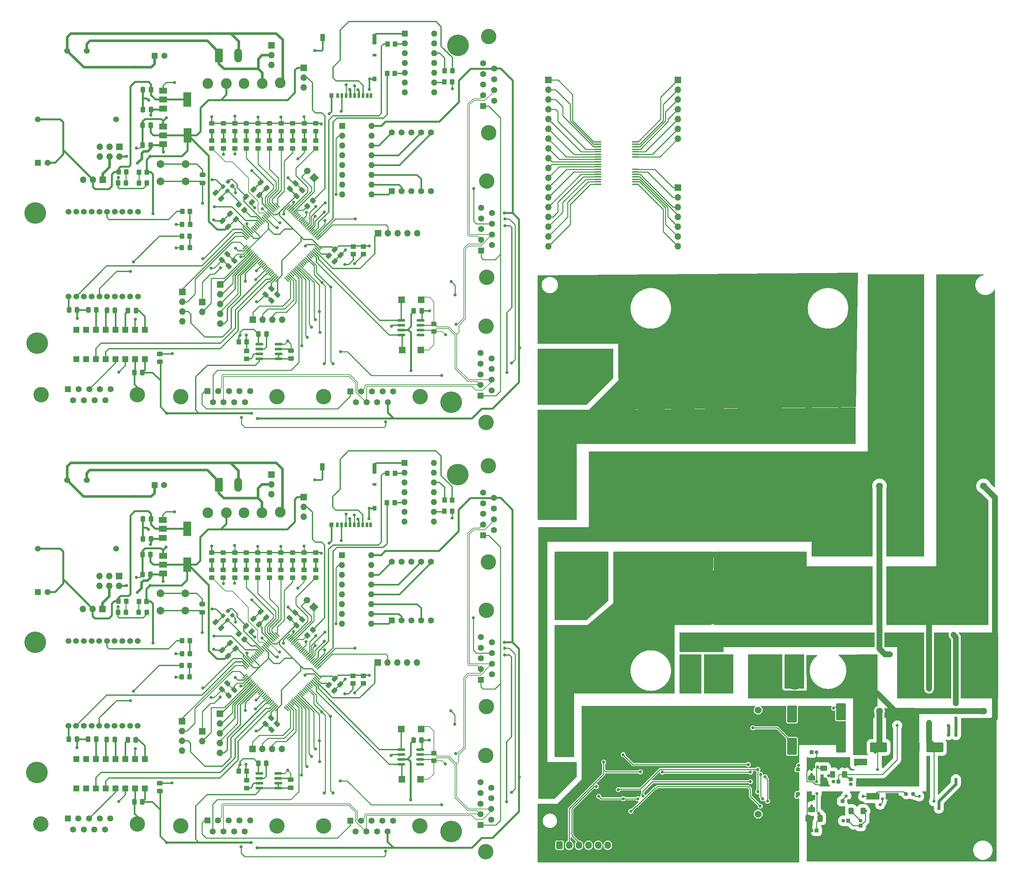
<source format=gbr>
%TF.GenerationSoftware,KiCad,Pcbnew,6.0.11-2627ca5db0~126~ubuntu20.04.1*%
%TF.CreationDate,2023-05-10T15:16:23+05:30*%
%TF.ProjectId,MVCU_COPY,4d564355-5f43-44f5-9059-2e6b69636164,rev?*%
%TF.SameCoordinates,Original*%
%TF.FileFunction,Copper,L1,Top*%
%TF.FilePolarity,Positive*%
%FSLAX46Y46*%
G04 Gerber Fmt 4.6, Leading zero omitted, Abs format (unit mm)*
G04 Created by KiCad (PCBNEW 6.0.11-2627ca5db0~126~ubuntu20.04.1) date 2023-05-10 15:16:23*
%MOMM*%
%LPD*%
G01*
G04 APERTURE LIST*
G04 Aperture macros list*
%AMRoundRect*
0 Rectangle with rounded corners*
0 $1 Rounding radius*
0 $2 $3 $4 $5 $6 $7 $8 $9 X,Y pos of 4 corners*
0 Add a 4 corners polygon primitive as box body*
4,1,4,$2,$3,$4,$5,$6,$7,$8,$9,$2,$3,0*
0 Add four circle primitives for the rounded corners*
1,1,$1+$1,$2,$3*
1,1,$1+$1,$4,$5*
1,1,$1+$1,$6,$7*
1,1,$1+$1,$8,$9*
0 Add four rect primitives between the rounded corners*
20,1,$1+$1,$2,$3,$4,$5,0*
20,1,$1+$1,$4,$5,$6,$7,0*
20,1,$1+$1,$6,$7,$8,$9,0*
20,1,$1+$1,$8,$9,$2,$3,0*%
%AMHorizOval*
0 Thick line with rounded ends*
0 $1 width*
0 $2 $3 position (X,Y) of the first rounded end (center of the circle)*
0 $4 $5 position (X,Y) of the second rounded end (center of the circle)*
0 Add line between two ends*
20,1,$1,$2,$3,$4,$5,0*
0 Add two circle primitives to create the rounded ends*
1,1,$1,$2,$3*
1,1,$1,$4,$5*%
%AMRotRect*
0 Rectangle, with rotation*
0 The origin of the aperture is its center*
0 $1 length*
0 $2 width*
0 $3 Rotation angle, in degrees counterclockwise*
0 Add horizontal line*
21,1,$1,$2,0,0,$3*%
%AMOutline5P*
0 Free polygon, 5 corners , with rotation*
0 The origin of the aperture is its center*
0 number of corners: always 5*
0 $1 to $10 corner X, Y*
0 $11 Rotation angle, in degrees counterclockwise*
0 create outline with 5 corners*
4,1,5,$1,$2,$3,$4,$5,$6,$7,$8,$9,$10,$1,$2,$11*%
%AMOutline6P*
0 Free polygon, 6 corners , with rotation*
0 The origin of the aperture is its center*
0 number of corners: always 6*
0 $1 to $12 corner X, Y*
0 $13 Rotation angle, in degrees counterclockwise*
0 create outline with 6 corners*
4,1,6,$1,$2,$3,$4,$5,$6,$7,$8,$9,$10,$11,$12,$1,$2,$13*%
%AMOutline7P*
0 Free polygon, 7 corners , with rotation*
0 The origin of the aperture is its center*
0 number of corners: always 7*
0 $1 to $14 corner X, Y*
0 $15 Rotation angle, in degrees counterclockwise*
0 create outline with 7 corners*
4,1,7,$1,$2,$3,$4,$5,$6,$7,$8,$9,$10,$11,$12,$13,$14,$1,$2,$15*%
%AMOutline8P*
0 Free polygon, 8 corners , with rotation*
0 The origin of the aperture is its center*
0 number of corners: always 8*
0 $1 to $16 corner X, Y*
0 $17 Rotation angle, in degrees counterclockwise*
0 create outline with 8 corners*
4,1,8,$1,$2,$3,$4,$5,$6,$7,$8,$9,$10,$11,$12,$13,$14,$15,$16,$1,$2,$17*%
G04 Aperture macros list end*
%TA.AperFunction,SMDPad,CuDef*%
%ADD10R,1.670000X0.450000*%
%TD*%
%TA.AperFunction,ComponentPad*%
%ADD11O,1.700000X1.700000*%
%TD*%
%TA.AperFunction,ComponentPad*%
%ADD12R,1.700000X1.700000*%
%TD*%
%TA.AperFunction,ComponentPad*%
%ADD13R,1.000000X1.000000*%
%TD*%
%TA.AperFunction,ComponentPad*%
%ADD14O,1.000000X1.000000*%
%TD*%
%TA.AperFunction,ComponentPad*%
%ADD15R,1.600000X1.600000*%
%TD*%
%TA.AperFunction,ComponentPad*%
%ADD16C,1.600000*%
%TD*%
%TA.AperFunction,ComponentPad*%
%ADD17RoundRect,0.250000X-0.600000X-0.725000X0.600000X-0.725000X0.600000X0.725000X-0.600000X0.725000X0*%
%TD*%
%TA.AperFunction,ComponentPad*%
%ADD18O,1.700000X1.950000*%
%TD*%
%TA.AperFunction,SMDPad,CuDef*%
%ADD19RoundRect,0.250000X-0.412500X-0.650000X0.412500X-0.650000X0.412500X0.650000X-0.412500X0.650000X0*%
%TD*%
%TA.AperFunction,SMDPad,CuDef*%
%ADD20RoundRect,0.250000X1.000000X-1.950000X1.000000X1.950000X-1.000000X1.950000X-1.000000X-1.950000X0*%
%TD*%
%TA.AperFunction,SMDPad,CuDef*%
%ADD21RoundRect,0.250000X-0.400000X-0.625000X0.400000X-0.625000X0.400000X0.625000X-0.400000X0.625000X0*%
%TD*%
%TA.AperFunction,SMDPad,CuDef*%
%ADD22RoundRect,0.237500X-0.300000X-0.237500X0.300000X-0.237500X0.300000X0.237500X-0.300000X0.237500X0*%
%TD*%
%TA.AperFunction,SMDPad,CuDef*%
%ADD23RoundRect,0.250000X-1.950000X-1.000000X1.950000X-1.000000X1.950000X1.000000X-1.950000X1.000000X0*%
%TD*%
%TA.AperFunction,ComponentPad*%
%ADD24R,1.800000X1.800000*%
%TD*%
%TA.AperFunction,ComponentPad*%
%ADD25C,1.800000*%
%TD*%
%TA.AperFunction,SMDPad,CuDef*%
%ADD26RoundRect,0.237500X-0.250000X-0.237500X0.250000X-0.237500X0.250000X0.237500X-0.250000X0.237500X0*%
%TD*%
%TA.AperFunction,SMDPad,CuDef*%
%ADD27RoundRect,0.250000X0.650000X-0.412500X0.650000X0.412500X-0.650000X0.412500X-0.650000X-0.412500X0*%
%TD*%
%TA.AperFunction,ComponentPad*%
%ADD28R,18.000000X14.000000*%
%TD*%
%TA.AperFunction,ComponentPad*%
%ADD29C,4.000000*%
%TD*%
%TA.AperFunction,ComponentPad*%
%ADD30C,2.400000*%
%TD*%
%TA.AperFunction,SMDPad,CuDef*%
%ADD31R,3.500000X1.800000*%
%TD*%
%TA.AperFunction,ComponentPad*%
%ADD32R,2.600000X2.600000*%
%TD*%
%TA.AperFunction,ComponentPad*%
%ADD33O,2.600000X2.600000*%
%TD*%
%TA.AperFunction,ComponentPad*%
%ADD34C,2.800000*%
%TD*%
%TA.AperFunction,SMDPad,CuDef*%
%ADD35RoundRect,0.250000X-0.450000X0.325000X-0.450000X-0.325000X0.450000X-0.325000X0.450000X0.325000X0*%
%TD*%
%TA.AperFunction,SMDPad,CuDef*%
%ADD36RoundRect,0.250000X-0.450000X0.350000X-0.450000X-0.350000X0.450000X-0.350000X0.450000X0.350000X0*%
%TD*%
%TA.AperFunction,SMDPad,CuDef*%
%ADD37RoundRect,0.250000X0.325000X0.450000X-0.325000X0.450000X-0.325000X-0.450000X0.325000X-0.450000X0*%
%TD*%
%TA.AperFunction,ComponentPad*%
%ADD38O,1.600000X1.600000*%
%TD*%
%TA.AperFunction,SMDPad,CuDef*%
%ADD39RoundRect,0.250000X-0.070711X0.565685X-0.565685X0.070711X0.070711X-0.565685X0.565685X-0.070711X0*%
%TD*%
%TA.AperFunction,SMDPad,CuDef*%
%ADD40R,1.600000X1.600000*%
%TD*%
%TA.AperFunction,SMDPad,CuDef*%
%ADD41RoundRect,0.250000X-0.337500X-0.475000X0.337500X-0.475000X0.337500X0.475000X-0.337500X0.475000X0*%
%TD*%
%TA.AperFunction,SMDPad,CuDef*%
%ADD42RoundRect,0.250000X-0.350000X-0.450000X0.350000X-0.450000X0.350000X0.450000X-0.350000X0.450000X0*%
%TD*%
%TA.AperFunction,SMDPad,CuDef*%
%ADD43RoundRect,0.250000X0.574524X0.097227X0.097227X0.574524X-0.574524X-0.097227X-0.097227X-0.574524X0*%
%TD*%
%TA.AperFunction,SMDPad,CuDef*%
%ADD44RoundRect,0.250000X-0.325000X-0.450000X0.325000X-0.450000X0.325000X0.450000X-0.325000X0.450000X0*%
%TD*%
%TA.AperFunction,ComponentPad*%
%ADD45C,5.600000*%
%TD*%
%TA.AperFunction,SMDPad,CuDef*%
%ADD46RoundRect,0.250000X0.097227X-0.574524X0.574524X-0.097227X-0.097227X0.574524X-0.574524X0.097227X0*%
%TD*%
%TA.AperFunction,SMDPad,CuDef*%
%ADD47RoundRect,0.250000X0.350000X0.450000X-0.350000X0.450000X-0.350000X-0.450000X0.350000X-0.450000X0*%
%TD*%
%TA.AperFunction,SMDPad,CuDef*%
%ADD48RoundRect,0.250000X-0.097227X0.574524X-0.574524X0.097227X0.097227X-0.574524X0.574524X-0.097227X0*%
%TD*%
%TA.AperFunction,SMDPad,CuDef*%
%ADD49R,2.000000X1.500000*%
%TD*%
%TA.AperFunction,SMDPad,CuDef*%
%ADD50R,2.000000X3.800000*%
%TD*%
%TA.AperFunction,ComponentPad*%
%ADD51C,1.524000*%
%TD*%
%TA.AperFunction,SMDPad,CuDef*%
%ADD52RoundRect,0.250000X0.337500X0.475000X-0.337500X0.475000X-0.337500X-0.475000X0.337500X-0.475000X0*%
%TD*%
%TA.AperFunction,ComponentPad*%
%ADD53RotRect,1.700000X1.700000X225.000000*%
%TD*%
%TA.AperFunction,ComponentPad*%
%ADD54HorizOval,1.700000X0.000000X0.000000X0.000000X0.000000X0*%
%TD*%
%TA.AperFunction,SMDPad,CuDef*%
%ADD55RoundRect,0.250000X0.475000X-0.337500X0.475000X0.337500X-0.475000X0.337500X-0.475000X-0.337500X0*%
%TD*%
%TA.AperFunction,SMDPad,CuDef*%
%ADD56R,0.700000X1.200000*%
%TD*%
%TA.AperFunction,SMDPad,CuDef*%
%ADD57R,1.000000X0.800000*%
%TD*%
%TA.AperFunction,SMDPad,CuDef*%
%ADD58R,1.300000X1.900000*%
%TD*%
%TA.AperFunction,SMDPad,CuDef*%
%ADD59R,1.000000X1.200000*%
%TD*%
%TA.AperFunction,SMDPad,CuDef*%
%ADD60R,1.000000X2.800000*%
%TD*%
%TA.AperFunction,SMDPad,CuDef*%
%ADD61RoundRect,0.250000X-0.574524X-0.097227X-0.097227X-0.574524X0.574524X0.097227X0.097227X0.574524X0*%
%TD*%
%TA.AperFunction,ComponentPad*%
%ADD62RoundRect,0.250000X-0.750000X-1.550000X0.750000X-1.550000X0.750000X1.550000X-0.750000X1.550000X0*%
%TD*%
%TA.AperFunction,ComponentPad*%
%ADD63O,2.000000X3.600000*%
%TD*%
%TA.AperFunction,SMDPad,CuDef*%
%ADD64RoundRect,0.250000X0.565685X0.070711X0.070711X0.565685X-0.565685X-0.070711X-0.070711X-0.565685X0*%
%TD*%
%TA.AperFunction,SMDPad,CuDef*%
%ADD65RoundRect,0.075000X-0.565685X0.459619X0.459619X-0.565685X0.565685X-0.459619X-0.459619X0.565685X0*%
%TD*%
%TA.AperFunction,SMDPad,CuDef*%
%ADD66RoundRect,0.075000X-0.565685X-0.459619X-0.459619X-0.565685X0.565685X0.459619X0.459619X0.565685X0*%
%TD*%
%TA.AperFunction,SMDPad,CuDef*%
%ADD67Outline5P,-0.500000X0.450000X0.230000X0.450000X0.500000X0.180000X0.500000X-0.450000X-0.500000X-0.450000X225.000000*%
%TD*%
%TA.AperFunction,SMDPad,CuDef*%
%ADD68RotRect,1.000000X0.900000X225.000000*%
%TD*%
%TA.AperFunction,SMDPad,CuDef*%
%ADD69RoundRect,0.250000X0.450000X-0.350000X0.450000X0.350000X-0.450000X0.350000X-0.450000X-0.350000X0*%
%TD*%
%TA.AperFunction,SMDPad,CuDef*%
%ADD70RoundRect,0.150000X-0.825000X-0.150000X0.825000X-0.150000X0.825000X0.150000X-0.825000X0.150000X0*%
%TD*%
%TA.AperFunction,SMDPad,CuDef*%
%ADD71RoundRect,0.150000X0.825000X0.150000X-0.825000X0.150000X-0.825000X-0.150000X0.825000X-0.150000X0*%
%TD*%
%TA.AperFunction,ComponentPad*%
%ADD72C,2.000000*%
%TD*%
%TA.AperFunction,ViaPad*%
%ADD73C,0.800000*%
%TD*%
%TA.AperFunction,Conductor*%
%ADD74C,0.250000*%
%TD*%
%TA.AperFunction,Conductor*%
%ADD75C,1.500000*%
%TD*%
%TA.AperFunction,Conductor*%
%ADD76C,0.750000*%
%TD*%
%TA.AperFunction,Conductor*%
%ADD77C,1.000000*%
%TD*%
%TA.AperFunction,Conductor*%
%ADD78C,0.300000*%
%TD*%
%TA.AperFunction,Conductor*%
%ADD79C,0.500000*%
%TD*%
%TA.AperFunction,Conductor*%
%ADD80C,0.400000*%
%TD*%
%TA.AperFunction,Conductor*%
%ADD81C,0.700000*%
%TD*%
%TA.AperFunction,Conductor*%
%ADD82C,0.200000*%
%TD*%
G04 APERTURE END LIST*
D10*
%TO.P,U1,36,VEE2HS_2*%
%TO.N,N/C*%
X195167500Y-960000D03*
%TO.P,U1,35,CLAMPHS*%
X195167500Y-1610000D03*
%TO.P,U1,34,OUTHS*%
X195167500Y-2260000D03*
%TO.P,U1,33,VCC2HS*%
X195167500Y-2910000D03*
%TO.P,U1,32,GND2HS*%
X195167500Y-3560000D03*
%TO.P,U1,31,VEE2HS_1*%
X195167500Y-4210000D03*
%TO.P,U1,30,DESATHS*%
X195167500Y-4860000D03*
%TO.P,U1,25,CLAMPLS*%
X195167500Y-8110000D03*
%TO.P,U1,24,VEE2LS_1*%
X195167500Y-8760000D03*
%TO.P,U1,23,OUTLS*%
X195167500Y-9410000D03*
%TO.P,U1,22,VCC2LS*%
X195167500Y-10060000D03*
%TO.P,U1,21,GND2LS*%
X195167500Y-10710000D03*
%TO.P,U1,20,DESATLS*%
X195167500Y-11360000D03*
%TO.P,U1,19,VEE2LS_2*%
X195167500Y-12010000D03*
%TO.P,U1,18,GND1_4*%
X185437500Y-12010000D03*
%TO.P,U1,17,VCC1LS*%
X185437500Y-11360000D03*
%TO.P,U1,16,RSTLS_N*%
X185437500Y-10710000D03*
%TO.P,U1,15,FLTLS_N*%
X185437500Y-10060000D03*
%TO.P,U1,14,RDYLS*%
X185437500Y-9410000D03*
%TO.P,U1,13,INLS-*%
X185437500Y-8760000D03*
%TO.P,U1,12,INLS+*%
X185437500Y-8110000D03*
%TO.P,U1,11,GND1_3*%
X185437500Y-7460000D03*
%TO.P,U1,10,NC2*%
X185437500Y-6810000D03*
%TO.P,U1,9,NC1*%
X185437500Y-6160000D03*
%TO.P,U1,8,GND1_2*%
X185437500Y-5510000D03*
%TO.P,U1,7,VCC1HS*%
X185437500Y-4860000D03*
%TO.P,U1,6,RSTHS_N*%
X185437500Y-4210000D03*
%TO.P,U1,5,FLTHS_N*%
X185437500Y-3560000D03*
%TO.P,U1,4,RDYHS*%
X185437500Y-2910000D03*
%TO.P,U1,3,INHS-*%
X185437500Y-2260000D03*
%TO.P,U1,2,INHS+*%
%TO.N,Net-(J1-Pad2)*%
X185437500Y-1610000D03*
%TO.P,U1,1,GND1_1*%
%TO.N,N/C*%
X185437500Y-960000D03*
%TD*%
D11*
%TO.P,J2,7,Pin_7*%
%TO.N,N/C*%
X206202500Y-155000D03*
%TO.P,J2,6,Pin_6*%
X206202500Y2385000D03*
%TO.P,J2,5,Pin_5*%
X206202500Y4925000D03*
%TO.P,J2,4,Pin_4*%
X206202500Y7465000D03*
%TO.P,J2,3,Pin_3*%
X206202500Y10005000D03*
%TO.P,J2,2,Pin_2*%
X206202500Y12545000D03*
D12*
%TO.P,J2,1,Pin_1*%
X206202500Y15085000D03*
%TD*%
D11*
%TO.P,J3,7,Pin_7*%
%TO.N,N/C*%
X206177500Y-28095000D03*
%TO.P,J3,6,Pin_6*%
X206177500Y-25555000D03*
%TO.P,J3,5,Pin_5*%
X206177500Y-23015000D03*
%TO.P,J3,4,Pin_4*%
X206177500Y-20475000D03*
%TO.P,J3,3,Pin_3*%
X206177500Y-17935000D03*
%TO.P,J3,2,Pin_2*%
X206177500Y-15395000D03*
D12*
%TO.P,J3,1,Pin_1*%
X206177500Y-12855000D03*
%TD*%
D11*
%TO.P,J1,18,Pin_18*%
%TO.N,N/C*%
X172547500Y-28090000D03*
%TO.P,J1,17,Pin_17*%
X172547500Y-25550000D03*
%TO.P,J1,16,Pin_16*%
X172547500Y-23010000D03*
%TO.P,J1,15,Pin_15*%
X172547500Y-20470000D03*
%TO.P,J1,14,Pin_14*%
X172547500Y-17930000D03*
%TO.P,J1,13,Pin_13*%
X172547500Y-15390000D03*
%TO.P,J1,12,Pin_12*%
X172547500Y-12850000D03*
%TO.P,J1,11,Pin_11*%
X172547500Y-10310000D03*
%TO.P,J1,10,Pin_10*%
X172547500Y-7770000D03*
%TO.P,J1,9,Pin_9*%
X172547500Y-5230000D03*
%TO.P,J1,8,Pin_8*%
X172547500Y-2690000D03*
%TO.P,J1,7,Pin_7*%
X172547500Y-150000D03*
%TO.P,J1,6,Pin_6*%
X172547500Y2390000D03*
%TO.P,J1,5,Pin_5*%
X172547500Y4930000D03*
%TO.P,J1,4,Pin_4*%
X172547500Y7470000D03*
%TO.P,J1,3,Pin_3*%
X172547500Y10010000D03*
%TO.P,J1,2,Pin_2*%
%TO.N,Net-(J1-Pad2)*%
X172547500Y12550000D03*
D12*
%TO.P,J1,1,Pin_1*%
%TO.N,N/C*%
X172547500Y15090000D03*
%TD*%
D13*
%TO.P,J5,1,Pin_1*%
%TO.N,N/C*%
X242165000Y-179740000D03*
D14*
%TO.P,J5,2,Pin_2*%
X240895000Y-179740000D03*
%TD*%
D13*
%TO.P,J6,1,Pin_1*%
%TO.N,N/C*%
X253595000Y-178470000D03*
D14*
%TO.P,J6,2,Pin_2*%
X253595000Y-177200000D03*
%TD*%
D13*
%TO.P,J4,1,Pin_1*%
%TO.N,N/C*%
X240895000Y-159420000D03*
D14*
%TO.P,J4,2,Pin_2*%
%TO.N,GND*%
X242165000Y-159420000D03*
%TD*%
D15*
%TO.P,C1,1*%
%TO.N,N/C*%
X247742651Y-112430000D03*
D16*
%TO.P,C1,2*%
X247742651Y-107430000D03*
%TD*%
D13*
%TO.P,J3,1,Pin_1*%
%TO.N,N/C*%
X247880000Y-167040000D03*
D14*
%TO.P,J3,2,Pin_2*%
X246610000Y-167040000D03*
%TD*%
D13*
%TO.P,J7,1,Pin_1*%
%TO.N,N/C*%
X251055000Y-166405000D03*
D14*
%TO.P,J7,2,Pin_2*%
X251055000Y-167675000D03*
%TD*%
D13*
%TO.P,J1,1,Pin_1*%
%TO.N,N/C*%
X250420000Y-177200000D03*
D14*
%TO.P,J1,2,Pin_2*%
%TO.N,Net-(J1-Pad2)*%
X249150000Y-177200000D03*
%TD*%
D17*
%TO.P,J2,1,Pin_1*%
%TO.N,N/C*%
X175490000Y-183550000D03*
D18*
%TO.P,J2,2,Pin_2*%
X177990000Y-183550000D03*
%TO.P,J2,3,Pin_3*%
X180490000Y-183550000D03*
%TO.P,J2,4,Pin_4*%
X182990000Y-183550000D03*
%TO.P,J2,5,Pin_5*%
X185490000Y-183550000D03*
%TO.P,J2,6,Pin_6*%
X187990000Y-183550000D03*
%TD*%
D19*
%TO.P,C3,1*%
%TO.N,N/C*%
X239967500Y-176565000D03*
%TO.P,C3,2*%
X243092500Y-176565000D03*
%TD*%
D20*
%TO.P,C6,1*%
%TO.N,N/C*%
X235815000Y-157905000D03*
%TO.P,C6,2*%
X235815000Y-149505000D03*
%TD*%
D21*
%TO.P,R14,1*%
%TO.N,N/C*%
X246330000Y-165135000D03*
%TO.P,R14,2*%
X249430000Y-165135000D03*
%TD*%
D22*
%TO.P,C5,1*%
%TO.N,+5V*%
X235587500Y-170215000D03*
%TO.P,C5,2*%
%TO.N,N/C*%
X237312500Y-170215000D03*
%TD*%
D23*
%TO.P,C14,1*%
%TO.N,N/C*%
X272890000Y-158150000D03*
%TO.P,C14,2*%
X281290000Y-158150000D03*
%TD*%
D22*
%TO.P,C4,1*%
%TO.N,+5V*%
X235587500Y-163865000D03*
%TO.P,C4,2*%
%TO.N,N/C*%
X237312500Y-163865000D03*
%TD*%
%TO.P,C16,1*%
%TO.N,Net-(C16-Pad1)*%
X248922500Y-172120000D03*
%TO.P,C16,2*%
%TO.N,N/C*%
X250647500Y-172120000D03*
%TD*%
D24*
%TO.P,PS2,1,AC(L)*%
%TO.N,N/C*%
X276510000Y-97725000D03*
D25*
%TO.P,PS2,2,AC(N)*%
X267510000Y-97725000D03*
%TO.P,PS2,3,-VO*%
%TO.N,GND*%
X285510000Y-148725000D03*
%TO.P,PS2,4,+VO*%
%TO.N,N/C*%
X258510000Y-148725000D03*
%TD*%
D24*
%TO.P,PS1,1,AC(L)*%
%TO.N,N/C*%
X176025000Y-157460000D03*
D25*
%TO.P,PS1,2,AC(N)*%
X176025000Y-166460000D03*
%TO.P,PS1,3,-VO*%
X227025000Y-148460000D03*
%TO.P,PS1,4,+VO*%
X227025000Y-175460000D03*
%TD*%
D26*
%TO.P,R15,1*%
%TO.N,Net-(C16-Pad1)*%
X265382500Y-170215000D03*
%TO.P,R15,2*%
%TO.N,Net-(D5-Pad2)*%
X267207500Y-170215000D03*
%TD*%
D27*
%TO.P,C12,1*%
%TO.N,GND*%
X244070000Y-166697500D03*
%TO.P,C12,2*%
%TO.N,N/C*%
X244070000Y-163572500D03*
%TD*%
%TO.P,C7,1*%
%TO.N,N/C*%
X240895000Y-166062500D03*
%TO.P,C7,2*%
%TO.N,GND*%
X240895000Y-162937500D03*
%TD*%
D20*
%TO.P,C2,1*%
%TO.N,+5V*%
X248515000Y-157270000D03*
%TO.P,C2,2*%
%TO.N,N/C*%
X248515000Y-148870000D03*
%TD*%
D27*
%TO.P,C10,1*%
%TO.N,N/C*%
X240895000Y-174317500D03*
%TO.P,C10,2*%
X240895000Y-171192500D03*
%TD*%
D28*
%TO.P,U3,1*%
%TO.N,N/C*%
X222160302Y-63200000D03*
%TO.P,U3,2*%
X222160302Y-91200000D03*
%TO.P,U3,3*%
X222160302Y-119200000D03*
D29*
%TO.P,U3,4*%
X209333302Y-137353000D03*
X209333302Y-141163000D03*
%TO.P,U3,5*%
X215429302Y-141163000D03*
X215429302Y-137353000D03*
%TO.P,U3,6*%
X236511302Y-137353000D03*
X236511302Y-141163000D03*
%TO.P,U3,7*%
%TO.N,GND*%
X230415302Y-137353000D03*
X230415302Y-141163000D03*
%TD*%
D24*
%TO.P,PS3,1,AC(L)*%
%TO.N,N/C*%
X276510000Y-39305000D03*
D25*
%TO.P,PS3,2,AC(N)*%
X267510000Y-39305000D03*
%TO.P,PS3,3,-VO*%
X285510000Y-90305000D03*
%TO.P,PS3,4,+VO*%
X258510000Y-90305000D03*
%TD*%
D30*
%TO.P,C15,1*%
%TO.N,N/C*%
X185015000Y-64170000D03*
%TO.P,C15,2*%
X185015000Y-86670000D03*
%TD*%
D23*
%TO.P,C11,1*%
%TO.N,N/C*%
X258285000Y-158150000D03*
%TO.P,C11,2*%
%TO.N,GND*%
X266685000Y-158150000D03*
%TD*%
D21*
%TO.P,R13,1*%
%TO.N,N/C*%
X251132500Y-174660000D03*
%TO.P,R13,2*%
X254232500Y-174660000D03*
%TD*%
D31*
%TO.P,D4,1,K*%
%TO.N,N/C*%
X253555000Y-161960000D03*
%TO.P,D4,2,A*%
%TO.N,GND*%
X248555000Y-161960000D03*
%TD*%
%TO.P,D3,1,K*%
%TO.N,Net-(C16-Pad1)*%
X256810000Y-170850000D03*
%TO.P,D3,2,A*%
%TO.N,N/C*%
X261810000Y-170850000D03*
%TD*%
D30*
%TO.P,C13,1*%
%TO.N,N/C*%
X177395000Y-114790000D03*
%TO.P,C13,2*%
X177395000Y-92290000D03*
%TD*%
D32*
%TO.P,D10,1,K*%
%TO.N,N/C*%
X186285000Y-57185000D03*
D33*
%TO.P,D10,2,A*%
X186285000Y-41945000D03*
%TD*%
D32*
%TO.P,D9,1,K*%
%TO.N,N/C*%
X176125000Y-121955000D03*
D33*
%TO.P,D9,2,A*%
X176125000Y-137195000D03*
%TD*%
D34*
%TO.P,R18,1*%
%TO.N,N/C*%
X176760000Y-62740000D03*
%TO.P,R18,2*%
X176760000Y-42740000D03*
%TD*%
%TO.P,R17,1*%
%TO.N,N/C*%
X186285000Y-117670000D03*
%TO.P,R17,2*%
X186285000Y-137670000D03*
%TD*%
D35*
%TO.P,D5,1,K*%
%TO.N,GND*%
X100168000Y-107570000D03*
%TO.P,D5,2,A*%
%TO.N,Net-(D5-Pad2)*%
X100168000Y-109620000D03*
%TD*%
D36*
%TO.P,R17,1*%
%TO.N,Net-(D9-Pad2)*%
X88168000Y-112095000D03*
%TO.P,R17,2*%
%TO.N,/C14*%
X88168000Y-114095000D03*
%TD*%
D37*
%TO.P,D11,1,K*%
%TO.N,GND*%
X68318000Y-123045000D03*
%TO.P,D11,2,A*%
%TO.N,Net-(D11-Pad2)*%
X66268000Y-123045000D03*
%TD*%
D15*
%TO.P,U1,1*%
%TO.N,GND*%
X135264000Y-84289000D03*
D38*
%TO.P,U1,2*%
%TO.N,Net-(R2-Pad1)*%
X135264000Y-86829000D03*
%TO.P,U1,3*%
%TO.N,/DI_LLS*%
X135264000Y-89369000D03*
%TO.P,U1,4*%
%TO.N,GND*%
X135264000Y-91909000D03*
%TO.P,U1,5*%
%TO.N,Net-(R4-Pad1)*%
X135264000Y-94449000D03*
%TO.P,U1,6*%
%TO.N,/SCK_LLS*%
X135264000Y-96989000D03*
%TO.P,U1,7,GND*%
%TO.N,GND*%
X135264000Y-99529000D03*
%TO.P,U1,8*%
%TO.N,/CS_LLS*%
X142884000Y-99529000D03*
%TO.P,U1,9*%
%TO.N,Net-(R5-Pad1)*%
X142884000Y-96989000D03*
%TO.P,U1,10*%
%TO.N,GND*%
X142884000Y-94449000D03*
%TO.P,U1,11*%
%TO.N,/SD_MISO*%
X142884000Y-91909000D03*
%TO.P,U1,12*%
%TO.N,Net-(R6-Pad1)*%
X142884000Y-89369000D03*
%TO.P,U1,13*%
%TO.N,GND*%
X142884000Y-86829000D03*
%TO.P,U1,14,VCC*%
%TO.N,+3.3V*%
X142884000Y-84289000D03*
%TD*%
D39*
%TO.P,R1,1*%
%TO.N,Net-(J1-Pad2)*%
X111401107Y-127652893D03*
%TO.P,R1,2*%
%TO.N,/BOOT0*%
X109986893Y-129067107D03*
%TD*%
D40*
%TO.P,U14,1,C1+*%
%TO.N,Net-(C16-Pad2)*%
X67854107Y-49757893D03*
%TO.P,U14,2,VS+*%
%TO.N,Net-(C21-Pad2)*%
X65314107Y-49757893D03*
%TO.P,U14,3,C1-*%
%TO.N,Net-(C16-Pad1)*%
X62774107Y-49757893D03*
%TO.P,U14,4,C2+*%
%TO.N,Net-(C19-Pad2)*%
X60234107Y-49757893D03*
%TO.P,U14,5,C2-*%
%TO.N,Net-(C19-Pad1)*%
X57694107Y-49757893D03*
%TO.P,U14,6,VS-*%
%TO.N,Net-(C22-Pad2)*%
X55154107Y-49757893D03*
%TO.P,U14,7,T2OUT*%
%TO.N,unconnected-(U3-Pad7)*%
X52614107Y-49757893D03*
%TO.P,U14,8,R2IN*%
%TO.N,unconnected-(U3-Pad8)*%
X50074107Y-49757893D03*
%TO.P,U14,9,R2OUT*%
%TO.N,unconnected-(U3-Pad9)*%
X50074107Y-57377893D03*
%TO.P,U14,10,T2IN*%
%TO.N,unconnected-(U3-Pad10)*%
X52614107Y-57377893D03*
%TO.P,U14,11,T1IN*%
%TO.N,/IMU_Tx*%
X55154107Y-57377893D03*
%TO.P,U14,12,R1OUT*%
%TO.N,/IMU_Rx*%
X57694107Y-57377893D03*
%TO.P,U14,13,R1IN*%
%TO.N,/Tx*%
X60234107Y-57377893D03*
%TO.P,U14,14,T1OUT*%
%TO.N,/Rx*%
X62774107Y-57377893D03*
%TO.P,U14,15,GND*%
%TO.N,GND*%
X65314107Y-57377893D03*
%TO.P,U14,16,VCC*%
%TO.N,+5V*%
X67854107Y-57377893D03*
%TD*%
D41*
%TO.P,C46,1*%
%TO.N,Net-(C16-Pad1)*%
X63467500Y-44753000D03*
%TO.P,C46,2*%
%TO.N,Net-(C16-Pad2)*%
X65542500Y-44753000D03*
%TD*%
D29*
%TO.P,J33,0,PAD*%
%TO.N,GND*%
X156384669Y-73831893D03*
X156384669Y-48831893D03*
D15*
%TO.P,J33,1,1*%
%TO.N,/MVCU_HBT*%
X154964669Y-66871893D03*
D16*
%TO.P,J33,2,2*%
%TO.N,/CAN_N*%
X154964669Y-64101893D03*
%TO.P,J33,3,3*%
%TO.N,GND*%
X154964669Y-61331893D03*
%TO.P,J33,4,4*%
%TO.N,/I2C3_SCL*%
X154964669Y-58561893D03*
%TO.P,J33,5,5*%
%TO.N,GND*%
X154964669Y-55791893D03*
%TO.P,J33,6,6*%
%TO.N,/VCU3_HBT*%
X157804669Y-65486893D03*
%TO.P,J33,7,7*%
%TO.N,/CAN_P*%
X157804669Y-62716893D03*
%TO.P,J33,8,8*%
%TO.N,/I2C_SDA*%
X157804669Y-59946893D03*
%TO.P,J33,9,9*%
%TO.N,+5V*%
X157804669Y-57176893D03*
%TD*%
D42*
%TO.P,R44,1*%
%TO.N,Net-(D11-Pad2)*%
X66332000Y-8825000D03*
%TO.P,R44,2*%
%TO.N,+3.3V*%
X68332000Y-8825000D03*
%TD*%
D43*
%TO.P,C13,1*%
%TO.N,+3.3V*%
X97494139Y-126253353D03*
%TO.P,C13,2*%
%TO.N,GND*%
X96026893Y-124786107D03*
%TD*%
D44*
%TO.P,D26,1,K*%
%TO.N,GND*%
X60907000Y-11675000D03*
%TO.P,D26,2,A*%
%TO.N,Net-(D12-Pad2)*%
X62957000Y-11675000D03*
%TD*%
D34*
%TO.P,+Vin,1,1*%
%TO.N,/mornsun_Vin*%
X102947000Y-97118000D03*
%TD*%
D45*
%TO.P,H6,1,1*%
%TO.N,GND*%
X39864107Y-53267893D03*
%TD*%
D42*
%TO.P,R5,1*%
%TO.N,Net-(R5-Pad1)*%
X145564000Y-96814000D03*
%TO.P,R5,2*%
%TO.N,/SD_CS*%
X147564000Y-96814000D03*
%TD*%
D46*
%TO.P,C37,1*%
%TO.N,GND*%
X99187160Y-40575000D03*
%TO.P,C37,2*%
%TO.N,Net-(C7-Pad2)*%
X100654406Y-39107754D03*
%TD*%
D47*
%TO.P,R29,1*%
%TO.N,Net-(R4-Pad1)*%
X132703000Y16806000D03*
%TO.P,R29,2*%
%TO.N,/SD_SCK*%
X130703000Y16806000D03*
%TD*%
D34*
%TO.P,-Vin,1,1*%
%TO.N,/mornsun_minus*%
X98248000Y-97245000D03*
%TD*%
D15*
%TO.P,U19,1,B*%
%TO.N,/display_b*%
X119037000Y3197500D03*
D38*
%TO.P,U19,2,C*%
%TO.N,/display_c*%
X119037000Y657500D03*
%TO.P,U19,3,LT*%
%TO.N,Net-(J9-Pad2)*%
X119037000Y-1882500D03*
%TO.P,U19,4,BI*%
%TO.N,Net-(J9-Pad4)*%
X119037000Y-4422500D03*
%TO.P,U19,5,RBI*%
%TO.N,Net-(J9-Pad6)*%
X119037000Y-6962500D03*
%TO.P,U19,6,D*%
%TO.N,/display_d*%
X119037000Y-9502500D03*
%TO.P,U19,7,A*%
%TO.N,/display_a*%
X119037000Y-12042500D03*
%TO.P,U19,8,GND*%
%TO.N,GND*%
X119037000Y-14582500D03*
%TO.P,U19,9,e*%
%TO.N,Net-(U10-Pad1)*%
X126657000Y-14582500D03*
%TO.P,U19,10,d*%
%TO.N,Net-(U10-Pad2)*%
X126657000Y-12042500D03*
%TO.P,U19,11,c*%
%TO.N,Net-(U10-Pad4)*%
X126657000Y-9502500D03*
%TO.P,U19,12,b*%
%TO.N,Net-(U10-Pad6)*%
X126657000Y-6962500D03*
%TO.P,U19,13,a*%
%TO.N,Net-(U10-Pad7)*%
X126657000Y-4422500D03*
%TO.P,U19,14,g*%
%TO.N,Net-(U10-Pad10)*%
X126657000Y-1882500D03*
%TO.P,U19,15,f*%
%TO.N,Net-(U10-Pad9)*%
X126657000Y657500D03*
%TO.P,U19,16,VCC*%
%TO.N,+5V*%
X126657000Y3197500D03*
%TD*%
D35*
%TO.P,D2,1,K*%
%TO.N,GND*%
X109168000Y-107570000D03*
%TO.P,D2,2,A*%
%TO.N,Net-(D2-Pad2)*%
X109168000Y-109620000D03*
%TD*%
D41*
%TO.P,C49,1*%
%TO.N,Net-(C19-Pad1)*%
X58006500Y-44675000D03*
%TO.P,C49,2*%
%TO.N,Net-(C19-Pad2)*%
X60081500Y-44675000D03*
%TD*%
D47*
%TO.P,R46,1*%
%TO.N,Net-(D12-Pad2)*%
X63032000Y-8775000D03*
%TO.P,R46,2*%
%TO.N,Net-(C26-Pad1)*%
X61032000Y-8775000D03*
%TD*%
D29*
%TO.P,J6,0,PAD*%
%TO.N,GND*%
X156499107Y-122551893D03*
X156499107Y-147551893D03*
D15*
%TO.P,J6,1,1*%
%TO.N,/MVCU_HBT*%
X155079107Y-140591893D03*
D16*
%TO.P,J6,2,2*%
%TO.N,/CAN_N*%
X155079107Y-137821893D03*
%TO.P,J6,3,3*%
%TO.N,GND*%
X155079107Y-135051893D03*
%TO.P,J6,4,4*%
%TO.N,/I2C3_SCL*%
X155079107Y-132281893D03*
%TO.P,J6,5,5*%
%TO.N,GND*%
X155079107Y-129511893D03*
%TO.P,J6,6,6*%
%TO.N,/VCU2_HBT*%
X157919107Y-139206893D03*
%TO.P,J6,7,7*%
%TO.N,/CAN_P*%
X157919107Y-136436893D03*
%TO.P,J6,8,8*%
%TO.N,/I2C_SDA*%
X157919107Y-133666893D03*
%TO.P,J6,9,9*%
%TO.N,+5V*%
X157919107Y-130896893D03*
%TD*%
D12*
%TO.P,J38,1,Pin_1*%
%TO.N,GND*%
X61207000Y-2225000D03*
D11*
%TO.P,J38,2,Pin_2*%
%TO.N,+3.3V*%
X61207000Y-4765000D03*
%TO.P,J38,3,Pin_3*%
%TO.N,GND*%
X58667000Y-2225000D03*
%TO.P,J38,4,Pin_4*%
%TO.N,+5V*%
X58667000Y-4765000D03*
%TO.P,J38,5,Pin_5*%
%TO.N,GND*%
X56127000Y-2225000D03*
%TO.P,J38,6,Pin_6*%
%TO.N,/mornsun_Vin*%
X56127000Y-4765000D03*
%TD*%
D36*
%TO.P,R12,1*%
%TO.N,Net-(D4-Pad2)*%
X103168000Y-112095000D03*
%TO.P,R12,2*%
%TO.N,/E3*%
X103168000Y-114095000D03*
%TD*%
D15*
%TO.P,C54,1*%
%TO.N,/mornsun_Vin*%
X70404349Y21325000D03*
D16*
%TO.P,C54,2*%
%TO.N,GND*%
X72904349Y21325000D03*
%TD*%
D12*
%TO.P,J35,1,Pin_1*%
%TO.N,/SPI2_SCK*%
X95857000Y-47175000D03*
D11*
%TO.P,J35,2,Pin_2*%
%TO.N,/SPI2_MISO*%
X98397000Y-47175000D03*
%TO.P,J35,3,Pin_3*%
%TO.N,/SPI2_MOSI*%
X100937000Y-47175000D03*
%TO.P,J35,4,Pin_4*%
%TO.N,GND*%
X103477000Y-47175000D03*
%TD*%
D48*
%TO.P,C41,1*%
%TO.N,+3.3V*%
X91068623Y-31792377D03*
%TO.P,C41,2*%
%TO.N,GND*%
X89601377Y-33259623D03*
%TD*%
D42*
%TO.P,R19,1*%
%TO.N,Net-(D11-Pad2)*%
X66293000Y-120245000D03*
%TO.P,R19,2*%
%TO.N,+3.3V*%
X68293000Y-120245000D03*
%TD*%
D41*
%TO.P,C58,1*%
%TO.N,+3.3V*%
X48169500Y-44575000D03*
%TO.P,C58,2*%
%TO.N,GND*%
X50244500Y-44575000D03*
%TD*%
D47*
%TO.P,R48,1*%
%TO.N,Net-(D14-Pad2)*%
X79549786Y-19000714D03*
%TO.P,R48,2*%
%TO.N,Net-(R23-Pad2)*%
X77549786Y-19000714D03*
%TD*%
D44*
%TO.P,D13,1,K*%
%TO.N,GND*%
X77402000Y-139880500D03*
%TO.P,D13,2,A*%
%TO.N,Net-(D13-Pad2)*%
X79452000Y-139880500D03*
%TD*%
D48*
%TO.P,C6,1*%
%TO.N,+3.3V*%
X102139406Y-152051754D03*
%TO.P,C6,2*%
%TO.N,GND*%
X100672160Y-153519000D03*
%TD*%
D47*
%TO.P,R22,1*%
%TO.N,Net-(D13-Pad2)*%
X79427000Y-136880500D03*
%TO.P,R22,2*%
%TO.N,/RSSI*%
X77427000Y-136880500D03*
%TD*%
D49*
%TO.P,U15,1,GND*%
%TO.N,GND*%
X72607000Y3025000D03*
%TO.P,U15,2,VO*%
%TO.N,+3.3V*%
X72607000Y725000D03*
D50*
X78907000Y725000D03*
D49*
%TO.P,U15,3,VI*%
%TO.N,+5V*%
X72607000Y-1575000D03*
%TD*%
D12*
%TO.P,J31,1,Pin_1*%
%TO.N,/USART2_Tx*%
X77557000Y-39975000D03*
D11*
%TO.P,J31,2,Pin_2*%
%TO.N,/USART2_Rx*%
X77557000Y-42515000D03*
%TO.P,J31,3,Pin_3*%
%TO.N,/gpio*%
X77557000Y-45055000D03*
%TO.P,J31,4,Pin_4*%
%TO.N,GND*%
X77557000Y-47595000D03*
%TD*%
D51*
%TO.P,U9,1,1*%
%TO.N,+3.3V*%
X47993660Y-152543200D03*
%TO.P,U9,2,2*%
%TO.N,/Xbee_Tx*%
X49995180Y-152543200D03*
%TO.P,U9,3,3*%
%TO.N,/Xbee_Rx*%
X51994160Y-152543200D03*
%TO.P,U9,4,4*%
%TO.N,unconnected-(U9-Pad4)*%
X53995680Y-152543200D03*
%TO.P,U9,5,5*%
%TO.N,/RST*%
X55994660Y-152543200D03*
%TO.P,U9,6,6*%
%TO.N,/RSSI*%
X57993640Y-152543200D03*
%TO.P,U9,7,7*%
%TO.N,unconnected-(U9-Pad7)*%
X59995160Y-152543200D03*
%TO.P,U9,8,8*%
%TO.N,unconnected-(U9-Pad8)*%
X61994140Y-152543200D03*
%TO.P,U9,9,9*%
%TO.N,unconnected-(U9-Pad9)*%
X63995660Y-152543200D03*
%TO.P,U9,10,10*%
%TO.N,GND*%
X65994640Y-152543200D03*
%TO.P,U9,11,11*%
%TO.N,unconnected-(U9-Pad11)*%
X65994640Y-130546800D03*
%TO.P,U9,12,12*%
%TO.N,unconnected-(U9-Pad12)*%
X63995660Y-130546800D03*
%TO.P,U9,13,13*%
%TO.N,unconnected-(U9-Pad13)*%
X61994140Y-130546800D03*
%TO.P,U9,14,14*%
%TO.N,unconnected-(U9-Pad14)*%
X59995160Y-130546800D03*
%TO.P,U9,15,15*%
%TO.N,Net-(R23-Pad2)*%
X57993640Y-130546800D03*
%TO.P,U9,16,16*%
%TO.N,unconnected-(U9-Pad16)*%
X55994660Y-130546800D03*
%TO.P,U9,17,17*%
%TO.N,unconnected-(U9-Pad17)*%
X53995680Y-130546800D03*
%TO.P,U9,18,18*%
%TO.N,unconnected-(U9-Pad18)*%
X51994160Y-130546800D03*
%TO.P,U9,19,19*%
%TO.N,unconnected-(U9-Pad19)*%
X49995180Y-130546800D03*
%TO.P,U9,20,20*%
%TO.N,unconnected-(U9-Pad20)*%
X47993660Y-130546800D03*
%TD*%
D35*
%TO.P,D22,1,K*%
%TO.N,GND*%
X91207000Y3850000D03*
%TO.P,D22,2,A*%
%TO.N,Net-(D8-Pad2)*%
X91207000Y1800000D03*
%TD*%
D12*
%TO.P,J39,1,Pin_1*%
%TO.N,+5V*%
X56907000Y-10775000D03*
D11*
%TO.P,J39,2,Pin_2*%
%TO.N,Net-(C26-Pad1)*%
X54367000Y-10775000D03*
%TO.P,J39,3,Pin_3*%
%TO.N,unconnected-(J18-Pad3)*%
X51827000Y-10775000D03*
%TD*%
D36*
%TO.P,R11,1*%
%TO.N,Net-(D3-Pad2)*%
X106168000Y-112095000D03*
%TO.P,R11,2*%
%TO.N,/E2*%
X106168000Y-114095000D03*
%TD*%
D47*
%TO.P,R50,1*%
%TO.N,/ADC_in9*%
X94257000Y-52875000D03*
%TO.P,R50,2*%
%TO.N,GND*%
X92257000Y-52875000D03*
%TD*%
D12*
%TO.P,J41,1,Pin_1*%
%TO.N,/CAN_Rx*%
X134609000Y-55040000D03*
%TD*%
D15*
%TO.P,U10,1,E*%
%TO.N,Net-(U10-Pad1)*%
X131888000Y-125195000D03*
D16*
%TO.P,U10,2,D*%
%TO.N,Net-(U10-Pad2)*%
X134428000Y-125195000D03*
%TO.P,U10,3,CC*%
%TO.N,GND*%
X136968000Y-125195000D03*
%TO.P,U10,4,C*%
%TO.N,Net-(U10-Pad4)*%
X139508000Y-125195000D03*
%TO.P,U10,5,DP*%
%TO.N,unconnected-(U10-Pad5)*%
X142048000Y-125195000D03*
%TO.P,U10,6,B*%
%TO.N,Net-(U10-Pad6)*%
X142048000Y-109955000D03*
%TO.P,U10,7,A*%
%TO.N,Net-(U10-Pad7)*%
X139508000Y-109955000D03*
%TO.P,U10,8,CC*%
%TO.N,GND*%
X136968000Y-109955000D03*
%TO.P,U10,9,F*%
%TO.N,Net-(U10-Pad9)*%
X134428000Y-109955000D03*
%TO.P,U10,10,G*%
%TO.N,Net-(U10-Pad10)*%
X131888000Y-109955000D03*
%TD*%
D52*
%TO.P,C26,1*%
%TO.N,Net-(C26-Pad1)*%
X69405500Y-98845000D03*
%TO.P,C26,2*%
%TO.N,GND*%
X67330500Y-98845000D03*
%TD*%
D35*
%TO.P,D20,1,K*%
%TO.N,GND*%
X97207000Y3850000D03*
%TO.P,D20,2,A*%
%TO.N,Net-(D6-Pad2)*%
X97207000Y1800000D03*
%TD*%
D36*
%TO.P,R18,1*%
%TO.N,Net-(D10-Pad2)*%
X85168000Y-112095000D03*
%TO.P,R18,2*%
%TO.N,/C15*%
X85168000Y-114095000D03*
%TD*%
D41*
%TO.P,C19,1*%
%TO.N,Net-(C19-Pad1)*%
X57967500Y-156095000D03*
%TO.P,C19,2*%
%TO.N,Net-(C19-Pad2)*%
X60042500Y-156095000D03*
%TD*%
D52*
%TO.P,C23,1*%
%TO.N,/mornsun_Vin*%
X69405500Y-104045000D03*
%TO.P,C23,2*%
%TO.N,GND*%
X67330500Y-104045000D03*
%TD*%
D45*
%TO.P,H5,1,1*%
%TO.N,GND*%
X147357000Y-68575000D03*
%TD*%
D41*
%TO.P,C25,1*%
%TO.N,+5V*%
X137594500Y-156294500D03*
%TO.P,C25,2*%
%TO.N,GND*%
X139669500Y-156294500D03*
%TD*%
D35*
%TO.P,D3,1,K*%
%TO.N,GND*%
X106168000Y-107570000D03*
%TO.P,D3,2,A*%
%TO.N,Net-(D3-Pad2)*%
X106168000Y-109620000D03*
%TD*%
D52*
%TO.P,C48,1*%
%TO.N,+5V*%
X67201607Y-60867893D03*
%TO.P,C48,2*%
%TO.N,GND*%
X65126607Y-60867893D03*
%TD*%
D53*
%TO.P,J36,1,Pin_1*%
%TO.N,/I2C1_SCL*%
X111758562Y-10326562D03*
D54*
%TO.P,J36,2,Pin_2*%
%TO.N,/I2C1_SDA*%
X109962511Y-8530511D03*
%TD*%
D29*
%TO.P,J26,0,PAD*%
%TO.N,GND*%
X65904107Y-66607562D03*
X40904107Y-66607562D03*
D15*
%TO.P,J26,1,1*%
%TO.N,unconnected-(J4-Pad1)*%
X47864107Y-65187562D03*
D16*
%TO.P,J26,2,2*%
%TO.N,/Rx*%
X50634107Y-65187562D03*
%TO.P,J26,3,3*%
%TO.N,/Tx*%
X53404107Y-65187562D03*
%TO.P,J26,4,4*%
%TO.N,unconnected-(J4-Pad4)*%
X56174107Y-65187562D03*
%TO.P,J26,5,5*%
%TO.N,GND*%
X58944107Y-65187562D03*
%TO.P,J26,6,6*%
%TO.N,unconnected-(J4-Pad6)*%
X49249107Y-68027562D03*
%TO.P,J26,7,7*%
%TO.N,unconnected-(J4-Pad7)*%
X52019107Y-68027562D03*
%TO.P,J26,8,8*%
%TO.N,unconnected-(J4-Pad8)*%
X54789107Y-68027562D03*
%TO.P,J26,9,9*%
%TO.N,unconnected-(J4-Pad9)*%
X57559107Y-68027562D03*
%TD*%
D12*
%TO.P,J34,1,Pin_1*%
%TO.N,/SWDIO*%
X128332000Y-24675000D03*
D11*
%TO.P,J34,2,Pin_2*%
%TO.N,/SWCLK*%
X130872000Y-24675000D03*
%TO.P,J34,3,Pin_3*%
%TO.N,/SWo*%
X133412000Y-24675000D03*
%TO.P,J34,4,Pin_4*%
%TO.N,+3.3V*%
X135952000Y-24675000D03*
%TO.P,J34,5,Pin_5*%
%TO.N,GND*%
X138492000Y-24675000D03*
%TD*%
D47*
%TO.P,R27,1*%
%TO.N,Net-(R2-Pad1)*%
X132803000Y24406000D03*
%TO.P,R27,2*%
%TO.N,/SD_MOSI*%
X130803000Y24406000D03*
%TD*%
D45*
%TO.P,H4,1,1*%
%TO.N,GND*%
X149048000Y-87339000D03*
%TD*%
D43*
%TO.P,C10,1*%
%TO.N,GND*%
X117054730Y-143436516D03*
%TO.P,C10,2*%
%TO.N,Net-(C10-Pad2)*%
X115587484Y-141969270D03*
%TD*%
D44*
%TO.P,D27,1,K*%
%TO.N,GND*%
X77441000Y-28460500D03*
%TO.P,D27,2,A*%
%TO.N,Net-(D13-Pad2)*%
X79491000Y-28460500D03*
%TD*%
D45*
%TO.P,H2,1,1*%
%TO.N,GND*%
X39825107Y-164687893D03*
%TD*%
D29*
%TO.P,J29,0,PAD*%
%TO.N,GND*%
X77154107Y-67107562D03*
X102154107Y-67107562D03*
D15*
%TO.P,J29,1,1*%
%TO.N,/MVCU_HBT*%
X84114107Y-65687562D03*
D16*
%TO.P,J29,2,2*%
%TO.N,/CAN_N*%
X86884107Y-65687562D03*
%TO.P,J29,3,3*%
%TO.N,GND*%
X89654107Y-65687562D03*
%TO.P,J29,4,4*%
%TO.N,/I2C3_SCL*%
X92424107Y-65687562D03*
%TO.P,J29,5,5*%
%TO.N,GND*%
X95194107Y-65687562D03*
%TO.P,J29,6,6*%
%TO.N,/VCU5_HBT*%
X85499107Y-68527562D03*
%TO.P,J29,7,7*%
%TO.N,/CAN_P*%
X88269107Y-68527562D03*
%TO.P,J29,8,8*%
%TO.N,/I2C_SDA*%
X91039107Y-68527562D03*
%TO.P,J29,9,9*%
%TO.N,+5V*%
X93809107Y-68527562D03*
%TD*%
D35*
%TO.P,D23,1,K*%
%TO.N,GND*%
X88207000Y3850000D03*
%TO.P,D23,2,A*%
%TO.N,Net-(D9-Pad2)*%
X88207000Y1800000D03*
%TD*%
D43*
%TO.P,C2,1*%
%TO.N,+3.3V*%
X99362623Y-124394623D03*
%TO.P,C2,2*%
%TO.N,GND*%
X97895377Y-122927377D03*
%TD*%
D35*
%TO.P,D21,1,K*%
%TO.N,GND*%
X94207000Y3850000D03*
%TO.P,D21,2,A*%
%TO.N,Net-(D7-Pad2)*%
X94207000Y1800000D03*
%TD*%
D47*
%TO.P,R4,1*%
%TO.N,Net-(R4-Pad1)*%
X132664000Y-94614000D03*
%TO.P,R4,2*%
%TO.N,/SD_SCK*%
X130664000Y-94614000D03*
%TD*%
%TO.P,R2,1*%
%TO.N,Net-(R2-Pad1)*%
X132764000Y-87014000D03*
%TO.P,R2,2*%
%TO.N,/SD_MOSI*%
X130764000Y-87014000D03*
%TD*%
D12*
%TO.P,J2,1,Pin_1*%
%TO.N,/ADC_in6*%
X87318000Y-149420000D03*
D11*
%TO.P,J2,2,Pin_2*%
%TO.N,/ADC_in7*%
X87318000Y-151960000D03*
%TO.P,J2,3,Pin_3*%
%TO.N,/ADC_in14*%
X87318000Y-154500000D03*
%TO.P,J2,4,Pin_4*%
%TO.N,/ADC_in15*%
X87318000Y-157040000D03*
%TO.P,J2,5,Pin_5*%
%TO.N,/ADC_in8*%
X87318000Y-159580000D03*
%TD*%
D29*
%TO.P,J7,0,PAD*%
%TO.N,GND*%
X77115107Y-178527562D03*
X102115107Y-178527562D03*
D15*
%TO.P,J7,1,1*%
%TO.N,/MVCU_HBT*%
X84075107Y-177107562D03*
D16*
%TO.P,J7,2,2*%
%TO.N,/CAN_N*%
X86845107Y-177107562D03*
%TO.P,J7,3,3*%
%TO.N,GND*%
X89615107Y-177107562D03*
%TO.P,J7,4,4*%
%TO.N,/I2C3_SCL*%
X92385107Y-177107562D03*
%TO.P,J7,5,5*%
%TO.N,GND*%
X95155107Y-177107562D03*
%TO.P,J7,6,6*%
%TO.N,/VCU5_HBT*%
X85460107Y-179947562D03*
%TO.P,J7,7,7*%
%TO.N,/CAN_P*%
X88230107Y-179947562D03*
%TO.P,J7,8,8*%
%TO.N,/I2C_SDA*%
X91000107Y-179947562D03*
%TO.P,J7,9,9*%
%TO.N,+5V*%
X93770107Y-179947562D03*
%TD*%
D36*
%TO.P,R33,1*%
%TO.N,+3.3V*%
X124576000Y-28132000D03*
%TO.P,R33,2*%
%TO.N,/I2C3_SCL*%
X124576000Y-30132000D03*
%TD*%
D35*
%TO.P,D6,1,K*%
%TO.N,GND*%
X97168000Y-107570000D03*
%TO.P,D6,2,A*%
%TO.N,Net-(D6-Pad2)*%
X97168000Y-109620000D03*
%TD*%
D52*
%TO.P,C17,1*%
%TO.N,+5V*%
X69305500Y-113245000D03*
%TO.P,C17,2*%
%TO.N,GND*%
X67230500Y-113245000D03*
%TD*%
D49*
%TO.P,U6,1,GND*%
%TO.N,GND*%
X72518000Y-99145000D03*
%TO.P,U6,2,VO*%
%TO.N,Net-(C26-Pad1)*%
X72518000Y-101445000D03*
D50*
X78818000Y-101445000D03*
D49*
%TO.P,U6,3,VI*%
%TO.N,/mornsun_Vin*%
X72518000Y-103745000D03*
%TD*%
D46*
%TO.P,C34,1*%
%TO.N,+3.3V*%
X107205377Y-15006623D03*
%TO.P,C34,2*%
%TO.N,GND*%
X108672623Y-13539377D03*
%TD*%
D37*
%TO.P,D25,1,K*%
%TO.N,GND*%
X68357000Y-11625000D03*
%TO.P,D25,2,A*%
%TO.N,Net-(D11-Pad2)*%
X66307000Y-11625000D03*
%TD*%
D34*
%TO.P,3V1,1,1*%
%TO.N,+3.3V*%
X89016000Y14175000D03*
%TD*%
D36*
%TO.P,R7,1*%
%TO.N,+3.3V*%
X121870000Y-139552000D03*
%TO.P,R7,2*%
%TO.N,/I2C_SDA*%
X121870000Y-141552000D03*
%TD*%
%TO.P,R13,1*%
%TO.N,Net-(D5-Pad2)*%
X100168000Y-112095000D03*
%TO.P,R13,2*%
%TO.N,/E4*%
X100168000Y-114095000D03*
%TD*%
D35*
%TO.P,D15,1,K*%
%TO.N,GND*%
X112207000Y3850000D03*
%TO.P,D15,2,A*%
%TO.N,Net-(D1-Pad2)*%
X112207000Y1800000D03*
%TD*%
D55*
%TO.P,C59,1*%
%TO.N,+5V*%
X105757000Y-57212500D03*
%TO.P,C59,2*%
%TO.N,GND*%
X105757000Y-55137500D03*
%TD*%
D29*
%TO.P,J11,0,PAD*%
%TO.N,GND*%
X157018776Y-85051893D03*
X157018776Y-110051893D03*
D15*
%TO.P,J11,1,1*%
%TO.N,/MVCU_HBT*%
X155598776Y-103091893D03*
D16*
%TO.P,J11,2,2*%
%TO.N,/CAN_N*%
X155598776Y-100321893D03*
%TO.P,J11,3,3*%
%TO.N,GND*%
X155598776Y-97551893D03*
%TO.P,J11,4,4*%
%TO.N,/I2C3_SCL*%
X155598776Y-94781893D03*
%TO.P,J11,5,5*%
%TO.N,GND*%
X155598776Y-92011893D03*
%TO.P,J11,6,6*%
%TO.N,/VCU1_HBT*%
X158438776Y-101706893D03*
%TO.P,J11,7,7*%
%TO.N,/CAN_P*%
X158438776Y-98936893D03*
%TO.P,J11,8,8*%
%TO.N,/I2C_SDA*%
X158438776Y-96166893D03*
%TO.P,J11,9,9*%
%TO.N,+5V*%
X158438776Y-93396893D03*
%TD*%
D47*
%TO.P,R47,1*%
%TO.N,Net-(D13-Pad2)*%
X79466000Y-25460500D03*
%TO.P,R47,2*%
%TO.N,/RSSI*%
X77466000Y-25460500D03*
%TD*%
D48*
%TO.P,C44,1*%
%TO.N,+3.3V*%
X89290623Y-30141377D03*
%TO.P,C44,2*%
%TO.N,GND*%
X87823377Y-31608623D03*
%TD*%
D12*
%TO.P,J20,1,Pin_1*%
%TO.N,/CAN_Rx*%
X134570000Y-166460000D03*
%TD*%
%TO.P,J13,1,Pin_1*%
%TO.N,/SWDIO*%
X128293000Y-136095000D03*
D11*
%TO.P,J13,2,Pin_2*%
%TO.N,/SWCLK*%
X130833000Y-136095000D03*
%TO.P,J13,3,Pin_3*%
%TO.N,/SWo*%
X133373000Y-136095000D03*
%TO.P,J13,4,Pin_4*%
%TO.N,+3.3V*%
X135913000Y-136095000D03*
%TO.P,J13,5,Pin_5*%
%TO.N,GND*%
X138453000Y-136095000D03*
%TD*%
D43*
%TO.P,C43,1*%
%TO.N,+3.3V*%
X97533139Y-14833353D03*
%TO.P,C43,2*%
%TO.N,GND*%
X96065893Y-13366107D03*
%TD*%
D40*
%TO.P,U3,1,C1+*%
%TO.N,Net-(C16-Pad2)*%
X67815107Y-161177893D03*
%TO.P,U3,2,VS+*%
%TO.N,Net-(C21-Pad2)*%
X65275107Y-161177893D03*
%TO.P,U3,3,C1-*%
%TO.N,Net-(C16-Pad1)*%
X62735107Y-161177893D03*
%TO.P,U3,4,C2+*%
%TO.N,Net-(C19-Pad2)*%
X60195107Y-161177893D03*
%TO.P,U3,5,C2-*%
%TO.N,Net-(C19-Pad1)*%
X57655107Y-161177893D03*
%TO.P,U3,6,VS-*%
%TO.N,Net-(C22-Pad2)*%
X55115107Y-161177893D03*
%TO.P,U3,7,T2OUT*%
%TO.N,unconnected-(U3-Pad7)*%
X52575107Y-161177893D03*
%TO.P,U3,8,R2IN*%
%TO.N,unconnected-(U3-Pad8)*%
X50035107Y-161177893D03*
%TO.P,U3,9,R2OUT*%
%TO.N,unconnected-(U3-Pad9)*%
X50035107Y-168797893D03*
%TO.P,U3,10,T2IN*%
%TO.N,unconnected-(U3-Pad10)*%
X52575107Y-168797893D03*
%TO.P,U3,11,T1IN*%
%TO.N,/IMU_Tx*%
X55115107Y-168797893D03*
%TO.P,U3,12,R1OUT*%
%TO.N,/IMU_Rx*%
X57655107Y-168797893D03*
%TO.P,U3,13,R1IN*%
%TO.N,/Tx*%
X60195107Y-168797893D03*
%TO.P,U3,14,T1OUT*%
%TO.N,/Rx*%
X62735107Y-168797893D03*
%TO.P,U3,15,GND*%
%TO.N,GND*%
X65275107Y-168797893D03*
%TO.P,U3,16,VCC*%
%TO.N,+5V*%
X67815107Y-168797893D03*
%TD*%
D12*
%TO.P,J16,1,Pin_1*%
%TO.N,GND*%
X100661000Y-87354000D03*
D11*
%TO.P,J16,2,Pin_2*%
%TO.N,/mornsun_minus*%
X100661000Y-89894000D03*
%TO.P,J16,3,Pin_3*%
%TO.N,unconnected-(J16-Pad3)*%
X100661000Y-92434000D03*
%TD*%
D52*
%TO.P,C56,1*%
%TO.N,Net-(C26-Pad1)*%
X69444500Y12575000D03*
%TO.P,C56,2*%
%TO.N,GND*%
X67369500Y12575000D03*
%TD*%
D12*
%TO.P,J10,1,Pin_1*%
%TO.N,/USART2_Tx*%
X77518000Y-151395000D03*
D11*
%TO.P,J10,2,Pin_2*%
%TO.N,/USART2_Rx*%
X77518000Y-153935000D03*
%TO.P,J10,3,Pin_3*%
%TO.N,/gpio*%
X77518000Y-156475000D03*
%TO.P,J10,4,Pin_4*%
%TO.N,GND*%
X77518000Y-159015000D03*
%TD*%
D35*
%TO.P,D18,1,K*%
%TO.N,GND*%
X103207000Y3850000D03*
%TO.P,D18,2,A*%
%TO.N,Net-(D4-Pad2)*%
X103207000Y1800000D03*
%TD*%
D56*
%TO.P,J3,1,DAT2*%
%TO.N,unconnected-(J3-Pad1)*%
X117819000Y-100404000D03*
%TO.P,J3,2,DAT3/CD*%
%TO.N,/CS_LLS*%
X118919000Y-100404000D03*
%TO.P,J3,3,CMD*%
%TO.N,/DI_LLS*%
X120019000Y-100404000D03*
%TO.P,J3,4,VDD*%
%TO.N,+3.3V*%
X121119000Y-100404000D03*
%TO.P,J3,5,CLK*%
%TO.N,/SCK_LLS*%
X122219000Y-100404000D03*
%TO.P,J3,6,VSS*%
%TO.N,GND*%
X123319000Y-100404000D03*
%TO.P,J3,7,DAT0*%
%TO.N,/DO_LLS*%
X124419000Y-100404000D03*
%TO.P,J3,8,DAT1*%
%TO.N,unconnected-(J3-Pad8)*%
X125519000Y-100404000D03*
%TO.P,J3,9,DET_B*%
%TO.N,unconnected-(J3-Pad9)*%
X126469000Y-100404000D03*
D57*
%TO.P,J3,10,DET_A*%
%TO.N,unconnected-(J3-Pad10)*%
X127419000Y-89904000D03*
D58*
%TO.P,J3,11,SHIELD*%
%TO.N,GND*%
X113919000Y-85304000D03*
D59*
X116269000Y-100404000D03*
X127419000Y-96104000D03*
D60*
X127419000Y-85754000D03*
%TD*%
D46*
%TO.P,C7,1*%
%TO.N,GND*%
X99148160Y-151995000D03*
%TO.P,C7,2*%
%TO.N,Net-(C7-Pad2)*%
X100615406Y-150527754D03*
%TD*%
D52*
%TO.P,C53,1*%
%TO.N,/mornsun_Vin*%
X69444500Y7375000D03*
%TO.P,C53,2*%
%TO.N,GND*%
X67369500Y7375000D03*
%TD*%
D29*
%TO.P,J12,0,PAD*%
%TO.N,GND*%
X156345669Y-185251893D03*
X156345669Y-160251893D03*
D15*
%TO.P,J12,1,1*%
%TO.N,/MVCU_HBT*%
X154925669Y-178291893D03*
D16*
%TO.P,J12,2,2*%
%TO.N,/CAN_N*%
X154925669Y-175521893D03*
%TO.P,J12,3,3*%
%TO.N,GND*%
X154925669Y-172751893D03*
%TO.P,J12,4,4*%
%TO.N,/I2C3_SCL*%
X154925669Y-169981893D03*
%TO.P,J12,5,5*%
%TO.N,GND*%
X154925669Y-167211893D03*
%TO.P,J12,6,6*%
%TO.N,/VCU3_HBT*%
X157765669Y-176906893D03*
%TO.P,J12,7,7*%
%TO.N,/CAN_P*%
X157765669Y-174136893D03*
%TO.P,J12,8,8*%
%TO.N,/I2C_SDA*%
X157765669Y-171366893D03*
%TO.P,J12,9,9*%
%TO.N,+5V*%
X157765669Y-168596893D03*
%TD*%
D52*
%TO.P,C18,1*%
%TO.N,+5V*%
X67162607Y-172287893D03*
%TO.P,C18,2*%
%TO.N,GND*%
X65087607Y-172287893D03*
%TD*%
D39*
%TO.P,R26,1*%
%TO.N,Net-(J1-Pad2)*%
X111440107Y-16232893D03*
%TO.P,R26,2*%
%TO.N,/BOOT0*%
X110025893Y-17647107D03*
%TD*%
D41*
%TO.P,C22,1*%
%TO.N,GND*%
X53141500Y-156046000D03*
%TO.P,C22,2*%
%TO.N,Net-(C22-Pad2)*%
X55216500Y-156046000D03*
%TD*%
D12*
%TO.P,J21,1,Pin_1*%
%TO.N,/CAN_P*%
X139550000Y-153350000D03*
%TD*%
D36*
%TO.P,R16,1*%
%TO.N,Net-(D8-Pad2)*%
X91168000Y-112095000D03*
%TO.P,R16,2*%
%TO.N,/C13*%
X91168000Y-114095000D03*
%TD*%
D35*
%TO.P,D9,1,K*%
%TO.N,GND*%
X88168000Y-107570000D03*
%TO.P,D9,2,A*%
%TO.N,Net-(D9-Pad2)*%
X88168000Y-109620000D03*
%TD*%
D49*
%TO.P,U17,1,GND*%
%TO.N,GND*%
X72557000Y12275000D03*
%TO.P,U17,2,VO*%
%TO.N,Net-(C26-Pad1)*%
X72557000Y9975000D03*
D50*
X78857000Y9975000D03*
D49*
%TO.P,U17,3,VI*%
%TO.N,/mornsun_Vin*%
X72557000Y7675000D03*
%TD*%
D41*
%TO.P,C16,1*%
%TO.N,Net-(C16-Pad1)*%
X63428500Y-156173000D03*
%TO.P,C16,2*%
%TO.N,Net-(C16-Pad2)*%
X65503500Y-156173000D03*
%TD*%
D15*
%TO.P,U8,1,B*%
%TO.N,/display_b*%
X118998000Y-108222500D03*
D38*
%TO.P,U8,2,C*%
%TO.N,/display_c*%
X118998000Y-110762500D03*
%TO.P,U8,3,LT*%
%TO.N,Net-(J9-Pad2)*%
X118998000Y-113302500D03*
%TO.P,U8,4,BI*%
%TO.N,Net-(J9-Pad4)*%
X118998000Y-115842500D03*
%TO.P,U8,5,RBI*%
%TO.N,Net-(J9-Pad6)*%
X118998000Y-118382500D03*
%TO.P,U8,6,D*%
%TO.N,/display_d*%
X118998000Y-120922500D03*
%TO.P,U8,7,A*%
%TO.N,/display_a*%
X118998000Y-123462500D03*
%TO.P,U8,8,GND*%
%TO.N,GND*%
X118998000Y-126002500D03*
%TO.P,U8,9,e*%
%TO.N,Net-(U10-Pad1)*%
X126618000Y-126002500D03*
%TO.P,U8,10,d*%
%TO.N,Net-(U10-Pad2)*%
X126618000Y-123462500D03*
%TO.P,U8,11,c*%
%TO.N,Net-(U10-Pad4)*%
X126618000Y-120922500D03*
%TO.P,U8,12,b*%
%TO.N,Net-(U10-Pad6)*%
X126618000Y-118382500D03*
%TO.P,U8,13,a*%
%TO.N,Net-(U10-Pad7)*%
X126618000Y-115842500D03*
%TO.P,U8,14,g*%
%TO.N,Net-(U10-Pad10)*%
X126618000Y-113302500D03*
%TO.P,U8,15,f*%
%TO.N,Net-(U10-Pad9)*%
X126618000Y-110762500D03*
%TO.P,U8,16,VCC*%
%TO.N,+5V*%
X126618000Y-108222500D03*
%TD*%
D45*
%TO.P,H3,1,1*%
%TO.N,GND*%
X39368000Y-130895000D03*
%TD*%
D34*
%TO.P,+5V,1,1*%
%TO.N,+5V*%
X84151000Y-97245000D03*
%TD*%
D12*
%TO.P,J42,1,Pin_1*%
%TO.N,/CAN_P*%
X139589000Y-41930000D03*
%TD*%
D61*
%TO.P,C35,1*%
%TO.N,+3.3V*%
X117150484Y-28898270D03*
%TO.P,C35,2*%
%TO.N,GND*%
X118617730Y-30365516D03*
%TD*%
D55*
%TO.P,C3,1*%
%TO.N,Net-(C3-Pad1)*%
X82754000Y-123047500D03*
%TO.P,C3,2*%
%TO.N,GND*%
X82754000Y-120972500D03*
%TD*%
D49*
%TO.P,U4,1,GND*%
%TO.N,GND*%
X72568000Y-108395000D03*
%TO.P,U4,2,VO*%
%TO.N,+3.3V*%
X72568000Y-110695000D03*
D50*
X78868000Y-110695000D03*
D49*
%TO.P,U4,3,VI*%
%TO.N,+5V*%
X72568000Y-112995000D03*
%TD*%
D35*
%TO.P,D4,1,K*%
%TO.N,GND*%
X103168000Y-107570000D03*
%TO.P,D4,2,A*%
%TO.N,Net-(D4-Pad2)*%
X103168000Y-109620000D03*
%TD*%
D41*
%TO.P,C52,1*%
%TO.N,GND*%
X53180500Y-44626000D03*
%TO.P,C52,2*%
%TO.N,Net-(C22-Pad2)*%
X55255500Y-44626000D03*
%TD*%
D62*
%TO.P,J5,1,Pin_1*%
%TO.N,/mornsun_minus*%
X87045107Y-89966500D03*
D63*
%TO.P,J5,2,Pin_2*%
%TO.N,/mornsun_Vin*%
X92045107Y-89966500D03*
%TD*%
D29*
%TO.P,J32,0,PAD*%
%TO.N,GND*%
X157057776Y1368107D03*
X157057776Y26368107D03*
D15*
%TO.P,J32,1,1*%
%TO.N,/MVCU_HBT*%
X155637776Y8328107D03*
D16*
%TO.P,J32,2,2*%
%TO.N,/CAN_N*%
X155637776Y11098107D03*
%TO.P,J32,3,3*%
%TO.N,GND*%
X155637776Y13868107D03*
%TO.P,J32,4,4*%
%TO.N,/I2C3_SCL*%
X155637776Y16638107D03*
%TO.P,J32,5,5*%
%TO.N,GND*%
X155637776Y19408107D03*
%TO.P,J32,6,6*%
%TO.N,/VCU1_HBT*%
X158477776Y9713107D03*
%TO.P,J32,7,7*%
%TO.N,/CAN_P*%
X158477776Y12483107D03*
%TO.P,J32,8,8*%
%TO.N,/I2C_SDA*%
X158477776Y15253107D03*
%TO.P,J32,9,9*%
%TO.N,+5V*%
X158477776Y18023107D03*
%TD*%
D62*
%TO.P,J27,1,Pin_1*%
%TO.N,/mornsun_minus*%
X87084107Y21453500D03*
D63*
%TO.P,J27,2,Pin_2*%
%TO.N,/mornsun_Vin*%
X92084107Y21453500D03*
%TD*%
D43*
%TO.P,C45,1*%
%TO.N,+3.3V*%
X89433516Y-22989730D03*
%TO.P,C45,2*%
%TO.N,GND*%
X87966270Y-21522484D03*
%TD*%
D64*
%TO.P,R28,1*%
%TO.N,/HSE_OUT*%
X93660107Y-18663107D03*
%TO.P,R28,2*%
%TO.N,Net-(C8-Pad2)*%
X92245893Y-17248893D03*
%TD*%
D65*
%TO.P,U13,1,PE2*%
%TO.N,/E2*%
X102279703Y-17398208D03*
%TO.P,U13,2,PE3*%
%TO.N,/E3*%
X101926150Y-17751761D03*
%TO.P,U13,3,PE4*%
%TO.N,/E4*%
X101572596Y-18105315D03*
%TO.P,U13,4,PE5*%
%TO.N,/E5*%
X101219043Y-18458868D03*
%TO.P,U13,5,PE6*%
%TO.N,/E6*%
X100865490Y-18812421D03*
%TO.P,U13,6,VBAT*%
%TO.N,+3.3V*%
X100511936Y-19165975D03*
%TO.P,U13,7,PC13*%
%TO.N,/C13*%
X100158383Y-19519528D03*
%TO.P,U13,8,PC14*%
%TO.N,/C14*%
X99804829Y-19873082D03*
%TO.P,U13,9,PC15*%
%TO.N,/C15*%
X99451276Y-20226635D03*
%TO.P,U13,10,VSS*%
%TO.N,GND*%
X99097723Y-20580188D03*
%TO.P,U13,11,VDD*%
%TO.N,+3.3V*%
X98744169Y-20933742D03*
%TO.P,U13,12,PH0*%
%TO.N,/HSE_IN*%
X98390616Y-21287295D03*
%TO.P,U13,13,PH1*%
%TO.N,/HSE_OUT*%
X98037062Y-21640848D03*
%TO.P,U13,14,NRST*%
%TO.N,Net-(C3-Pad1)*%
X97683509Y-21994402D03*
%TO.P,U13,15,PC0*%
%TO.N,unconnected-(U2-Pad15)*%
X97329956Y-22347955D03*
%TO.P,U13,16,PC1*%
%TO.N,unconnected-(U2-Pad16)*%
X96976402Y-22701509D03*
%TO.P,U13,17,PC2*%
%TO.N,unconnected-(U2-Pad17)*%
X96622849Y-23055062D03*
%TO.P,U13,18,PC3*%
%TO.N,unconnected-(U2-Pad18)*%
X96269296Y-23408615D03*
%TO.P,U13,19,VDD*%
%TO.N,+3.3V*%
X95915742Y-23762169D03*
%TO.P,U13,20,VSSA*%
%TO.N,GND*%
X95562189Y-24115722D03*
%TO.P,U13,21,VREF+*%
%TO.N,+3.3V*%
X95208635Y-24469276D03*
%TO.P,U13,22,VDDA*%
X94855082Y-24822829D03*
%TO.P,U13,23,PA0*%
%TO.N,/Xbee_Rx*%
X94501529Y-25176382D03*
%TO.P,U13,24,PA1*%
%TO.N,/Xbee_Tx*%
X94147975Y-25529936D03*
%TO.P,U13,25,PA2*%
%TO.N,/USART2_Tx*%
X93794422Y-25883489D03*
D66*
%TO.P,U13,26,PA3*%
%TO.N,/USART2_Rx*%
X93794422Y-28252297D03*
%TO.P,U13,27,VSS*%
%TO.N,GND*%
X94147975Y-28605850D03*
%TO.P,U13,28,VDD*%
%TO.N,+3.3V*%
X94501529Y-28959404D03*
%TO.P,U13,29,PA4*%
%TO.N,/DAC_1*%
X94855082Y-29312957D03*
%TO.P,U13,30,PA5*%
%TO.N,/DAC_2*%
X95208635Y-29666510D03*
%TO.P,U13,31,PA6*%
%TO.N,/ADC_in6*%
X95562189Y-30020064D03*
%TO.P,U13,32,PA7*%
%TO.N,/ADC_in7*%
X95915742Y-30373617D03*
%TO.P,U13,33,PC4*%
%TO.N,/ADC_in14*%
X96269296Y-30727171D03*
%TO.P,U13,34,PC5*%
%TO.N,/ADC_in15*%
X96622849Y-31080724D03*
%TO.P,U13,35,PB0*%
%TO.N,/ADC_in8*%
X96976402Y-31434277D03*
%TO.P,U13,36,PB1*%
%TO.N,/ADC_in9*%
X97329956Y-31787831D03*
%TO.P,U13,37,PB2*%
%TO.N,unconnected-(U2-Pad37)*%
X97683509Y-32141384D03*
%TO.P,U13,38,PE7*%
%TO.N,unconnected-(U2-Pad38)*%
X98037062Y-32494938D03*
%TO.P,U13,39,PE8*%
%TO.N,/RST*%
X98390616Y-32848491D03*
%TO.P,U13,40,PE9*%
%TO.N,unconnected-(U2-Pad40)*%
X98744169Y-33202044D03*
%TO.P,U13,41,PE10*%
%TO.N,unconnected-(U2-Pad41)*%
X99097723Y-33555598D03*
%TO.P,U13,42,PE11*%
%TO.N,/RSSI*%
X99451276Y-33909151D03*
%TO.P,U13,43,PE12*%
%TO.N,unconnected-(U2-Pad43)*%
X99804829Y-34262704D03*
%TO.P,U13,44,PE13*%
%TO.N,/gpio*%
X100158383Y-34616258D03*
%TO.P,U13,45,PE14*%
%TO.N,unconnected-(U2-Pad45)*%
X100511936Y-34969811D03*
%TO.P,U13,46,PE15*%
%TO.N,unconnected-(U2-Pad46)*%
X100865490Y-35323365D03*
%TO.P,U13,47,PB10*%
%TO.N,/IMU_Tx*%
X101219043Y-35676918D03*
%TO.P,U13,48,PB11*%
%TO.N,/IMU_Rx*%
X101572596Y-36030471D03*
%TO.P,U13,49,VCAP_1*%
%TO.N,Net-(C7-Pad2)*%
X101926150Y-36384025D03*
%TO.P,U13,50,VDD*%
%TO.N,+3.3V*%
X102279703Y-36737578D03*
D65*
%TO.P,U13,51,PB12*%
%TO.N,unconnected-(U2-Pad51)*%
X104648511Y-36737578D03*
%TO.P,U13,52,PB13*%
%TO.N,/SPI2_SCK*%
X105002064Y-36384025D03*
%TO.P,U13,53,PB14*%
%TO.N,/SPI2_MISO*%
X105355618Y-36030471D03*
%TO.P,U13,54,PB15*%
%TO.N,/SPI2_MOSI*%
X105709171Y-35676918D03*
%TO.P,U13,55,PD8*%
%TO.N,unconnected-(U2-Pad55)*%
X106062724Y-35323365D03*
%TO.P,U13,56,PD9*%
%TO.N,/VCU5_HBT*%
X106416278Y-34969811D03*
%TO.P,U13,57,PD10*%
%TO.N,/VCU4_HBT*%
X106769831Y-34616258D03*
%TO.P,U13,58,PD11*%
%TO.N,/VCU3_HBT*%
X107123385Y-34262704D03*
%TO.P,U13,59,PD12*%
%TO.N,/VCU2_HBT*%
X107476938Y-33909151D03*
%TO.P,U13,60,PD13*%
%TO.N,/VCU1_HBT*%
X107830491Y-33555598D03*
%TO.P,U13,61,PD14*%
%TO.N,/MVCU_HBT*%
X108184045Y-33202044D03*
%TO.P,U13,62,PD15*%
%TO.N,unconnected-(U2-Pad62)*%
X108537598Y-32848491D03*
%TO.P,U13,63,PC6*%
%TO.N,unconnected-(U2-Pad63)*%
X108891152Y-32494938D03*
%TO.P,U13,64,PC7*%
%TO.N,unconnected-(U2-Pad64)*%
X109244705Y-32141384D03*
%TO.P,U13,65,PC8*%
%TO.N,unconnected-(U2-Pad65)*%
X109598258Y-31787831D03*
%TO.P,U13,66,PC9*%
%TO.N,/I2C_SDA*%
X109951812Y-31434277D03*
%TO.P,U13,67,PA8*%
%TO.N,/I2C3_SCL*%
X110305365Y-31080724D03*
%TO.P,U13,68,PA9*%
%TO.N,unconnected-(U2-Pad68)*%
X110658918Y-30727171D03*
%TO.P,U13,69,PA10*%
%TO.N,unconnected-(U2-Pad69)*%
X111012472Y-30373617D03*
%TO.P,U13,70,PA11*%
%TO.N,/CAN_Rx*%
X111366025Y-30020064D03*
%TO.P,U13,71,PA12*%
%TO.N,/CAN_Tx*%
X111719579Y-29666510D03*
%TO.P,U13,72,PA13*%
%TO.N,/SWDIO*%
X112073132Y-29312957D03*
%TO.P,U13,73,VCAP_2*%
%TO.N,Net-(C10-Pad2)*%
X112426685Y-28959404D03*
%TO.P,U13,74,VSS*%
%TO.N,GND*%
X112780239Y-28605850D03*
%TO.P,U13,75,VDD*%
%TO.N,+3.3V*%
X113133792Y-28252297D03*
D66*
%TO.P,U13,76,PA14*%
%TO.N,/SWCLK*%
X113133792Y-25883489D03*
%TO.P,U13,77,PA15*%
%TO.N,/SD_CS*%
X112780239Y-25529936D03*
%TO.P,U13,78,PC10*%
%TO.N,/SD_SCK*%
X112426685Y-25176382D03*
%TO.P,U13,79,PC11*%
%TO.N,/SD_MISO*%
X112073132Y-24822829D03*
%TO.P,U13,80,PC12*%
%TO.N,/SD_MOSI*%
X111719579Y-24469276D03*
%TO.P,U13,81,PD0*%
%TO.N,unconnected-(U2-Pad81)*%
X111366025Y-24115722D03*
%TO.P,U13,82,PD1*%
%TO.N,/display_a*%
X111012472Y-23762169D03*
%TO.P,U13,83,PD2*%
%TO.N,/display_b*%
X110658918Y-23408615D03*
%TO.P,U13,84,PD3*%
%TO.N,/display_c*%
X110305365Y-23055062D03*
%TO.P,U13,85,PD4*%
%TO.N,/display_d*%
X109951812Y-22701509D03*
%TO.P,U13,86,PD5*%
%TO.N,unconnected-(U2-Pad86)*%
X109598258Y-22347955D03*
%TO.P,U13,87,PD6*%
%TO.N,unconnected-(U2-Pad87)*%
X109244705Y-21994402D03*
%TO.P,U13,88,PD7*%
%TO.N,unconnected-(U2-Pad88)*%
X108891152Y-21640848D03*
%TO.P,U13,89,PB3*%
%TO.N,/SWo*%
X108537598Y-21287295D03*
%TO.P,U13,90,PB4*%
%TO.N,/B4*%
X108184045Y-20933742D03*
%TO.P,U13,91,PB5*%
%TO.N,/B5*%
X107830491Y-20580188D03*
%TO.P,U13,92,PB6*%
%TO.N,/B6*%
X107476938Y-20226635D03*
%TO.P,U13,93,PB7*%
%TO.N,/B7*%
X107123385Y-19873082D03*
%TO.P,U13,94,BOOT0*%
%TO.N,/BOOT0*%
X106769831Y-19519528D03*
%TO.P,U13,95,PB8*%
%TO.N,/I2C1_SCL*%
X106416278Y-19165975D03*
%TO.P,U13,96,PB9*%
%TO.N,/I2C1_SDA*%
X106062724Y-18812421D03*
%TO.P,U13,97,PE0*%
%TO.N,/E0*%
X105709171Y-18458868D03*
%TO.P,U13,98,PE1*%
%TO.N,/E1*%
X105355618Y-18105315D03*
%TO.P,U13,99,VSS*%
%TO.N,GND*%
X105002064Y-17751761D03*
%TO.P,U13,100,VDD*%
%TO.N,+3.3V*%
X104648511Y-17398208D03*
%TD*%
D61*
%TO.P,C8,1*%
%TO.N,GND*%
X86184377Y-125661377D03*
%TO.P,C8,2*%
%TO.N,Net-(C8-Pad2)*%
X87651623Y-127128623D03*
%TD*%
D43*
%TO.P,C1,1*%
%TO.N,GND*%
X95552623Y-128077623D03*
%TO.P,C1,2*%
%TO.N,/HSE_IN*%
X94085377Y-126610377D03*
%TD*%
D48*
%TO.P,C14,1*%
%TO.N,+3.3V*%
X89251623Y-141561377D03*
%TO.P,C14,2*%
%TO.N,GND*%
X87784377Y-143028623D03*
%TD*%
D67*
%TO.P,Y2,1,1*%
%TO.N,/HSE_IN*%
X89445388Y-11355996D03*
D68*
%TO.P,Y2,2,2*%
%TO.N,GND*%
X88172596Y-12628788D03*
%TO.P,Y2,3,3*%
%TO.N,Net-(C8-Pad2)*%
X89268612Y-13724803D03*
%TO.P,Y2,4,4*%
%TO.N,GND*%
X90541404Y-12444940D03*
%TD*%
D12*
%TO.P,J17,1,Pin_1*%
%TO.N,GND*%
X61168000Y-113645000D03*
D11*
%TO.P,J17,2,Pin_2*%
%TO.N,+3.3V*%
X61168000Y-116185000D03*
%TO.P,J17,3,Pin_3*%
%TO.N,GND*%
X58628000Y-113645000D03*
%TO.P,J17,4,Pin_4*%
%TO.N,+5V*%
X58628000Y-116185000D03*
%TO.P,J17,5,Pin_5*%
%TO.N,GND*%
X56088000Y-113645000D03*
%TO.P,J17,6,Pin_6*%
%TO.N,/mornsun_Vin*%
X56088000Y-116185000D03*
%TD*%
D69*
%TO.P,R49,1*%
%TO.N,Net-(R24-Pad1)*%
X94257000Y-57275000D03*
%TO.P,R49,2*%
%TO.N,/ADC_in9*%
X94257000Y-55275000D03*
%TD*%
D36*
%TO.P,R20,1*%
%TO.N,/CAN_P*%
X142825000Y-159618000D03*
%TO.P,R20,2*%
%TO.N,/CAN_N*%
X142825000Y-161618000D03*
%TD*%
D55*
%TO.P,C21,1*%
%TO.N,+5V*%
X71705000Y-169508000D03*
%TO.P,C21,2*%
%TO.N,Net-(C21-Pad2)*%
X71705000Y-167433000D03*
%TD*%
D48*
%TO.P,C11,1*%
%TO.N,+3.3V*%
X91029623Y-143212377D03*
%TO.P,C11,2*%
%TO.N,GND*%
X89562377Y-144679623D03*
%TD*%
D12*
%TO.P,J22,1,Pin_1*%
%TO.N,/CAN_N*%
X139396000Y-166460000D03*
%TD*%
D42*
%TO.P,R31,1*%
%TO.N,Net-(R6-Pad1)*%
X145653000Y17506000D03*
%TO.P,R31,2*%
%TO.N,/DO_LLS*%
X147653000Y17506000D03*
%TD*%
D35*
%TO.P,D1,1,K*%
%TO.N,GND*%
X112168000Y-107570000D03*
%TO.P,D1,2,A*%
%TO.N,Net-(D1-Pad2)*%
X112168000Y-109620000D03*
%TD*%
D15*
%TO.P,U21,1,E*%
%TO.N,Net-(U10-Pad1)*%
X131927000Y-13775000D03*
D16*
%TO.P,U21,2,D*%
%TO.N,Net-(U10-Pad2)*%
X134467000Y-13775000D03*
%TO.P,U21,3,CC*%
%TO.N,GND*%
X137007000Y-13775000D03*
%TO.P,U21,4,C*%
%TO.N,Net-(U10-Pad4)*%
X139547000Y-13775000D03*
%TO.P,U21,5,DP*%
%TO.N,unconnected-(U10-Pad5)*%
X142087000Y-13775000D03*
%TO.P,U21,6,B*%
%TO.N,Net-(U10-Pad6)*%
X142087000Y1465000D03*
%TO.P,U21,7,A*%
%TO.N,Net-(U10-Pad7)*%
X139547000Y1465000D03*
%TO.P,U21,8,CC*%
%TO.N,GND*%
X137007000Y1465000D03*
%TO.P,U21,9,F*%
%TO.N,Net-(U10-Pad9)*%
X134467000Y1465000D03*
%TO.P,U21,10,G*%
%TO.N,Net-(U10-Pad10)*%
X131927000Y1465000D03*
%TD*%
D43*
%TO.P,C40,1*%
%TO.N,GND*%
X117093730Y-32016516D03*
%TO.P,C40,2*%
%TO.N,Net-(C10-Pad2)*%
X115626484Y-30549270D03*
%TD*%
D41*
%TO.P,C28,1*%
%TO.N,+3.3V*%
X48130500Y-155995000D03*
%TO.P,C28,2*%
%TO.N,GND*%
X50205500Y-155995000D03*
%TD*%
D36*
%TO.P,R38,1*%
%TO.N,Net-(D5-Pad2)*%
X100207000Y-675000D03*
%TO.P,R38,2*%
%TO.N,/E4*%
X100207000Y-2675000D03*
%TD*%
D61*
%TO.P,C5,1*%
%TO.N,+3.3V*%
X117111484Y-140318270D03*
%TO.P,C5,2*%
%TO.N,GND*%
X118578730Y-141785516D03*
%TD*%
%TO.P,C38,1*%
%TO.N,GND*%
X86223377Y-14241377D03*
%TO.P,C38,2*%
%TO.N,Net-(C8-Pad2)*%
X87690623Y-15708623D03*
%TD*%
D29*
%TO.P,J4,0,PAD*%
%TO.N,GND*%
X40865107Y-178027562D03*
X65865107Y-178027562D03*
D15*
%TO.P,J4,1,1*%
%TO.N,unconnected-(J4-Pad1)*%
X47825107Y-176607562D03*
D16*
%TO.P,J4,2,2*%
%TO.N,/Rx*%
X50595107Y-176607562D03*
%TO.P,J4,3,3*%
%TO.N,/Tx*%
X53365107Y-176607562D03*
%TO.P,J4,4,4*%
%TO.N,unconnected-(J4-Pad4)*%
X56135107Y-176607562D03*
%TO.P,J4,5,5*%
%TO.N,GND*%
X58905107Y-176607562D03*
%TO.P,J4,6,6*%
%TO.N,unconnected-(J4-Pad6)*%
X49210107Y-179447562D03*
%TO.P,J4,7,7*%
%TO.N,unconnected-(J4-Pad7)*%
X51980107Y-179447562D03*
%TO.P,J4,8,8*%
%TO.N,unconnected-(J4-Pad8)*%
X54750107Y-179447562D03*
%TO.P,J4,9,9*%
%TO.N,unconnected-(J4-Pad9)*%
X57520107Y-179447562D03*
%TD*%
D12*
%TO.P,J14,1,Pin_1*%
%TO.N,/SPI2_SCK*%
X95818000Y-158595000D03*
D11*
%TO.P,J14,2,Pin_2*%
%TO.N,/SPI2_MISO*%
X98358000Y-158595000D03*
%TO.P,J14,3,Pin_3*%
%TO.N,/SPI2_MOSI*%
X100898000Y-158595000D03*
%TO.P,J14,4,Pin_4*%
%TO.N,GND*%
X103438000Y-158595000D03*
%TD*%
D47*
%TO.P,R25,1*%
%TO.N,/ADC_in9*%
X94218000Y-164295000D03*
%TO.P,R25,2*%
%TO.N,GND*%
X92218000Y-164295000D03*
%TD*%
D43*
%TO.P,C39,1*%
%TO.N,+3.3V*%
X91437139Y-21056353D03*
%TO.P,C39,2*%
%TO.N,GND*%
X89969893Y-19589107D03*
%TD*%
D44*
%TO.P,D12,1,K*%
%TO.N,GND*%
X60868000Y-123095000D03*
%TO.P,D12,2,A*%
%TO.N,Net-(D12-Pad2)*%
X62918000Y-123095000D03*
%TD*%
D36*
%TO.P,R40,1*%
%TO.N,Net-(D7-Pad2)*%
X94207000Y-675000D03*
%TO.P,R40,2*%
%TO.N,/E6*%
X94207000Y-2675000D03*
%TD*%
D45*
%TO.P,H1,1,1*%
%TO.N,GND*%
X147318000Y-179995000D03*
%TD*%
D12*
%TO.P,J18,1,Pin_1*%
%TO.N,+5V*%
X56868000Y-122195000D03*
D11*
%TO.P,J18,2,Pin_2*%
%TO.N,Net-(C26-Pad1)*%
X54328000Y-122195000D03*
%TO.P,J18,3,Pin_3*%
%TO.N,unconnected-(J18-Pad3)*%
X51788000Y-122195000D03*
%TD*%
D34*
%TO.P,GND1,1,1*%
%TO.N,GND*%
X93588000Y14175000D03*
%TD*%
%TO.P,3V3,1,1*%
%TO.N,+3.3V*%
X88977000Y-97245000D03*
%TD*%
D51*
%TO.P,U20,1,1*%
%TO.N,+3.3V*%
X48032660Y-41123200D03*
%TO.P,U20,2,2*%
%TO.N,/Xbee_Tx*%
X50034180Y-41123200D03*
%TO.P,U20,3,3*%
%TO.N,/Xbee_Rx*%
X52033160Y-41123200D03*
%TO.P,U20,4,4*%
%TO.N,unconnected-(U9-Pad4)*%
X54034680Y-41123200D03*
%TO.P,U20,5,5*%
%TO.N,/RST*%
X56033660Y-41123200D03*
%TO.P,U20,6,6*%
%TO.N,/RSSI*%
X58032640Y-41123200D03*
%TO.P,U20,7,7*%
%TO.N,unconnected-(U9-Pad7)*%
X60034160Y-41123200D03*
%TO.P,U20,8,8*%
%TO.N,unconnected-(U9-Pad8)*%
X62033140Y-41123200D03*
%TO.P,U20,9,9*%
%TO.N,unconnected-(U9-Pad9)*%
X64034660Y-41123200D03*
%TO.P,U20,10,10*%
%TO.N,GND*%
X66033640Y-41123200D03*
%TO.P,U20,11,11*%
%TO.N,unconnected-(U9-Pad11)*%
X66033640Y-19126800D03*
%TO.P,U20,12,12*%
%TO.N,unconnected-(U9-Pad12)*%
X64034660Y-19126800D03*
%TO.P,U20,13,13*%
%TO.N,unconnected-(U9-Pad13)*%
X62033140Y-19126800D03*
%TO.P,U20,14,14*%
%TO.N,unconnected-(U9-Pad14)*%
X60034160Y-19126800D03*
%TO.P,U20,15,15*%
%TO.N,Net-(R23-Pad2)*%
X58032640Y-19126800D03*
%TO.P,U20,16,16*%
%TO.N,unconnected-(U9-Pad16)*%
X56033660Y-19126800D03*
%TO.P,U20,17,17*%
%TO.N,unconnected-(U9-Pad17)*%
X54034680Y-19126800D03*
%TO.P,U20,18,18*%
%TO.N,unconnected-(U9-Pad18)*%
X52033160Y-19126800D03*
%TO.P,U20,19,19*%
%TO.N,unconnected-(U9-Pad19)*%
X50034180Y-19126800D03*
%TO.P,U20,20,20*%
%TO.N,unconnected-(U9-Pad20)*%
X48032660Y-19126800D03*
%TD*%
D45*
%TO.P,H7,1,1*%
%TO.N,GND*%
X39407000Y-19475000D03*
%TD*%
D70*
%TO.P,U16,1,TXD*%
%TO.N,/CAN_Tx*%
X134420000Y-47293000D03*
%TO.P,U16,2,VSS*%
%TO.N,GND*%
X134420000Y-48563000D03*
%TO.P,U16,3,VDD*%
%TO.N,+5V*%
X134420000Y-49833000D03*
%TO.P,U16,4,RXD*%
%TO.N,/CAN_Rx*%
X134420000Y-51103000D03*
%TO.P,U16,5,Vref*%
%TO.N,unconnected-(U5-Pad5)*%
X139370000Y-51103000D03*
%TO.P,U16,6,CANL*%
%TO.N,/CAN_N*%
X139370000Y-49833000D03*
%TO.P,U16,7,CANH*%
%TO.N,/CAN_P*%
X139370000Y-48563000D03*
%TO.P,U16,8,Rs*%
%TO.N,GND*%
X139370000Y-47293000D03*
%TD*%
D52*
%TO.P,C20,1*%
%TO.N,+3.3V*%
X69305500Y-108095000D03*
%TO.P,C20,2*%
%TO.N,GND*%
X67230500Y-108095000D03*
%TD*%
D35*
%TO.P,D16,1,K*%
%TO.N,GND*%
X109207000Y3850000D03*
%TO.P,D16,2,A*%
%TO.N,Net-(D2-Pad2)*%
X109207000Y1800000D03*
%TD*%
D64*
%TO.P,R3,1*%
%TO.N,/HSE_OUT*%
X93621107Y-130083107D03*
%TO.P,R3,2*%
%TO.N,Net-(C8-Pad2)*%
X92206893Y-128668893D03*
%TD*%
D15*
%TO.P,U12,1*%
%TO.N,GND*%
X135303000Y27131000D03*
D38*
%TO.P,U12,2*%
%TO.N,Net-(R2-Pad1)*%
X135303000Y24591000D03*
%TO.P,U12,3*%
%TO.N,/DI_LLS*%
X135303000Y22051000D03*
%TO.P,U12,4*%
%TO.N,GND*%
X135303000Y19511000D03*
%TO.P,U12,5*%
%TO.N,Net-(R4-Pad1)*%
X135303000Y16971000D03*
%TO.P,U12,6*%
%TO.N,/SCK_LLS*%
X135303000Y14431000D03*
%TO.P,U12,7,GND*%
%TO.N,GND*%
X135303000Y11891000D03*
%TO.P,U12,8*%
%TO.N,/CS_LLS*%
X142923000Y11891000D03*
%TO.P,U12,9*%
%TO.N,Net-(R5-Pad1)*%
X142923000Y14431000D03*
%TO.P,U12,10*%
%TO.N,GND*%
X142923000Y16971000D03*
%TO.P,U12,11*%
%TO.N,/SD_MISO*%
X142923000Y19511000D03*
%TO.P,U12,12*%
%TO.N,Net-(R6-Pad1)*%
X142923000Y22051000D03*
%TO.P,U12,13*%
%TO.N,GND*%
X142923000Y24591000D03*
%TO.P,U12,14,VCC*%
%TO.N,+3.3V*%
X142923000Y27131000D03*
%TD*%
D51*
%TO.P,U18,1,GND*%
%TO.N,/mornsun_minus*%
X52804107Y22611107D03*
%TO.P,U18,2,Vin*%
%TO.N,/mornsun_Vin*%
X47724107Y22611107D03*
%TO.P,U18,3,+Vo*%
%TO.N,Net-(C26-Pad1)*%
X40104107Y4831107D03*
%TO.P,U18,4,0V*%
%TO.N,GND*%
X60424107Y4831107D03*
%TD*%
D36*
%TO.P,R9,1*%
%TO.N,Net-(D1-Pad2)*%
X112168000Y-112095000D03*
%TO.P,R9,2*%
%TO.N,/E0*%
X112168000Y-114095000D03*
%TD*%
D41*
%TO.P,C55,1*%
%TO.N,+5V*%
X137633500Y-44874500D03*
%TO.P,C55,2*%
%TO.N,GND*%
X139708500Y-44874500D03*
%TD*%
D36*
%TO.P,R14,1*%
%TO.N,Net-(D6-Pad2)*%
X97168000Y-112095000D03*
%TO.P,R14,2*%
%TO.N,/E5*%
X97168000Y-114095000D03*
%TD*%
%TO.P,R37,1*%
%TO.N,Net-(D4-Pad2)*%
X103207000Y-675000D03*
%TO.P,R37,2*%
%TO.N,/E3*%
X103207000Y-2675000D03*
%TD*%
D43*
%TO.P,C31,1*%
%TO.N,GND*%
X95591623Y-16657623D03*
%TO.P,C31,2*%
%TO.N,/HSE_IN*%
X94124377Y-15190377D03*
%TD*%
D29*
%TO.P,J8,0,PAD*%
%TO.N,GND*%
X139215107Y-178577562D03*
X114215107Y-178577562D03*
D15*
%TO.P,J8,1,1*%
%TO.N,/MVCU_HBT*%
X121175107Y-177157562D03*
D16*
%TO.P,J8,2,2*%
%TO.N,/CAN_N*%
X123945107Y-177157562D03*
%TO.P,J8,3,3*%
%TO.N,GND*%
X126715107Y-177157562D03*
%TO.P,J8,4,4*%
%TO.N,/I2C3_SCL*%
X129485107Y-177157562D03*
%TO.P,J8,5,5*%
%TO.N,GND*%
X132255107Y-177157562D03*
%TO.P,J8,6,6*%
%TO.N,/VCU4_HBT*%
X122560107Y-179997562D03*
%TO.P,J8,7,7*%
%TO.N,/CAN_P*%
X125330107Y-179997562D03*
%TO.P,J8,8,8*%
%TO.N,/I2C_SDA*%
X128100107Y-179997562D03*
%TO.P,J8,9,9*%
%TO.N,+5V*%
X130870107Y-179997562D03*
%TD*%
D35*
%TO.P,D10,1,K*%
%TO.N,GND*%
X85168000Y-107570000D03*
%TO.P,D10,2,A*%
%TO.N,Net-(D10-Pad2)*%
X85168000Y-109620000D03*
%TD*%
D36*
%TO.P,R8,1*%
%TO.N,+3.3V*%
X124537000Y-139552000D03*
%TO.P,R8,2*%
%TO.N,/I2C3_SCL*%
X124537000Y-141552000D03*
%TD*%
D34*
%TO.P,+5V1,1,1*%
%TO.N,+5V*%
X84190000Y14175000D03*
%TD*%
D67*
%TO.P,Y1,1,1*%
%TO.N,/HSE_IN*%
X89406388Y-122775996D03*
D68*
%TO.P,Y1,2,2*%
%TO.N,GND*%
X88133596Y-124048788D03*
%TO.P,Y1,3,3*%
%TO.N,Net-(C8-Pad2)*%
X89229612Y-125144803D03*
%TO.P,Y1,4,4*%
%TO.N,GND*%
X90502404Y-123864940D03*
%TD*%
D35*
%TO.P,D17,1,K*%
%TO.N,GND*%
X106207000Y3850000D03*
%TO.P,D17,2,A*%
%TO.N,Net-(D3-Pad2)*%
X106207000Y1800000D03*
%TD*%
D52*
%TO.P,C60,1*%
%TO.N,Net-(C30-Pad1)*%
X99394500Y-50875000D03*
%TO.P,C60,2*%
%TO.N,GND*%
X97319500Y-50875000D03*
%TD*%
D36*
%TO.P,R41,1*%
%TO.N,Net-(D8-Pad2)*%
X91207000Y-675000D03*
%TO.P,R41,2*%
%TO.N,/C13*%
X91207000Y-2675000D03*
%TD*%
D44*
%TO.P,D14,1,K*%
%TO.N,GND*%
X77485786Y-133820714D03*
%TO.P,D14,2,A*%
%TO.N,Net-(D14-Pad2)*%
X79535786Y-133820714D03*
%TD*%
D46*
%TO.P,C42,1*%
%TO.N,+3.3V*%
X105473754Y-13200246D03*
%TO.P,C42,2*%
%TO.N,GND*%
X106941000Y-11733000D03*
%TD*%
D34*
%TO.P,-Vin1,1,1*%
%TO.N,/mornsun_minus*%
X98287000Y14175000D03*
%TD*%
D65*
%TO.P,U2,1,PE2*%
%TO.N,/E2*%
X102240703Y-128818208D03*
%TO.P,U2,2,PE3*%
%TO.N,/E3*%
X101887150Y-129171761D03*
%TO.P,U2,3,PE4*%
%TO.N,/E4*%
X101533596Y-129525315D03*
%TO.P,U2,4,PE5*%
%TO.N,/E5*%
X101180043Y-129878868D03*
%TO.P,U2,5,PE6*%
%TO.N,/E6*%
X100826490Y-130232421D03*
%TO.P,U2,6,VBAT*%
%TO.N,+3.3V*%
X100472936Y-130585975D03*
%TO.P,U2,7,PC13*%
%TO.N,/C13*%
X100119383Y-130939528D03*
%TO.P,U2,8,PC14*%
%TO.N,/C14*%
X99765829Y-131293082D03*
%TO.P,U2,9,PC15*%
%TO.N,/C15*%
X99412276Y-131646635D03*
%TO.P,U2,10,VSS*%
%TO.N,GND*%
X99058723Y-132000188D03*
%TO.P,U2,11,VDD*%
%TO.N,+3.3V*%
X98705169Y-132353742D03*
%TO.P,U2,12,PH0*%
%TO.N,/HSE_IN*%
X98351616Y-132707295D03*
%TO.P,U2,13,PH1*%
%TO.N,/HSE_OUT*%
X97998062Y-133060848D03*
%TO.P,U2,14,NRST*%
%TO.N,Net-(C3-Pad1)*%
X97644509Y-133414402D03*
%TO.P,U2,15,PC0*%
%TO.N,unconnected-(U2-Pad15)*%
X97290956Y-133767955D03*
%TO.P,U2,16,PC1*%
%TO.N,unconnected-(U2-Pad16)*%
X96937402Y-134121509D03*
%TO.P,U2,17,PC2*%
%TO.N,unconnected-(U2-Pad17)*%
X96583849Y-134475062D03*
%TO.P,U2,18,PC3*%
%TO.N,unconnected-(U2-Pad18)*%
X96230296Y-134828615D03*
%TO.P,U2,19,VDD*%
%TO.N,+3.3V*%
X95876742Y-135182169D03*
%TO.P,U2,20,VSSA*%
%TO.N,GND*%
X95523189Y-135535722D03*
%TO.P,U2,21,VREF+*%
%TO.N,+3.3V*%
X95169635Y-135889276D03*
%TO.P,U2,22,VDDA*%
X94816082Y-136242829D03*
%TO.P,U2,23,PA0*%
%TO.N,/Xbee_Rx*%
X94462529Y-136596382D03*
%TO.P,U2,24,PA1*%
%TO.N,/Xbee_Tx*%
X94108975Y-136949936D03*
%TO.P,U2,25,PA2*%
%TO.N,/USART2_Tx*%
X93755422Y-137303489D03*
D66*
%TO.P,U2,26,PA3*%
%TO.N,/USART2_Rx*%
X93755422Y-139672297D03*
%TO.P,U2,27,VSS*%
%TO.N,GND*%
X94108975Y-140025850D03*
%TO.P,U2,28,VDD*%
%TO.N,+3.3V*%
X94462529Y-140379404D03*
%TO.P,U2,29,PA4*%
%TO.N,/DAC_1*%
X94816082Y-140732957D03*
%TO.P,U2,30,PA5*%
%TO.N,/DAC_2*%
X95169635Y-141086510D03*
%TO.P,U2,31,PA6*%
%TO.N,/ADC_in6*%
X95523189Y-141440064D03*
%TO.P,U2,32,PA7*%
%TO.N,/ADC_in7*%
X95876742Y-141793617D03*
%TO.P,U2,33,PC4*%
%TO.N,/ADC_in14*%
X96230296Y-142147171D03*
%TO.P,U2,34,PC5*%
%TO.N,/ADC_in15*%
X96583849Y-142500724D03*
%TO.P,U2,35,PB0*%
%TO.N,/ADC_in8*%
X96937402Y-142854277D03*
%TO.P,U2,36,PB1*%
%TO.N,/ADC_in9*%
X97290956Y-143207831D03*
%TO.P,U2,37,PB2*%
%TO.N,unconnected-(U2-Pad37)*%
X97644509Y-143561384D03*
%TO.P,U2,38,PE7*%
%TO.N,unconnected-(U2-Pad38)*%
X97998062Y-143914938D03*
%TO.P,U2,39,PE8*%
%TO.N,/RST*%
X98351616Y-144268491D03*
%TO.P,U2,40,PE9*%
%TO.N,unconnected-(U2-Pad40)*%
X98705169Y-144622044D03*
%TO.P,U2,41,PE10*%
%TO.N,unconnected-(U2-Pad41)*%
X99058723Y-144975598D03*
%TO.P,U2,42,PE11*%
%TO.N,/RSSI*%
X99412276Y-145329151D03*
%TO.P,U2,43,PE12*%
%TO.N,unconnected-(U2-Pad43)*%
X99765829Y-145682704D03*
%TO.P,U2,44,PE13*%
%TO.N,/gpio*%
X100119383Y-146036258D03*
%TO.P,U2,45,PE14*%
%TO.N,unconnected-(U2-Pad45)*%
X100472936Y-146389811D03*
%TO.P,U2,46,PE15*%
%TO.N,unconnected-(U2-Pad46)*%
X100826490Y-146743365D03*
%TO.P,U2,47,PB10*%
%TO.N,/IMU_Tx*%
X101180043Y-147096918D03*
%TO.P,U2,48,PB11*%
%TO.N,/IMU_Rx*%
X101533596Y-147450471D03*
%TO.P,U2,49,VCAP_1*%
%TO.N,Net-(C7-Pad2)*%
X101887150Y-147804025D03*
%TO.P,U2,50,VDD*%
%TO.N,+3.3V*%
X102240703Y-148157578D03*
D65*
%TO.P,U2,51,PB12*%
%TO.N,unconnected-(U2-Pad51)*%
X104609511Y-148157578D03*
%TO.P,U2,52,PB13*%
%TO.N,/SPI2_SCK*%
X104963064Y-147804025D03*
%TO.P,U2,53,PB14*%
%TO.N,/SPI2_MISO*%
X105316618Y-147450471D03*
%TO.P,U2,54,PB15*%
%TO.N,/SPI2_MOSI*%
X105670171Y-147096918D03*
%TO.P,U2,55,PD8*%
%TO.N,unconnected-(U2-Pad55)*%
X106023724Y-146743365D03*
%TO.P,U2,56,PD9*%
%TO.N,/VCU5_HBT*%
X106377278Y-146389811D03*
%TO.P,U2,57,PD10*%
%TO.N,/VCU4_HBT*%
X106730831Y-146036258D03*
%TO.P,U2,58,PD11*%
%TO.N,/VCU3_HBT*%
X107084385Y-145682704D03*
%TO.P,U2,59,PD12*%
%TO.N,/VCU2_HBT*%
X107437938Y-145329151D03*
%TO.P,U2,60,PD13*%
%TO.N,/VCU1_HBT*%
X107791491Y-144975598D03*
%TO.P,U2,61,PD14*%
%TO.N,/MVCU_HBT*%
X108145045Y-144622044D03*
%TO.P,U2,62,PD15*%
%TO.N,unconnected-(U2-Pad62)*%
X108498598Y-144268491D03*
%TO.P,U2,63,PC6*%
%TO.N,unconnected-(U2-Pad63)*%
X108852152Y-143914938D03*
%TO.P,U2,64,PC7*%
%TO.N,unconnected-(U2-Pad64)*%
X109205705Y-143561384D03*
%TO.P,U2,65,PC8*%
%TO.N,unconnected-(U2-Pad65)*%
X109559258Y-143207831D03*
%TO.P,U2,66,PC9*%
%TO.N,/I2C_SDA*%
X109912812Y-142854277D03*
%TO.P,U2,67,PA8*%
%TO.N,/I2C3_SCL*%
X110266365Y-142500724D03*
%TO.P,U2,68,PA9*%
%TO.N,unconnected-(U2-Pad68)*%
X110619918Y-142147171D03*
%TO.P,U2,69,PA10*%
%TO.N,unconnected-(U2-Pad69)*%
X110973472Y-141793617D03*
%TO.P,U2,70,PA11*%
%TO.N,/CAN_Rx*%
X111327025Y-141440064D03*
%TO.P,U2,71,PA12*%
%TO.N,/CAN_Tx*%
X111680579Y-141086510D03*
%TO.P,U2,72,PA13*%
%TO.N,/SWDIO*%
X112034132Y-140732957D03*
%TO.P,U2,73,VCAP_2*%
%TO.N,Net-(C10-Pad2)*%
X112387685Y-140379404D03*
%TO.P,U2,74,VSS*%
%TO.N,GND*%
X112741239Y-140025850D03*
%TO.P,U2,75,VDD*%
%TO.N,+3.3V*%
X113094792Y-139672297D03*
D66*
%TO.P,U2,76,PA14*%
%TO.N,/SWCLK*%
X113094792Y-137303489D03*
%TO.P,U2,77,PA15*%
%TO.N,/SD_CS*%
X112741239Y-136949936D03*
%TO.P,U2,78,PC10*%
%TO.N,/SD_SCK*%
X112387685Y-136596382D03*
%TO.P,U2,79,PC11*%
%TO.N,/SD_MISO*%
X112034132Y-136242829D03*
%TO.P,U2,80,PC12*%
%TO.N,/SD_MOSI*%
X111680579Y-135889276D03*
%TO.P,U2,81,PD0*%
%TO.N,unconnected-(U2-Pad81)*%
X111327025Y-135535722D03*
%TO.P,U2,82,PD1*%
%TO.N,/display_a*%
X110973472Y-135182169D03*
%TO.P,U2,83,PD2*%
%TO.N,/display_b*%
X110619918Y-134828615D03*
%TO.P,U2,84,PD3*%
%TO.N,/display_c*%
X110266365Y-134475062D03*
%TO.P,U2,85,PD4*%
%TO.N,/display_d*%
X109912812Y-134121509D03*
%TO.P,U2,86,PD5*%
%TO.N,unconnected-(U2-Pad86)*%
X109559258Y-133767955D03*
%TO.P,U2,87,PD6*%
%TO.N,unconnected-(U2-Pad87)*%
X109205705Y-133414402D03*
%TO.P,U2,88,PD7*%
%TO.N,unconnected-(U2-Pad88)*%
X108852152Y-133060848D03*
%TO.P,U2,89,PB3*%
%TO.N,/SWo*%
X108498598Y-132707295D03*
%TO.P,U2,90,PB4*%
%TO.N,/B4*%
X108145045Y-132353742D03*
%TO.P,U2,91,PB5*%
%TO.N,/B5*%
X107791491Y-132000188D03*
%TO.P,U2,92,PB6*%
%TO.N,/B6*%
X107437938Y-131646635D03*
%TO.P,U2,93,PB7*%
%TO.N,/B7*%
X107084385Y-131293082D03*
%TO.P,U2,94,BOOT0*%
%TO.N,/BOOT0*%
X106730831Y-130939528D03*
%TO.P,U2,95,PB8*%
%TO.N,/I2C1_SCL*%
X106377278Y-130585975D03*
%TO.P,U2,96,PB9*%
%TO.N,/I2C1_SDA*%
X106023724Y-130232421D03*
%TO.P,U2,97,PE0*%
%TO.N,/E0*%
X105670171Y-129878868D03*
%TO.P,U2,98,PE1*%
%TO.N,/E1*%
X105316618Y-129525315D03*
%TO.P,U2,99,VSS*%
%TO.N,GND*%
X104963064Y-129171761D03*
%TO.P,U2,100,VDD*%
%TO.N,+3.3V*%
X104609511Y-128818208D03*
%TD*%
D12*
%TO.P,J40,1,Pin_1*%
%TO.N,/CAN_Tx*%
X134439000Y-42005000D03*
%TD*%
D43*
%TO.P,C15,1*%
%TO.N,+3.3V*%
X89394516Y-134409730D03*
%TO.P,C15,2*%
%TO.N,GND*%
X87927270Y-132942484D03*
%TD*%
D36*
%TO.P,R42,1*%
%TO.N,Net-(D9-Pad2)*%
X88207000Y-675000D03*
%TO.P,R42,2*%
%TO.N,/C14*%
X88207000Y-2675000D03*
%TD*%
D52*
%TO.P,C50,1*%
%TO.N,+3.3V*%
X69344500Y3325000D03*
%TO.P,C50,2*%
%TO.N,GND*%
X67269500Y3325000D03*
%TD*%
D71*
%TO.P,U22,1,IP+*%
%TO.N,+5V*%
X102532000Y-57280000D03*
%TO.P,U22,2,IP+*%
X102532000Y-56010000D03*
%TO.P,U22,3,IP-*%
%TO.N,GND*%
X102532000Y-54740000D03*
%TO.P,U22,4,IP-*%
X102532000Y-53470000D03*
%TO.P,U22,5,GND*%
X97582000Y-53470000D03*
%TO.P,U22,6,FILTER*%
%TO.N,Net-(C30-Pad1)*%
X97582000Y-54740000D03*
%TO.P,U22,7,VIOUT*%
%TO.N,Net-(R24-Pad1)*%
X97582000Y-56010000D03*
%TO.P,U22,8,VCC*%
%TO.N,+5V*%
X97582000Y-57280000D03*
%TD*%
D12*
%TO.P,J9,1,Pin_1*%
%TO.N,+3.3V*%
X109082000Y18250000D03*
D11*
%TO.P,J9,2,Pin_2*%
%TO.N,Net-(J1-Pad2)*%
X109082000Y15710000D03*
%TO.P,J9,3,Pin_3*%
%TO.N,GND*%
X109082000Y13170000D03*
%TD*%
D36*
%TO.P,R39,1*%
%TO.N,Net-(D6-Pad2)*%
X97207000Y-675000D03*
%TO.P,R39,2*%
%TO.N,/E5*%
X97207000Y-2675000D03*
%TD*%
D72*
%TO.P,SW1,1,1*%
%TO.N,GND*%
X78375107Y-118137893D03*
X71875107Y-118137893D03*
%TO.P,SW1,2,2*%
%TO.N,Net-(C3-Pad1)*%
X78375107Y-122637893D03*
X71875107Y-122637893D03*
%TD*%
D35*
%TO.P,D19,1,K*%
%TO.N,GND*%
X100207000Y3850000D03*
%TO.P,D19,2,A*%
%TO.N,Net-(D5-Pad2)*%
X100207000Y1800000D03*
%TD*%
D36*
%TO.P,R15,1*%
%TO.N,Net-(D7-Pad2)*%
X94168000Y-112095000D03*
%TO.P,R15,2*%
%TO.N,/E6*%
X94168000Y-114095000D03*
%TD*%
D12*
%TO.P,J19,1,Pin_1*%
%TO.N,/CAN_Tx*%
X134400000Y-153425000D03*
%TD*%
D42*
%TO.P,R30,1*%
%TO.N,Net-(R5-Pad1)*%
X145603000Y14606000D03*
%TO.P,R30,2*%
%TO.N,/SD_CS*%
X147603000Y14606000D03*
%TD*%
D15*
%TO.P,C27,1*%
%TO.N,GND*%
X40065349Y-117795000D03*
D16*
%TO.P,C27,2*%
%TO.N,Net-(C26-Pad1)*%
X42565349Y-117795000D03*
%TD*%
D47*
%TO.P,R21,1*%
%TO.N,Net-(D12-Pad2)*%
X62993000Y-120195000D03*
%TO.P,R21,2*%
%TO.N,Net-(C26-Pad1)*%
X60993000Y-120195000D03*
%TD*%
D53*
%TO.P,J15,1,Pin_1*%
%TO.N,/I2C1_SCL*%
X111719562Y-121746562D03*
D54*
%TO.P,J15,2,Pin_2*%
%TO.N,/I2C1_SDA*%
X109923511Y-119950511D03*
%TD*%
D43*
%TO.P,C9,1*%
%TO.N,+3.3V*%
X91398139Y-132476353D03*
%TO.P,C9,2*%
%TO.N,GND*%
X89930893Y-131009107D03*
%TD*%
D15*
%TO.P,C57,1*%
%TO.N,GND*%
X40104349Y-6375000D03*
D16*
%TO.P,C57,2*%
%TO.N,Net-(C26-Pad1)*%
X42604349Y-6375000D03*
%TD*%
D36*
%TO.P,R10,1*%
%TO.N,Net-(D2-Pad2)*%
X109168000Y-112095000D03*
%TO.P,R10,2*%
%TO.N,/E1*%
X109168000Y-114095000D03*
%TD*%
D51*
%TO.P,U7,1,GND*%
%TO.N,/mornsun_minus*%
X52765107Y-88808893D03*
%TO.P,U7,2,Vin*%
%TO.N,/mornsun_Vin*%
X47685107Y-88808893D03*
%TO.P,U7,3,+Vo*%
%TO.N,Net-(C26-Pad1)*%
X40065107Y-106588893D03*
%TO.P,U7,4,0V*%
%TO.N,GND*%
X60385107Y-106588893D03*
%TD*%
D70*
%TO.P,U5,1,TXD*%
%TO.N,/CAN_Tx*%
X134381000Y-158713000D03*
%TO.P,U5,2,VSS*%
%TO.N,GND*%
X134381000Y-159983000D03*
%TO.P,U5,3,VDD*%
%TO.N,+5V*%
X134381000Y-161253000D03*
%TO.P,U5,4,RXD*%
%TO.N,/CAN_Rx*%
X134381000Y-162523000D03*
%TO.P,U5,5,Vref*%
%TO.N,unconnected-(U5-Pad5)*%
X139331000Y-162523000D03*
%TO.P,U5,6,CANL*%
%TO.N,/CAN_N*%
X139331000Y-161253000D03*
%TO.P,U5,7,CANH*%
%TO.N,/CAN_P*%
X139331000Y-159983000D03*
%TO.P,U5,8,Rs*%
%TO.N,GND*%
X139331000Y-158713000D03*
%TD*%
D36*
%TO.P,R34,1*%
%TO.N,Net-(D1-Pad2)*%
X112207000Y-675000D03*
%TO.P,R34,2*%
%TO.N,/E0*%
X112207000Y-2675000D03*
%TD*%
D71*
%TO.P,U11,1,IP+*%
%TO.N,+5V*%
X102493000Y-168700000D03*
%TO.P,U11,2,IP+*%
X102493000Y-167430000D03*
%TO.P,U11,3,IP-*%
%TO.N,GND*%
X102493000Y-166160000D03*
%TO.P,U11,4,IP-*%
X102493000Y-164890000D03*
%TO.P,U11,5,GND*%
X97543000Y-164890000D03*
%TO.P,U11,6,FILTER*%
%TO.N,Net-(C30-Pad1)*%
X97543000Y-166160000D03*
%TO.P,U11,7,VIOUT*%
%TO.N,Net-(R24-Pad1)*%
X97543000Y-167430000D03*
%TO.P,U11,8,VCC*%
%TO.N,+5V*%
X97543000Y-168700000D03*
%TD*%
D48*
%TO.P,C36,1*%
%TO.N,+3.3V*%
X102178406Y-40631754D03*
%TO.P,C36,2*%
%TO.N,GND*%
X100711160Y-42099000D03*
%TD*%
D35*
%TO.P,D24,1,K*%
%TO.N,GND*%
X85207000Y3850000D03*
%TO.P,D24,2,A*%
%TO.N,Net-(D10-Pad2)*%
X85207000Y1800000D03*
%TD*%
D46*
%TO.P,C12,1*%
%TO.N,+3.3V*%
X105434754Y-124620246D03*
%TO.P,C12,2*%
%TO.N,GND*%
X106902000Y-123153000D03*
%TD*%
D36*
%TO.P,R43,1*%
%TO.N,Net-(D10-Pad2)*%
X85207000Y-675000D03*
%TO.P,R43,2*%
%TO.N,/C15*%
X85207000Y-2675000D03*
%TD*%
D42*
%TO.P,R6,1*%
%TO.N,Net-(R6-Pad1)*%
X145614000Y-93914000D03*
%TO.P,R6,2*%
%TO.N,/DO_LLS*%
X147614000Y-93914000D03*
%TD*%
D12*
%TO.P,J44,1,Pin_1*%
%TO.N,/DAC_1*%
X82757000Y-42540000D03*
D11*
%TO.P,J44,2,Pin_2*%
%TO.N,/DAC_2*%
X82757000Y-45080000D03*
%TD*%
D52*
%TO.P,C30,1*%
%TO.N,Net-(C30-Pad1)*%
X99355500Y-162295000D03*
%TO.P,C30,2*%
%TO.N,GND*%
X97280500Y-162295000D03*
%TD*%
D34*
%TO.P,GND,1,1*%
%TO.N,GND*%
X93549000Y-97245000D03*
%TD*%
D12*
%TO.P,J1,1,Pin_1*%
%TO.N,+3.3V*%
X109043000Y-93170000D03*
D11*
%TO.P,J1,2,Pin_2*%
%TO.N,Net-(J1-Pad2)*%
X109043000Y-95710000D03*
%TO.P,J1,3,Pin_3*%
%TO.N,GND*%
X109043000Y-98250000D03*
%TD*%
D29*
%TO.P,J30,0,PAD*%
%TO.N,GND*%
X139254107Y-67157562D03*
X114254107Y-67157562D03*
D15*
%TO.P,J30,1,1*%
%TO.N,/MVCU_HBT*%
X121214107Y-65737562D03*
D16*
%TO.P,J30,2,2*%
%TO.N,/CAN_N*%
X123984107Y-65737562D03*
%TO.P,J30,3,3*%
%TO.N,GND*%
X126754107Y-65737562D03*
%TO.P,J30,4,4*%
%TO.N,/I2C3_SCL*%
X129524107Y-65737562D03*
%TO.P,J30,5,5*%
%TO.N,GND*%
X132294107Y-65737562D03*
%TO.P,J30,6,6*%
%TO.N,/VCU4_HBT*%
X122599107Y-68577562D03*
%TO.P,J30,7,7*%
%TO.N,/CAN_P*%
X125369107Y-68577562D03*
%TO.P,J30,8,8*%
%TO.N,/I2C_SDA*%
X128139107Y-68577562D03*
%TO.P,J30,9,9*%
%TO.N,+5V*%
X130909107Y-68577562D03*
%TD*%
D29*
%TO.P,J28,0,PAD*%
%TO.N,GND*%
X156538107Y-11131893D03*
X156538107Y-36131893D03*
D15*
%TO.P,J28,1,1*%
%TO.N,/MVCU_HBT*%
X155118107Y-29171893D03*
D16*
%TO.P,J28,2,2*%
%TO.N,/CAN_N*%
X155118107Y-26401893D03*
%TO.P,J28,3,3*%
%TO.N,GND*%
X155118107Y-23631893D03*
%TO.P,J28,4,4*%
%TO.N,/I2C3_SCL*%
X155118107Y-20861893D03*
%TO.P,J28,5,5*%
%TO.N,GND*%
X155118107Y-18091893D03*
%TO.P,J28,6,6*%
%TO.N,/VCU2_HBT*%
X157958107Y-27786893D03*
%TO.P,J28,7,7*%
%TO.N,/CAN_P*%
X157958107Y-25016893D03*
%TO.P,J28,8,8*%
%TO.N,/I2C_SDA*%
X157958107Y-22246893D03*
%TO.P,J28,9,9*%
%TO.N,+5V*%
X157958107Y-19476893D03*
%TD*%
D36*
%TO.P,R32,1*%
%TO.N,+3.3V*%
X121909000Y-28132000D03*
%TO.P,R32,2*%
%TO.N,/I2C_SDA*%
X121909000Y-30132000D03*
%TD*%
D55*
%TO.P,C51,1*%
%TO.N,+5V*%
X71744000Y-58088000D03*
%TO.P,C51,2*%
%TO.N,Net-(C21-Pad2)*%
X71744000Y-56013000D03*
%TD*%
D47*
%TO.P,R23,1*%
%TO.N,Net-(D14-Pad2)*%
X79510786Y-130420714D03*
%TO.P,R23,2*%
%TO.N,Net-(R23-Pad2)*%
X77510786Y-130420714D03*
%TD*%
D44*
%TO.P,D28,1,K*%
%TO.N,GND*%
X77524786Y-22400714D03*
%TO.P,D28,2,A*%
%TO.N,Net-(D14-Pad2)*%
X79574786Y-22400714D03*
%TD*%
D69*
%TO.P,R24,1*%
%TO.N,Net-(R24-Pad1)*%
X94218000Y-168695000D03*
%TO.P,R24,2*%
%TO.N,/ADC_in9*%
X94218000Y-166695000D03*
%TD*%
D15*
%TO.P,C24,1*%
%TO.N,/mornsun_Vin*%
X70365349Y-90095000D03*
D16*
%TO.P,C24,2*%
%TO.N,GND*%
X72865349Y-90095000D03*
%TD*%
D55*
%TO.P,C33,1*%
%TO.N,Net-(C3-Pad1)*%
X82793000Y-11627500D03*
%TO.P,C33,2*%
%TO.N,GND*%
X82793000Y-9552500D03*
%TD*%
D43*
%TO.P,C32,1*%
%TO.N,+3.3V*%
X99401623Y-12974623D03*
%TO.P,C32,2*%
%TO.N,GND*%
X97934377Y-11507377D03*
%TD*%
D35*
%TO.P,D8,1,K*%
%TO.N,GND*%
X91168000Y-107570000D03*
%TO.P,D8,2,A*%
%TO.N,Net-(D8-Pad2)*%
X91168000Y-109620000D03*
%TD*%
D12*
%TO.P,J37,1,Pin_1*%
%TO.N,GND*%
X100700000Y24066000D03*
D11*
%TO.P,J37,2,Pin_2*%
%TO.N,/mornsun_minus*%
X100700000Y21526000D03*
%TO.P,J37,3,Pin_3*%
%TO.N,unconnected-(J16-Pad3)*%
X100700000Y18986000D03*
%TD*%
D35*
%TO.P,D7,1,K*%
%TO.N,GND*%
X94168000Y-107570000D03*
%TO.P,D7,2,A*%
%TO.N,Net-(D7-Pad2)*%
X94168000Y-109620000D03*
%TD*%
D55*
%TO.P,C29,1*%
%TO.N,+5V*%
X105718000Y-168632500D03*
%TO.P,C29,2*%
%TO.N,GND*%
X105718000Y-166557500D03*
%TD*%
D45*
%TO.P,H8,1,1*%
%TO.N,GND*%
X149087000Y24081000D03*
%TD*%
D72*
%TO.P,SW2,1,1*%
%TO.N,GND*%
X71914107Y-6717893D03*
X78414107Y-6717893D03*
%TO.P,SW2,2,2*%
%TO.N,Net-(C3-Pad1)*%
X71914107Y-11217893D03*
X78414107Y-11217893D03*
%TD*%
D56*
%TO.P,J25,1,DAT2*%
%TO.N,unconnected-(J3-Pad1)*%
X117858000Y11016000D03*
%TO.P,J25,2,DAT3/CD*%
%TO.N,/CS_LLS*%
X118958000Y11016000D03*
%TO.P,J25,3,CMD*%
%TO.N,/DI_LLS*%
X120058000Y11016000D03*
%TO.P,J25,4,VDD*%
%TO.N,+3.3V*%
X121158000Y11016000D03*
%TO.P,J25,5,CLK*%
%TO.N,/SCK_LLS*%
X122258000Y11016000D03*
%TO.P,J25,6,VSS*%
%TO.N,GND*%
X123358000Y11016000D03*
%TO.P,J25,7,DAT0*%
%TO.N,/DO_LLS*%
X124458000Y11016000D03*
%TO.P,J25,8,DAT1*%
%TO.N,unconnected-(J3-Pad8)*%
X125558000Y11016000D03*
%TO.P,J25,9,DET_B*%
%TO.N,unconnected-(J3-Pad9)*%
X126508000Y11016000D03*
D57*
%TO.P,J25,10,DET_A*%
%TO.N,unconnected-(J3-Pad10)*%
X127458000Y21516000D03*
D60*
%TO.P,J25,11,SHIELD*%
%TO.N,GND*%
X127458000Y25666000D03*
D59*
X116308000Y11016000D03*
D58*
X113958000Y26116000D03*
D59*
X127458000Y15316000D03*
%TD*%
D36*
%TO.P,R45,1*%
%TO.N,/CAN_P*%
X142864000Y-48198000D03*
%TO.P,R45,2*%
%TO.N,/CAN_N*%
X142864000Y-50198000D03*
%TD*%
D12*
%TO.P,J24,1,Pin_1*%
%TO.N,/ADC_in6*%
X87357000Y-38000000D03*
D11*
%TO.P,J24,2,Pin_2*%
%TO.N,/ADC_in7*%
X87357000Y-40540000D03*
%TO.P,J24,3,Pin_3*%
%TO.N,/ADC_in14*%
X87357000Y-43080000D03*
%TO.P,J24,4,Pin_4*%
%TO.N,/ADC_in15*%
X87357000Y-45620000D03*
%TO.P,J24,5,Pin_5*%
%TO.N,/ADC_in8*%
X87357000Y-48160000D03*
%TD*%
D12*
%TO.P,J43,1,Pin_1*%
%TO.N,/CAN_N*%
X139435000Y-55040000D03*
%TD*%
D46*
%TO.P,C4,1*%
%TO.N,+3.3V*%
X107166377Y-126426623D03*
%TO.P,C4,2*%
%TO.N,GND*%
X108633623Y-124959377D03*
%TD*%
D12*
%TO.P,J23,1,Pin_1*%
%TO.N,/DAC_1*%
X82718000Y-153960000D03*
D11*
%TO.P,J23,2,Pin_2*%
%TO.N,/DAC_2*%
X82718000Y-156500000D03*
%TD*%
D36*
%TO.P,R36,1*%
%TO.N,Net-(D3-Pad2)*%
X106207000Y-675000D03*
%TO.P,R36,2*%
%TO.N,/E2*%
X106207000Y-2675000D03*
%TD*%
%TO.P,R35,1*%
%TO.N,Net-(D2-Pad2)*%
X109207000Y-675000D03*
%TO.P,R35,2*%
%TO.N,/E1*%
X109207000Y-2675000D03*
%TD*%
D52*
%TO.P,C47,1*%
%TO.N,+5V*%
X69344500Y-1825000D03*
%TO.P,C47,2*%
%TO.N,GND*%
X67269500Y-1825000D03*
%TD*%
D34*
%TO.P,+Vin1,1,1*%
%TO.N,/mornsun_Vin*%
X102986000Y14302000D03*
%TD*%
D73*
%TO.N,*%
X242172892Y-167047192D03*
X242394500Y-163230000D03*
X242800000Y-175295000D03*
X242236755Y-170143245D03*
%TO.N,GND*%
X240895000Y-163865000D03*
X265660000Y-161960000D03*
X240895000Y-141640000D03*
X250420000Y-141640000D03*
X249557500Y-163230000D03*
%TO.N,*%
X245340000Y-165459500D03*
X251055000Y-174660000D03*
X225020000Y-167040000D03*
X197082459Y-170760774D03*
X226925000Y-163865000D03*
X190730000Y-169119500D03*
X226925000Y-169685000D03*
X185015000Y-168310000D03*
X224449500Y-162595000D03*
X229465000Y-172120000D03*
X192000000Y-160055000D03*
X228830000Y-165770000D03*
X196445000Y-164500000D03*
X202160000Y-164589500D03*
X225020000Y-164589500D03*
X227649500Y-165135000D03*
X228195000Y-171485000D03*
X186920000Y-161960000D03*
X263120000Y-152435000D03*
X278360000Y-154975000D03*
X254865000Y-174660000D03*
X278360000Y-166405000D03*
X278360000Y-150530000D03*
X278360000Y-146720000D03*
X277725000Y-128940000D03*
X273915000Y-174025000D03*
%TO.N,Net-(D5-Pad2)*%
X268835000Y-170850000D03*
%TO.N,*%
X252325000Y-162595000D03*
%TO.N,Net-(C16-Pad1)*%
X254270000Y-170850000D03*
X249898750Y-170736250D03*
%TO.N,*%
X216765000Y-132750000D03*
X280265000Y-169580000D03*
X265190000Y-172030500D03*
X288520000Y-128305000D03*
X241530000Y-170850000D03*
X275185000Y-139100000D03*
X237720000Y-130210000D03*
X284075000Y-154975000D03*
X193980876Y-174735876D03*
X227560000Y-173390000D03*
X258675000Y-173009500D03*
X259310000Y-171485000D03*
X240895000Y-173390000D03*
X271375000Y-151800000D03*
X261215000Y-134020000D03*
X272645000Y-172120000D03*
X258040000Y-163865000D03*
X257405000Y-159420000D03*
X240895000Y-165135000D03*
X225655000Y-153070000D03*
X192000000Y-171485000D03*
X237530000Y-162785000D03*
X235815000Y-148625000D03*
X195810000Y-171485000D03*
X237085000Y-170850000D03*
X185650000Y-170850000D03*
X246610000Y-147990000D03*
%TO.N,+5V*%
X230735000Y-174025000D03*
X235587500Y-170215000D03*
X235587500Y-163865000D03*
X225655000Y-150530000D03*
X230735000Y-169580000D03*
X230735000Y-167040000D03*
X230735000Y-162595000D03*
%TO.N,*%
X249250000Y-97725000D03*
X251690000Y-119415000D03*
X271375000Y-142910000D03*
X276365500Y-154975000D03*
X273280000Y-118780000D03*
X276365500Y-152435000D03*
%TO.N,GND*%
X131776000Y-160237000D03*
X103182000Y5450000D03*
X65609000Y-114009000D03*
X75554000Y14429000D03*
X68823000Y9857000D03*
X115647000Y-105119000D03*
X103143000Y-105970000D03*
X85193000Y-105895000D03*
X109118000Y-105895000D03*
X103875000Y-19734000D03*
X119877000Y-29005000D03*
X75887000Y-139928500D03*
X109157000Y5525000D03*
X96382000Y-18083000D03*
X91368000Y-125595000D03*
X50281000Y-46785000D03*
X109424000Y-139409000D03*
X85278353Y-122195000D03*
X119838000Y-140425000D03*
X103836000Y-131154000D03*
X131815000Y-48817000D03*
X92557000Y-51175000D03*
X85317353Y-10775000D03*
X126007000Y-98755000D03*
X85018000Y-145195000D03*
X65648000Y-2589000D03*
X85232000Y5525000D03*
X109463000Y-27989000D03*
X85057000Y-33775000D03*
X105018000Y-10336000D03*
X75515000Y-96991000D03*
X85714000Y-21258000D03*
X94311000Y-133694000D03*
X95620000Y-8431000D03*
X104918000Y-164095000D03*
X75887000Y-133832500D03*
X123086000Y-98882000D03*
X102224000Y-23290000D03*
X96757000Y-42475000D03*
X102185000Y-134710000D03*
X75926000Y-28508500D03*
X50242000Y-158205000D03*
X104957000Y-52675000D03*
X95581000Y-119851000D03*
X126046000Y12665000D03*
X126118000Y-96104000D03*
X91182000Y5675000D03*
X60910000Y-121629000D03*
X141680000Y-156294500D03*
X97182000Y5475000D03*
X91318000Y-139995000D03*
X91407000Y-14175000D03*
X85675000Y-132678000D03*
X113654000Y3634000D03*
X73356000Y-106135000D03*
X104979000Y-121756000D03*
X92518000Y-162595000D03*
X68784000Y-101563000D03*
X97143000Y-105945000D03*
X96343000Y-129503000D03*
X115686000Y6301000D03*
X141719000Y-44874500D03*
X123125000Y12538000D03*
X94350000Y-22274000D03*
X96718000Y-153895000D03*
X111982000Y22750000D03*
X75926000Y-22412500D03*
X113615000Y-107786000D03*
X73395000Y5285000D03*
X91143000Y-105745000D03*
X126157000Y15316000D03*
X111943000Y-88670000D03*
X91357000Y-28575000D03*
X60949000Y-10209000D03*
%TO.N,+3.3V*%
X126098000Y-27989000D03*
X120989000Y-98755000D03*
X121028000Y12665000D03*
X63108000Y-4748000D03*
X63069000Y-116168000D03*
X69204000Y-4748000D03*
X126059000Y-139409000D03*
X69165000Y-116168000D03*
X69966000Y-19607000D03*
X69927000Y-131027000D03*
%TO.N,Net-(C3-Pad1)*%
X85841000Y-17829000D03*
X82754000Y-128360000D03*
X82793000Y-16940000D03*
X85802000Y-129249000D03*
%TO.N,+5V*%
X95505000Y-71423000D03*
X161152000Y-19480000D03*
X136856000Y-171794000D03*
X73483000Y-182843000D03*
X97017000Y-72820000D03*
X72633000Y-3605000D03*
X95466000Y-182843000D03*
X165089000Y-54405000D03*
X72594000Y-115025000D03*
X165050000Y-165825000D03*
X65902000Y-6526000D03*
X73522000Y-71423000D03*
X136895000Y-60374000D03*
X65863000Y-117946000D03*
X161113000Y-130900000D03*
X96978000Y-184240000D03*
%TO.N,Net-(C21-Pad2)*%
X74880000Y-167349000D03*
X74919000Y-55929000D03*
X65355000Y-158459000D03*
X65394000Y-47039000D03*
%TO.N,/CS_LLS*%
X118807000Y6950000D03*
X118768000Y-104470000D03*
%TO.N,/DI_LLS*%
X120038000Y-97612000D03*
X120077000Y13808000D03*
%TO.N,/SCK_LLS*%
X122236000Y13554000D03*
X122197000Y-97866000D03*
%TO.N,/Rx*%
X61076000Y-60755000D03*
X61037000Y-172175000D03*
%TO.N,/MVCU_HBT*%
X113273000Y-50468000D03*
X113107000Y-156427000D03*
X113234000Y-161888000D03*
X113146000Y-45007000D03*
%TO.N,/I2C3_SCL*%
X92818000Y-183995000D03*
X130318000Y-185089500D03*
X130357000Y-73669500D03*
X116028000Y-150077000D03*
X162976500Y-169803500D03*
X116702000Y-58596000D03*
X92857000Y-72575000D03*
X161279000Y-21004000D03*
X116663000Y-170016000D03*
X163015500Y-58383500D03*
X161240000Y-132424000D03*
X122251000Y-143981000D03*
X116067000Y-38657000D03*
X122290000Y-32561000D03*
%TO.N,/VCU1_HBT*%
X112132000Y-47150000D03*
X147309000Y-37260000D03*
X148325000Y-40689000D03*
X148286000Y-152109000D03*
X112093000Y-158570000D03*
X147270000Y-148680000D03*
%TO.N,/I2C_SDA*%
X114377000Y-170016000D03*
X113742000Y-148934000D03*
X114416000Y-58596000D03*
X153151000Y-13130000D03*
X119750000Y-32815000D03*
X153112000Y-124550000D03*
X161240000Y-134202000D03*
X119711000Y-144235000D03*
X161787000Y-60882000D03*
X113781000Y-37514000D03*
X161279000Y-22782000D03*
X161748000Y-172302000D03*
%TO.N,/VCU4_HBT*%
X108497500Y-165345000D03*
X108536500Y-53925000D03*
%TO.N,/VCU2_HBT*%
X111132000Y-49050000D03*
X111093000Y-160470000D03*
%TO.N,/VCU3_HBT*%
X118568000Y-166841000D03*
X109982000Y-51700000D03*
X118607000Y-55421000D03*
X109943000Y-163120000D03*
X144857000Y-173064000D03*
X144896000Y-61644000D03*
%TO.N,/SD_CS*%
X122417000Y-21004000D03*
X147597000Y-98628000D03*
X147636000Y12792000D03*
X122378000Y-132424000D03*
%TO.N,/E1*%
X107558000Y-5383000D03*
X106442336Y-128045337D03*
X107519000Y-116803000D03*
X106481336Y-16625337D03*
%TO.N,/C13*%
X91175000Y-4113000D03*
X102859000Y-22020000D03*
X102820000Y-133440000D03*
X91136000Y-115533000D03*
%TO.N,/C14*%
X88254000Y-4240000D03*
X88215000Y-115660000D03*
X98277873Y-18346127D03*
X98238873Y-129766127D03*
%TO.N,/RSSI*%
X64847000Y-143600000D03*
X96607000Y-36700000D03*
X64886000Y-32180000D03*
X96568000Y-148120000D03*
%TO.N,/SD_MISO*%
X114543000Y-21385000D03*
X114504000Y-132805000D03*
%TO.N,/RST*%
X96763000Y-34466000D03*
X64085000Y-146013000D03*
X64124000Y-34593000D03*
X96724000Y-145886000D03*
%TO.N,/Xbee_Rx*%
X82920000Y-31291000D03*
X82881000Y-142711000D03*
%TO.N,/DAC_1*%
X92718000Y-142219500D03*
X92757000Y-30799500D03*
X87457000Y-33675000D03*
X87418000Y-145095000D03*
%TO.N,/ADC_in9*%
X94157000Y-51075000D03*
X93957000Y-37175000D03*
X93918000Y-148595000D03*
X94118000Y-162495000D03*
%TO.N,/display_d*%
X112168000Y-129170000D03*
X112207000Y-17750000D03*
%TO.N,/display_c*%
X117425000Y-126074000D03*
X114593000Y-128270000D03*
X117464000Y-14654000D03*
X114632000Y-16850000D03*
%TO.N,/display_b*%
X112066500Y-20305500D03*
X112027500Y-131725500D03*
%TO.N,/display_a*%
X114416000Y-19226000D03*
X114377000Y-130646000D03*
%TO.N,/SWo*%
X109693000Y-130695000D03*
X109732000Y-19275000D03*
%TO.N,/mornsun_Vin*%
X65140000Y18366000D03*
X69331000Y5920000D03*
X65101000Y-93054000D03*
X69292000Y-105500000D03*
%TO.N,/CAN_N*%
X148588768Y-48318768D03*
X145819268Y-162469268D03*
X148549768Y-159738768D03*
X145858268Y-51049268D03*
%TD*%
D74*
%TO.N,*%
X195827500Y-12010000D02*
X195167500Y-12010000D01*
X206177500Y-28095000D02*
X202367500Y-24285000D01*
X202367500Y-18550000D02*
X195827500Y-12010000D01*
X202367500Y-24285000D02*
X202367500Y-18550000D01*
X203002500Y-22380000D02*
X206177500Y-25555000D01*
X203002500Y-18110000D02*
X203002500Y-22380000D01*
X195167500Y-11360000D02*
X196252500Y-11360000D01*
X196252500Y-11360000D02*
X203002500Y-18110000D01*
X196266104Y-10710000D02*
X195167500Y-10710000D01*
X203554302Y-17998198D02*
X196266104Y-10710000D01*
X203554302Y-20391802D02*
X203554302Y-17998198D01*
X206177500Y-23015000D02*
X203554302Y-20391802D01*
X206177500Y-19985000D02*
X206177500Y-20475000D01*
X196252500Y-10060000D02*
X206177500Y-19985000D01*
X195167500Y-10060000D02*
X196252500Y-10060000D01*
X196402500Y-9410000D02*
X195167500Y-9410000D01*
X204927500Y-17935000D02*
X196402500Y-9410000D01*
X206177500Y-17935000D02*
X204927500Y-17935000D01*
X195167500Y-8760000D02*
X198292500Y-8760000D01*
X204927500Y-15395000D02*
X206177500Y-15395000D01*
X198292500Y-8760000D02*
X204927500Y-15395000D01*
X200182500Y-8110000D02*
X195167500Y-8110000D01*
X204927500Y-12855000D02*
X200182500Y-8110000D01*
X206177500Y-12855000D02*
X204927500Y-12855000D01*
X201497500Y-4860000D02*
X206202500Y-155000D01*
X195167500Y-4860000D02*
X201497500Y-4860000D01*
X195167500Y-4210000D02*
X199607500Y-4210000D01*
X199607500Y-4210000D02*
X206202500Y2385000D01*
X197717500Y-3560000D02*
X206202500Y4925000D01*
X195167500Y-3560000D02*
X197717500Y-3560000D01*
X196417500Y-2910000D02*
X203637500Y4310000D01*
X203637500Y4900000D02*
X206202500Y7465000D01*
X195167500Y-2910000D02*
X196417500Y-2910000D01*
X203637500Y4310000D02*
X203637500Y4900000D01*
X196252500Y-2260000D02*
X203002500Y4490000D01*
X203002500Y4490000D02*
X203002500Y6805000D01*
X203002500Y6805000D02*
X206202500Y10005000D01*
X195167500Y-2260000D02*
X196252500Y-2260000D01*
X202367500Y8710000D02*
X206202500Y12545000D01*
X195167500Y-1610000D02*
X196252500Y-1610000D01*
X196252500Y-1610000D02*
X202367500Y4505000D01*
X202367500Y4505000D02*
X202367500Y8710000D01*
X201732500Y4945000D02*
X201732500Y10615000D01*
X195827500Y-960000D02*
X201732500Y4945000D01*
X201732500Y10615000D02*
X206202500Y15085000D01*
X195167500Y-960000D02*
X195827500Y-960000D01*
X185437500Y-12010000D02*
X183507500Y-12010000D01*
X183507500Y-12010000D02*
X178237500Y-17280000D01*
X178237500Y-17280000D02*
X178237500Y-22400000D01*
X178237500Y-22400000D02*
X172547500Y-28090000D01*
X177602500Y-16645000D02*
X182887500Y-11360000D01*
X177602500Y-20495000D02*
X177602500Y-16645000D01*
X172547500Y-25550000D02*
X177602500Y-20495000D01*
X182887500Y-11360000D02*
X185437500Y-11360000D01*
X182267500Y-10710000D02*
X185437500Y-10710000D01*
X176332500Y-19225000D02*
X176332500Y-16645000D01*
X176332500Y-16645000D02*
X182267500Y-10710000D01*
X172547500Y-23010000D02*
X176332500Y-19225000D01*
X173777500Y-20470000D02*
X172547500Y-20470000D01*
X175062500Y-16645000D02*
X175062500Y-19185000D01*
X181647500Y-10060000D02*
X175062500Y-16645000D01*
X175062500Y-19185000D02*
X173777500Y-20470000D01*
X185437500Y-10060000D02*
X181647500Y-10060000D01*
X181067500Y-9410000D02*
X172547500Y-17930000D01*
X185437500Y-9410000D02*
X181067500Y-9410000D01*
X185437500Y-8760000D02*
X179177500Y-8760000D01*
X179177500Y-8760000D02*
X172547500Y-15390000D01*
X185437500Y-8110000D02*
X177287500Y-8110000D01*
X177287500Y-8110000D02*
X172547500Y-12850000D01*
X185437500Y-7460000D02*
X175397500Y-7460000D01*
X175397500Y-7460000D02*
X172547500Y-10310000D01*
X185437500Y-6810000D02*
X173507500Y-6810000D01*
X173507500Y-6810000D02*
X172547500Y-7770000D01*
X173477500Y-6160000D02*
X172547500Y-5230000D01*
X185437500Y-6160000D02*
X173477500Y-6160000D01*
X185437500Y-5510000D02*
X175367500Y-5510000D01*
X175367500Y-5510000D02*
X172547500Y-2690000D01*
X177257500Y-4860000D02*
X172547500Y-150000D01*
X185437500Y-4860000D02*
X177257500Y-4860000D01*
X179147500Y-4210000D02*
X172547500Y2390000D01*
X185437500Y-4210000D02*
X179147500Y-4210000D01*
X185437500Y-3560000D02*
X181037500Y-3560000D01*
X181037500Y-3560000D02*
X172547500Y4930000D01*
X182282500Y-2910000D02*
X175062500Y4310000D01*
X175062500Y6850000D02*
X174442500Y7470000D01*
X175062500Y4310000D02*
X175062500Y6850000D01*
X185437500Y-2910000D02*
X182282500Y-2910000D01*
X174442500Y7470000D02*
X172547500Y7470000D01*
X184352500Y-2260000D02*
X176332500Y5760000D01*
X176332500Y5760000D02*
X176332500Y8120000D01*
X174442500Y10010000D02*
X172547500Y10010000D01*
X176332500Y8120000D02*
X174442500Y10010000D01*
X185437500Y-2260000D02*
X184352500Y-2260000D01*
%TO.N,Net-(J1-Pad2)*%
X178237500Y4505000D02*
X178237500Y8755000D01*
X178237500Y8755000D02*
X174442500Y12550000D01*
X174442500Y12550000D02*
X172547500Y12550000D01*
X185437500Y-1610000D02*
X184352500Y-1610000D01*
X184352500Y-1610000D02*
X178237500Y4505000D01*
%TO.N,*%
X178872500Y4506396D02*
X178872500Y11295000D01*
X175077500Y15090000D02*
X172547500Y15090000D01*
X185437500Y-960000D02*
X184338896Y-960000D01*
X178872500Y11295000D02*
X175077500Y15090000D01*
X184338896Y-960000D02*
X178872500Y4506396D01*
X242737000Y-163572500D02*
X242394500Y-163230000D01*
X242172892Y-163451608D02*
X242172892Y-167047192D01*
X242394500Y-163230000D02*
X242172892Y-163451608D01*
X244070000Y-163572500D02*
X242737000Y-163572500D01*
X242165000Y-179740000D02*
X242165000Y-177492500D01*
X242255000Y-174750000D02*
X242800000Y-175295000D01*
X243092500Y-175587500D02*
X242800000Y-175295000D01*
X243092500Y-176565000D02*
X243092500Y-175587500D01*
X242165000Y-177492500D02*
X243092500Y-176565000D01*
X242236755Y-170143245D02*
X242255000Y-170161490D01*
X242255000Y-170161490D02*
X242255000Y-174750000D01*
D75*
%TO.N,GND*%
X266685000Y-158150000D02*
X266685000Y-149505000D01*
D74*
X242995308Y-167772192D02*
X241872587Y-167772192D01*
X240895000Y-162937500D02*
X242165000Y-161667500D01*
X239635000Y-167050000D02*
X239625000Y-167040000D01*
D75*
X258040000Y-144180000D02*
X233432302Y-144180000D01*
D74*
X240895000Y-163865000D02*
X240895000Y-162937500D01*
X242165000Y-161667500D02*
X242165000Y-159420000D01*
X248555000Y-162227500D02*
X249557500Y-163230000D01*
X265660000Y-159175000D02*
X266685000Y-158150000D01*
D75*
X267565000Y-148625000D02*
X262485000Y-148625000D01*
X233432302Y-144180000D02*
X230415302Y-141163000D01*
D74*
X267565000Y-148625000D02*
X267665000Y-148725000D01*
X248555000Y-161325000D02*
X248555000Y-162227500D01*
X241150395Y-167050000D02*
X239635000Y-167050000D01*
X244070000Y-166697500D02*
X242995308Y-167772192D01*
X239625000Y-167040000D02*
X239625000Y-164207500D01*
X239625000Y-164207500D02*
X240113750Y-163718750D01*
X240113750Y-163718750D02*
X240895000Y-162937500D01*
X265660000Y-161960000D02*
X265660000Y-159175000D01*
X239670000Y-164162500D02*
X240113750Y-163718750D01*
D75*
X262485000Y-148625000D02*
X258040000Y-144180000D01*
D74*
X241872587Y-167772192D02*
X241150395Y-167050000D01*
D75*
X267665000Y-148725000D02*
X285510000Y-148725000D01*
X266685000Y-149505000D02*
X267565000Y-148625000D01*
D74*
%TO.N,*%
X246008000Y-165459500D02*
X246332500Y-165135000D01*
X245340000Y-165459500D02*
X246008000Y-165459500D01*
X253595000Y-177200000D02*
X251132500Y-174737500D01*
X251055000Y-174660000D02*
X251770000Y-174660000D01*
X251132500Y-174737500D02*
X251132500Y-174660000D01*
X197080000Y-169580000D02*
X197080000Y-170758315D01*
X199620000Y-167040000D02*
X197080000Y-169580000D01*
X225020000Y-167040000D02*
X199620000Y-167040000D01*
X197080000Y-170758315D02*
X197082459Y-170760774D01*
X225020000Y-170850000D02*
X225020000Y-168945000D01*
X224385000Y-168310000D02*
X200890000Y-168310000D01*
X195250876Y-173465876D02*
X193980876Y-174735876D01*
X200420731Y-168779269D02*
X200089269Y-168779269D01*
X195402662Y-173465876D02*
X200089269Y-168779269D01*
X225020000Y-168945000D02*
X224385000Y-168310000D01*
X200890000Y-168310000D02*
X200420731Y-168779269D01*
X226925000Y-169685000D02*
X226925000Y-163865000D01*
X196445000Y-168945000D02*
X190904500Y-168945000D01*
X190904500Y-168945000D02*
X190730000Y-169119500D01*
X201525000Y-163865000D02*
X196445000Y-168945000D01*
X226925000Y-163865000D02*
X201525000Y-163865000D01*
X180490000Y-182835000D02*
X180490000Y-183550000D01*
X184381396Y-168310000D02*
X178665698Y-174025698D01*
X229465000Y-166405000D02*
X228830000Y-165770000D01*
X224449500Y-162595000D02*
X194540000Y-162595000D01*
X229465000Y-172120000D02*
X229465000Y-166405000D01*
X178665698Y-181010698D02*
X180490000Y-182835000D01*
X185015000Y-168310000D02*
X184381396Y-168310000D01*
X178665698Y-174025698D02*
X178665698Y-181010698D01*
X194540000Y-162595000D02*
X192000000Y-160055000D01*
X196445000Y-164500000D02*
X187555000Y-164500000D01*
X187555000Y-164500000D02*
X186920000Y-163865000D01*
X225020000Y-164589500D02*
X202160000Y-164589500D01*
X186920000Y-165135000D02*
X177990000Y-174065000D01*
X186920000Y-162595000D02*
X186920000Y-165135000D01*
X227649500Y-170939500D02*
X228195000Y-171485000D01*
X186920000Y-163865000D02*
X186920000Y-162595000D01*
X227649500Y-165135000D02*
X227649500Y-170939500D01*
X177990000Y-174065000D02*
X177990000Y-183550000D01*
X186920000Y-161960000D02*
X186920000Y-162595000D01*
X250700000Y-166405000D02*
X250420000Y-166125000D01*
X259310000Y-165135000D02*
X262485000Y-161960000D01*
X263120000Y-160690000D02*
X263120000Y-152435000D01*
X262485000Y-161960000D02*
X263120000Y-161325000D01*
X247880000Y-165412500D02*
X248157500Y-165135000D01*
X247880000Y-167040000D02*
X247880000Y-165412500D01*
X251055000Y-166405000D02*
X250700000Y-166405000D01*
X263120000Y-161325000D02*
X263120000Y-160690000D01*
X248157500Y-165135000D02*
X259310000Y-165135000D01*
X250420000Y-166125000D02*
X249430000Y-165135000D01*
D76*
X273915000Y-172120000D02*
X277090000Y-168945000D01*
D74*
X253595000Y-178470000D02*
X254865000Y-177200000D01*
D75*
X278360000Y-129575000D02*
X277725000Y-128940000D01*
D74*
X254232500Y-174660000D02*
X254865000Y-174660000D01*
X254865000Y-177200000D02*
X254865000Y-175292500D01*
D76*
X278360000Y-167675000D02*
X278360000Y-166405000D01*
D74*
X253595000Y-178470000D02*
X251690000Y-178470000D01*
D76*
X273915000Y-174025000D02*
X273915000Y-172120000D01*
X277090000Y-168945000D02*
X278360000Y-167675000D01*
D74*
X251690000Y-178470000D02*
X250420000Y-177200000D01*
D75*
X278360000Y-146720000D02*
X278360000Y-129575000D01*
D74*
X254865000Y-175292500D02*
X254232500Y-174660000D01*
D76*
X278360000Y-154975000D02*
X278360000Y-150530000D01*
D74*
%TO.N,Net-(D5-Pad2)*%
X268835000Y-170850000D02*
X267842500Y-170850000D01*
X267842500Y-170850000D02*
X267207500Y-170215000D01*
%TO.N,*%
X253555000Y-161325000D02*
X253555000Y-161365000D01*
X253555000Y-161365000D02*
X252325000Y-162595000D01*
%TO.N,Net-(C16-Pad1)*%
X258035000Y-169625000D02*
X256810000Y-170850000D01*
X265382500Y-170215000D02*
X264792500Y-169625000D01*
X248922500Y-171712500D02*
X249898750Y-170736250D01*
X248922500Y-172120000D02*
X248922500Y-171712500D01*
X264792500Y-169625000D02*
X258035000Y-169625000D01*
X256810000Y-170850000D02*
X254270000Y-170850000D01*
%TO.N,*%
X280265000Y-169580000D02*
X280265000Y-159175000D01*
D75*
X281290000Y-157760000D02*
X285027500Y-154022500D01*
D74*
X239967500Y-176565000D02*
X239670000Y-176267500D01*
X284075000Y-154975000D02*
X285027500Y-154022500D01*
X281290000Y-158150000D02*
X281290000Y-157760000D01*
D75*
X285027500Y-154022500D02*
X288520000Y-150530000D01*
D74*
X264009500Y-170850000D02*
X265190000Y-172030500D01*
X241237500Y-170850000D02*
X240895000Y-171192500D01*
X241530000Y-170850000D02*
X241237500Y-170850000D01*
X280265000Y-159175000D02*
X281290000Y-158150000D01*
X261810000Y-170850000D02*
X264009500Y-170850000D01*
D75*
X288520000Y-93315000D02*
X285510000Y-90305000D01*
D74*
X240895000Y-179740000D02*
X240895000Y-177492500D01*
D75*
X288520000Y-150530000D02*
X288520000Y-128305000D01*
X288520000Y-128305000D02*
X288520000Y-93315000D01*
D74*
X240895000Y-177492500D02*
X239967500Y-176565000D01*
X239670000Y-172417500D02*
X240895000Y-171192500D01*
X239670000Y-176267500D02*
X239670000Y-172417500D01*
X227560000Y-173390000D02*
X225020000Y-170850000D01*
X195250876Y-173465876D02*
X195402662Y-173465876D01*
D75*
X271375000Y-156635000D02*
X272890000Y-158150000D01*
X271375000Y-151800000D02*
X271375000Y-156635000D01*
X261215000Y-134020000D02*
X259945000Y-134020000D01*
D74*
X259310000Y-172374500D02*
X258675000Y-173009500D01*
X272645000Y-172120000D02*
X272645000Y-158395000D01*
X272645000Y-158395000D02*
X272890000Y-158150000D01*
X240895000Y-173390000D02*
X240895000Y-174317500D01*
D75*
X258510000Y-132585000D02*
X258510000Y-90305000D01*
D74*
X259310000Y-171485000D02*
X259310000Y-172374500D01*
D75*
X259945000Y-134020000D02*
X258510000Y-132585000D01*
D74*
X258040000Y-163865000D02*
X258040000Y-158395000D01*
X258285000Y-158150000D02*
X258510000Y-157925000D01*
X257405000Y-159420000D02*
X257405000Y-159030000D01*
D75*
X258510000Y-157925000D02*
X258510000Y-148725000D01*
D74*
X240895000Y-165135000D02*
X240895000Y-166062500D01*
X257405000Y-159030000D02*
X258285000Y-158150000D01*
X258040000Y-158395000D02*
X258285000Y-158150000D01*
X235815000Y-156880000D02*
X232005000Y-153070000D01*
X232005000Y-153070000D02*
X225655000Y-153070000D01*
X235815000Y-157905000D02*
X235815000Y-156880000D01*
X237085000Y-170442500D02*
X237312500Y-170215000D01*
X248515000Y-147600000D02*
X247000000Y-147600000D01*
X237085000Y-147600000D02*
X236225000Y-148460000D01*
X186285000Y-171485000D02*
X185650000Y-170850000D01*
X192000000Y-171485000D02*
X186285000Y-171485000D01*
X237085000Y-170850000D02*
X237085000Y-170442500D01*
X236840000Y-147600000D02*
X235815000Y-148625000D01*
X195810000Y-171485000D02*
X192000000Y-171485000D01*
X237085000Y-147600000D02*
X236840000Y-147600000D01*
X247000000Y-147600000D02*
X246610000Y-147990000D01*
X237312500Y-163002500D02*
X237530000Y-162785000D01*
X237312500Y-163865000D02*
X237312500Y-163002500D01*
%TO.N,+5V*%
X230735000Y-167040000D02*
X230735000Y-169580000D01*
X244827500Y-152312500D02*
X233787500Y-152312500D01*
X230735000Y-174025000D02*
X230735000Y-169580000D01*
X230735000Y-167040000D02*
X230735000Y-162595000D01*
X232005000Y-150530000D02*
X225655000Y-150530000D01*
X248515000Y-156000000D02*
X244827500Y-152312500D01*
X233787500Y-152312500D02*
X232005000Y-150530000D01*
D77*
%TO.N,*%
X181840000Y-102905000D02*
X183110000Y-102905000D01*
X173640000Y-166460000D02*
X171045000Y-163865000D01*
X171045000Y-104175000D02*
X172315000Y-102905000D01*
D75*
X267510000Y-97725000D02*
X267510000Y-39305000D01*
X247742651Y-107430000D02*
X247742651Y-99232349D01*
D77*
X171045000Y-163865000D02*
X171045000Y-104175000D01*
X172315000Y-102905000D02*
X181840000Y-102905000D01*
D75*
X247742651Y-99232349D02*
X249250000Y-97725000D01*
D77*
X183110000Y-102905000D02*
X183745000Y-102270000D01*
X176025000Y-166460000D02*
X173640000Y-166460000D01*
D75*
X276510000Y-115550000D02*
X276510000Y-39305000D01*
D74*
X276365500Y-154975000D02*
X276455000Y-154885500D01*
D75*
X273280000Y-118780000D02*
X271375000Y-120685000D01*
X273280000Y-118780000D02*
X276510000Y-115550000D01*
X247742651Y-115467651D02*
X251690000Y-119415000D01*
X271375000Y-120685000D02*
X271375000Y-142910000D01*
X247742651Y-112430000D02*
X247742651Y-115467651D01*
D76*
X276455000Y-154885500D02*
X276455000Y-152435000D01*
D74*
X276455000Y-152435000D02*
X276365500Y-152435000D01*
D78*
%TO.N,GND*%
X134381000Y-159983000D02*
X132030000Y-159983000D01*
X86223377Y-14155931D02*
X86645453Y-14155931D01*
D79*
X67330500Y-98845000D02*
X67330500Y-101111500D01*
D80*
X65275107Y-172100393D02*
X65087607Y-172287893D01*
D78*
X117093730Y-32016516D02*
X117093730Y-31889516D01*
X106168000Y-107570000D02*
X112168000Y-107570000D01*
X96080500Y-161095000D02*
X93318000Y-161095000D01*
X82793000Y-8177000D02*
X82793000Y-9552500D01*
X106376000Y-123153000D02*
X104979000Y-121756000D01*
X102185000Y-134710000D02*
X101768535Y-134710000D01*
D74*
X87784377Y-143190123D02*
X87784377Y-143028623D01*
D80*
X126157000Y15316000D02*
X127458000Y15316000D01*
D78*
X60907000Y-11675000D02*
X60907000Y-10251000D01*
D74*
X103207000Y5425000D02*
X103182000Y5450000D01*
D80*
X126046000Y15205000D02*
X126046000Y12665000D01*
X113958000Y23001000D02*
X113707000Y22750000D01*
D78*
X96718000Y-153895000D02*
X97248160Y-153895000D01*
X92257000Y-52875000D02*
X92257000Y-51475000D01*
D80*
X127404000Y-84658000D02*
X127773000Y-84289000D01*
X65126607Y-63916607D02*
X65904107Y-64694107D01*
D74*
X116269000Y-104497000D02*
X115647000Y-105119000D01*
X91168000Y-107570000D02*
X91168000Y-105770000D01*
D80*
X113958000Y26116000D02*
X113958000Y23001000D01*
D78*
X85714000Y-21258000D02*
X85978484Y-21522484D01*
X105002064Y-17751761D02*
X103875000Y-18878825D01*
X113438000Y3850000D02*
X113654000Y3634000D01*
X86606453Y-125575931D02*
X88133596Y-124048788D01*
D74*
X105718000Y-164895000D02*
X105718000Y-166557500D01*
D78*
X101768535Y-134710000D02*
X99058723Y-132000188D01*
X96036647Y-124786107D02*
X97895377Y-122927377D01*
D79*
X67330500Y-101111500D02*
X68332500Y-101111500D01*
D74*
X66505500Y-2589000D02*
X67269500Y-1825000D01*
D78*
X85168000Y-105920000D02*
X85193000Y-105895000D01*
X105359500Y-54740000D02*
X105757000Y-55137500D01*
X91307000Y-13375000D02*
X91307000Y-14075000D01*
X95581000Y-119851000D02*
X97895377Y-122165377D01*
D79*
X67269500Y4239500D02*
X67934000Y4904000D01*
D80*
X116268000Y-103770000D02*
X116268000Y-104498000D01*
D78*
X107216107Y-11851893D02*
X107216107Y-11926647D01*
D80*
X127458000Y25666000D02*
X127443000Y25681000D01*
D78*
X85168000Y-107570000D02*
X106168000Y-107570000D01*
X92257000Y-51475000D02*
X92557000Y-51175000D01*
D80*
X127812000Y27131000D02*
X135303000Y27131000D01*
D74*
X102493000Y-164890000D02*
X104123000Y-164890000D01*
D78*
X78414107Y-6717893D02*
X81333893Y-6717893D01*
D80*
X116307000Y6922000D02*
X115686000Y6301000D01*
X50205500Y-155995000D02*
X50205500Y-158168500D01*
D78*
X60868000Y-123095000D02*
X60868000Y-121671000D01*
X60907000Y-12834000D02*
X61203000Y-13130000D01*
D79*
X67895000Y-106516000D02*
X72086000Y-106516000D01*
X67230500Y-107180500D02*
X67895000Y-106516000D01*
D78*
X112780239Y-28605850D02*
X111839947Y-27665558D01*
D80*
X126157000Y15316000D02*
X126046000Y15205000D01*
D78*
X94350000Y-22903533D02*
X94350000Y-22274000D01*
D74*
X109207000Y5475000D02*
X109157000Y5525000D01*
D78*
X117054730Y-143436516D02*
X117054730Y-143309516D01*
D74*
X102532000Y-53470000D02*
X104162000Y-53470000D01*
X87911377Y-143028623D02*
X89562377Y-144679623D01*
D78*
X72557000Y12275000D02*
X72557000Y13591000D01*
D74*
X85818500Y-33775000D02*
X87823377Y-31770123D01*
D80*
X123358000Y12305000D02*
X123358000Y11016000D01*
D78*
X111839947Y-27644053D02*
X109807947Y-27644053D01*
X60868000Y-121671000D02*
X60910000Y-121629000D01*
X88172596Y-12628788D02*
X86318808Y-10775000D01*
X119838000Y-140425000D02*
X119838000Y-140526246D01*
D79*
X72568000Y-106998000D02*
X73356000Y-106210000D01*
D78*
X101807535Y-23290000D02*
X99097723Y-20580188D01*
X94311000Y-134323533D02*
X94311000Y-133694000D01*
X95552623Y-128712623D02*
X96343000Y-129503000D01*
X91307000Y-13210536D02*
X91307000Y-13375000D01*
X88036516Y-21522484D02*
X89969893Y-19589107D01*
X86645453Y-14155931D02*
X88172596Y-12628788D01*
X109807947Y-27644053D02*
X109463000Y-27989000D01*
X96757000Y-42475000D02*
X97287160Y-42475000D01*
X91268000Y-124630536D02*
X91268000Y-124795000D01*
X93510843Y-29242982D02*
X94147975Y-28605850D01*
D74*
X75935000Y-139880500D02*
X75887000Y-139928500D01*
D78*
X73395000Y14429000D02*
X75554000Y14429000D01*
X139669500Y-156294500D02*
X141680000Y-156294500D01*
X86279808Y-122195000D02*
X85278353Y-122195000D01*
X134420000Y-48563000D02*
X132069000Y-48563000D01*
X68318000Y-123619000D02*
X68318000Y-123045000D01*
D80*
X65087607Y-172287893D02*
X65087607Y-175336607D01*
D78*
X68357000Y-12199000D02*
X68357000Y-11625000D01*
X97280500Y-162295000D02*
X97280500Y-164627500D01*
X88133596Y-124048788D02*
X86279808Y-122195000D01*
D79*
X68371500Y10308500D02*
X68823000Y9857000D01*
D78*
X91307000Y-14075000D02*
X91407000Y-14175000D01*
D80*
X127419000Y-85754000D02*
X127404000Y-85739000D01*
D78*
X102493000Y-166160000D02*
X105320500Y-166160000D01*
D80*
X127773000Y-84289000D02*
X135264000Y-84289000D01*
D78*
X85207000Y3850000D02*
X106207000Y3850000D01*
D74*
X103207000Y3850000D02*
X103207000Y5425000D01*
X77441000Y-28460500D02*
X75974000Y-28460500D01*
D78*
X82754000Y-119597000D02*
X82754000Y-120972500D01*
D80*
X53129500Y-44575000D02*
X53180500Y-44626000D01*
D78*
X91318000Y-139995000D02*
X91985982Y-140662982D01*
X107177107Y-123346647D02*
X108908730Y-125078270D01*
D79*
X67369500Y10308500D02*
X68371500Y10308500D01*
D74*
X75974000Y-28460500D02*
X75926000Y-28508500D01*
D78*
X81294893Y-118137893D02*
X82754000Y-119597000D01*
X106415000Y-11733000D02*
X105018000Y-10336000D01*
X86318808Y-10775000D02*
X85317353Y-10775000D01*
X111839947Y-27665558D02*
X111839947Y-27644053D01*
X112168000Y-107570000D02*
X113399000Y-107570000D01*
X95523189Y-135535722D02*
X94311000Y-134323533D01*
D74*
X65648000Y-2589000D02*
X66505500Y-2589000D01*
D79*
X67269500Y3325000D02*
X67269500Y4239500D01*
D80*
X65314107Y-57377893D02*
X65314107Y-60680393D01*
D74*
X75898786Y-133820714D02*
X75887000Y-133832500D01*
D78*
X96065893Y-13366107D02*
X96075647Y-13366107D01*
D74*
X66466500Y-114009000D02*
X67230500Y-113245000D01*
D78*
X95591623Y-17292623D02*
X96382000Y-18083000D01*
D80*
X116307000Y7650000D02*
X116307000Y6922000D01*
X126118000Y-96104000D02*
X126007000Y-96215000D01*
D78*
X92518000Y-161895000D02*
X92518000Y-162595000D01*
X85207000Y3850000D02*
X85207000Y5500000D01*
X97280500Y-162295000D02*
X96080500Y-161095000D01*
D80*
X53090500Y-155995000D02*
X53141500Y-156046000D01*
D78*
X139370000Y-47293000D02*
X139816000Y-46847000D01*
D74*
X97207000Y5450000D02*
X97182000Y5475000D01*
D78*
X87997516Y-132942484D02*
X89930893Y-131009107D01*
X87927270Y-132942484D02*
X87997516Y-132942484D01*
X97319500Y-50875000D02*
X96119500Y-49675000D01*
D80*
X123125000Y12538000D02*
X123358000Y12305000D01*
D78*
X119877000Y-29005000D02*
X119877000Y-29106246D01*
X78375107Y-118137893D02*
X81294893Y-118137893D01*
X95620000Y-8431000D02*
X97934377Y-10745377D01*
D74*
X104918000Y-164095000D02*
X105718000Y-164895000D01*
X91168000Y-105770000D02*
X91143000Y-105745000D01*
D78*
X95552623Y-128077623D02*
X95552623Y-128712623D01*
D74*
X97168000Y-107570000D02*
X97168000Y-105970000D01*
D80*
X50244500Y-44575000D02*
X53129500Y-44575000D01*
X65865107Y-176114107D02*
X65865107Y-178027562D01*
D78*
X96026893Y-124786107D02*
X96036647Y-124786107D01*
X97895377Y-122165377D02*
X97895377Y-122927377D01*
X132030000Y-159983000D02*
X131776000Y-160237000D01*
D80*
X65087607Y-175336607D02*
X65865107Y-176114107D01*
D74*
X87823377Y-31770123D02*
X87823377Y-31608623D01*
D78*
X102224000Y-23290000D02*
X101807535Y-23290000D01*
D80*
X113707000Y22750000D02*
X111982000Y22750000D01*
D78*
X91985982Y-140662982D02*
X93471843Y-140662982D01*
D74*
X109168000Y-105945000D02*
X109118000Y-105895000D01*
D78*
X139331000Y-158713000D02*
X139777000Y-158267000D01*
X72518000Y-97829000D02*
X73356000Y-96991000D01*
X97319500Y-53207500D02*
X97582000Y-53470000D01*
X103875000Y-18878825D02*
X103875000Y-19734000D01*
X93471843Y-140662982D02*
X94108975Y-140025850D01*
X67387000Y-124550000D02*
X68318000Y-123619000D01*
X97248160Y-153895000D02*
X99148160Y-151995000D01*
X97287160Y-42475000D02*
X99187160Y-40575000D01*
D80*
X50205500Y-158168500D02*
X50242000Y-158205000D01*
D79*
X67269500Y3325000D02*
X67269500Y-1825000D01*
D78*
X97280500Y-164627500D02*
X97543000Y-164890000D01*
D74*
X91207000Y5650000D02*
X91182000Y5675000D01*
D80*
X113919000Y-85304000D02*
X113919000Y-88419000D01*
D74*
X104957000Y-52675000D02*
X105757000Y-53475000D01*
D78*
X95591623Y-16657623D02*
X95591623Y-17292623D01*
D80*
X113919000Y-88419000D02*
X113668000Y-88670000D01*
D78*
X90541404Y-12444940D02*
X91307000Y-13210536D01*
D74*
X105757000Y-53475000D02*
X105757000Y-55137500D01*
D78*
X86184377Y-125575931D02*
X86606453Y-125575931D01*
D80*
X65904107Y-64694107D02*
X65904107Y-66607562D01*
X65126607Y-60867893D02*
X65126607Y-63916607D01*
X116269000Y-100404000D02*
X116269000Y-103769000D01*
D74*
X104162000Y-53470000D02*
X104957000Y-52675000D01*
D80*
X127443000Y25681000D02*
X127443000Y26762000D01*
D78*
X85207000Y5500000D02*
X85232000Y5525000D01*
X99148160Y-151995000D02*
X100672160Y-153519000D01*
X106941000Y-11733000D02*
X106415000Y-11733000D01*
X139708500Y-44874500D02*
X141719000Y-44874500D01*
D74*
X103168000Y-107570000D02*
X103168000Y-105995000D01*
D78*
X60868000Y-124254000D02*
X61164000Y-124550000D01*
D80*
X127443000Y26762000D02*
X127812000Y27131000D01*
D78*
X61203000Y-13130000D02*
X67426000Y-13130000D01*
D79*
X67369500Y10308500D02*
X67369500Y7375000D01*
D80*
X65314107Y-60680393D02*
X65126607Y-60867893D01*
D78*
X113399000Y-107570000D02*
X113615000Y-107786000D01*
D79*
X72607000Y4422000D02*
X73395000Y5210000D01*
X72086000Y-106516000D02*
X72568000Y-106998000D01*
D78*
X85939484Y-132942484D02*
X87927270Y-132942484D01*
D80*
X127404000Y-85739000D02*
X127404000Y-84658000D01*
D78*
X60907000Y-11675000D02*
X60907000Y-12834000D01*
X119838000Y-140526246D02*
X118578730Y-141785516D01*
X92024982Y-29242982D02*
X93510843Y-29242982D01*
D80*
X116308000Y7651000D02*
X116307000Y7650000D01*
D74*
X97168000Y-105970000D02*
X97143000Y-105945000D01*
D80*
X126118000Y-96104000D02*
X127419000Y-96104000D01*
D78*
X60868000Y-123095000D02*
X60868000Y-124254000D01*
X90502404Y-123864940D02*
X91268000Y-124630536D01*
D79*
X67330500Y-101111500D02*
X67330500Y-104045000D01*
D78*
X117093730Y-31889516D02*
X118617730Y-30365516D01*
D79*
X72607000Y4422000D02*
X72607000Y3025000D01*
X67230500Y-108095000D02*
X67230500Y-107180500D01*
D78*
X102532000Y-54740000D02*
X105359500Y-54740000D01*
D80*
X123086000Y-98882000D02*
X123319000Y-99115000D01*
D78*
X81333893Y-6717893D02*
X82793000Y-8177000D01*
D74*
X77402000Y-139880500D02*
X75935000Y-139880500D01*
D78*
X103836000Y-130298825D02*
X103836000Y-131154000D01*
D74*
X109168000Y-107570000D02*
X109168000Y-105945000D01*
D80*
X126007000Y-96215000D02*
X126007000Y-98755000D01*
X116269000Y-103769000D02*
X116268000Y-103770000D01*
D78*
X71875107Y-118137893D02*
X78375107Y-118137893D01*
D74*
X103168000Y-105995000D02*
X103143000Y-105970000D01*
D78*
X112207000Y3850000D02*
X113438000Y3850000D01*
D74*
X85057000Y-33775000D02*
X85818500Y-33775000D01*
D79*
X67369500Y12575000D02*
X67369500Y10308500D01*
D80*
X50244500Y-46748500D02*
X50281000Y-46785000D01*
X65275107Y-168797893D02*
X65275107Y-172100393D01*
D78*
X96119500Y-49675000D02*
X93357000Y-49675000D01*
D74*
X65609000Y-114009000D02*
X66466500Y-114009000D01*
D78*
X112741239Y-140025850D02*
X111800947Y-139085558D01*
X67426000Y-13130000D02*
X68357000Y-12199000D01*
D74*
X109207000Y3850000D02*
X109207000Y5475000D01*
D78*
X111800947Y-139085558D02*
X111800947Y-139064053D01*
X71914107Y-6717893D02*
X78414107Y-6717893D01*
D74*
X75937786Y-22400714D02*
X75926000Y-22412500D01*
D78*
X139777000Y-158267000D02*
X139777000Y-156278500D01*
D80*
X50244500Y-44575000D02*
X50244500Y-46748500D01*
D78*
X61164000Y-124550000D02*
X67387000Y-124550000D01*
X85168000Y-107570000D02*
X85168000Y-105920000D01*
X92218000Y-164295000D02*
X92218000Y-162895000D01*
D80*
X50205500Y-155995000D02*
X53090500Y-155995000D01*
D78*
X97934377Y-10745377D02*
X97934377Y-11507377D01*
X109768947Y-139064053D02*
X109424000Y-139409000D01*
D79*
X68332500Y-101111500D02*
X68784000Y-101563000D01*
D78*
X96075647Y-13366107D02*
X97934377Y-11507377D01*
X93318000Y-161095000D02*
X92518000Y-161895000D01*
D80*
X113668000Y-88670000D02*
X111943000Y-88670000D01*
D78*
X91268000Y-125495000D02*
X91368000Y-125595000D01*
X72518000Y-99145000D02*
X72518000Y-97829000D01*
D80*
X116308000Y11016000D02*
X116308000Y7651000D01*
D78*
X105320500Y-166160000D02*
X105718000Y-166557500D01*
D74*
X104123000Y-164890000D02*
X104918000Y-164095000D01*
D78*
X92557000Y-50475000D02*
X92557000Y-51175000D01*
D74*
X91207000Y3850000D02*
X91207000Y5650000D01*
D78*
X119877000Y-29106246D02*
X118617730Y-30365516D01*
D74*
X85779500Y-145195000D02*
X87784377Y-143190123D01*
D78*
X132069000Y-48563000D02*
X131815000Y-48817000D01*
X85978484Y-21522484D02*
X87966270Y-21522484D01*
X95562189Y-24115722D02*
X94350000Y-22903533D01*
X91268000Y-124795000D02*
X91268000Y-125495000D01*
X72557000Y13591000D02*
X73395000Y14429000D01*
D79*
X72125000Y4904000D02*
X72607000Y4422000D01*
X73356000Y-106210000D02*
X73356000Y-106135000D01*
D78*
X139816000Y-46847000D02*
X139816000Y-44858500D01*
D74*
X77485786Y-133820714D02*
X75898786Y-133820714D01*
D78*
X106902000Y-123153000D02*
X106376000Y-123153000D01*
D79*
X72568000Y-106998000D02*
X72568000Y-108395000D01*
D78*
X104963064Y-129171761D02*
X103836000Y-130298825D01*
X111800947Y-139064053D02*
X109768947Y-139064053D01*
X97319500Y-50875000D02*
X97319500Y-53207500D01*
X107177107Y-123271893D02*
X107177107Y-123346647D01*
X60907000Y-10251000D02*
X60949000Y-10209000D01*
D74*
X85018000Y-145195000D02*
X85779500Y-145195000D01*
X77524786Y-22400714D02*
X75937786Y-22400714D01*
X87950377Y-31608623D02*
X89601377Y-33259623D01*
D78*
X117054730Y-143309516D02*
X118578730Y-141785516D01*
X93357000Y-49675000D02*
X92557000Y-50475000D01*
X92218000Y-162895000D02*
X92518000Y-162595000D01*
D79*
X73395000Y5210000D02*
X73395000Y5285000D01*
D80*
X116268000Y-104498000D02*
X115647000Y-105119000D01*
D78*
X107216107Y-11926647D02*
X108947730Y-13658270D01*
X87966270Y-21522484D02*
X88036516Y-21522484D01*
X106207000Y3850000D02*
X112207000Y3850000D01*
D74*
X97207000Y3850000D02*
X97207000Y5450000D01*
X116308000Y6923000D02*
X115686000Y6301000D01*
D80*
X123319000Y-99115000D02*
X123319000Y-100404000D01*
D79*
X67934000Y4904000D02*
X72125000Y4904000D01*
D78*
X99187160Y-40575000D02*
X100711160Y-42099000D01*
X91357000Y-28575000D02*
X92024982Y-29242982D01*
X85675000Y-132678000D02*
X85939484Y-132942484D01*
X73356000Y-96991000D02*
X75515000Y-96991000D01*
D79*
X67230500Y-108095000D02*
X67230500Y-113245000D01*
D78*
%TO.N,/HSE_IN*%
X93557000Y-15757754D02*
X93557000Y-16453679D01*
X93518000Y-127873679D02*
X98351616Y-132707295D01*
X94085377Y-126562377D02*
X91793000Y-124270000D01*
X90076384Y-10725000D02*
X89445388Y-11355996D01*
X94085377Y-126610377D02*
X93518000Y-127177754D01*
X94124377Y-15190377D02*
X93557000Y-15757754D01*
X90518000Y-122145000D02*
X90037384Y-122145000D01*
X90037384Y-122145000D02*
X89406388Y-122775996D01*
X93518000Y-127177754D02*
X93518000Y-127873679D01*
X94124377Y-15142377D02*
X91832000Y-12850000D01*
X93557000Y-16453679D02*
X98390616Y-21287295D01*
X91832000Y-12850000D02*
X91832000Y-12000000D01*
X90557000Y-10725000D02*
X90076384Y-10725000D01*
X91793000Y-124270000D02*
X91793000Y-123420000D01*
X91793000Y-123420000D02*
X90518000Y-122145000D01*
X91832000Y-12000000D02*
X90557000Y-10725000D01*
%TO.N,+3.3V*%
X102839859Y-19206859D02*
X102185719Y-19861000D01*
D79*
X84532000Y-101563000D02*
X104852000Y-101563000D01*
D78*
X108383500Y-25639500D02*
X109082000Y-26338000D01*
X98287000Y-16940000D02*
X99874805Y-18527805D01*
X99874805Y-18528842D02*
X100511936Y-19165975D01*
D79*
X84444000Y-8177000D02*
X84467853Y-8200853D01*
D78*
X104609511Y-128818208D02*
X107001096Y-126426623D01*
X105473754Y-13275000D02*
X107205377Y-15006623D01*
D79*
X69927000Y-120867000D02*
X69927000Y-131027000D01*
D78*
X97494139Y-126253353D02*
X97503893Y-126253353D01*
X104648511Y-17398208D02*
X107040096Y-15006623D01*
D74*
X97676500Y-137186500D02*
X99899000Y-134964000D01*
D78*
X102800859Y-130626859D02*
X102146719Y-131281000D01*
D79*
X106757000Y-99658000D02*
X106757000Y-93816000D01*
D78*
X103367000Y-35650281D02*
X103367000Y-31799000D01*
D79*
X69292000Y-109945000D02*
X70042000Y-110695000D01*
D78*
X97533139Y-14833353D02*
X97542893Y-14833353D01*
D74*
X91068623Y-30763377D02*
X91068623Y-31792377D01*
D78*
X98248000Y-128360000D02*
X99835805Y-129947805D01*
X97533139Y-14833353D02*
X98287000Y-15587214D01*
D79*
X89016000Y11254000D02*
X87619000Y9857000D01*
X68332000Y-8825000D02*
X69318000Y-8825000D01*
D78*
X118099000Y-27989000D02*
X117189730Y-28898270D01*
D79*
X84317000Y9857000D02*
X84571000Y9857000D01*
D74*
X91718000Y-141495000D02*
X91029623Y-142183377D01*
D79*
X70081000Y725000D02*
X72607000Y725000D01*
X107403000Y-93170000D02*
X109043000Y-93170000D01*
D78*
X105434754Y-124620246D02*
X105434754Y-124695000D01*
X102859000Y-24941000D02*
X101335000Y-24941000D01*
D79*
X82285000Y7825000D02*
X84317000Y9857000D01*
D74*
X95169635Y-135889276D02*
X93452180Y-134171820D01*
D78*
X99899000Y-134964000D02*
X99899000Y-134837000D01*
D79*
X69305500Y-108095000D02*
X69305500Y-109931500D01*
X82285000Y1729000D02*
X82285000Y7825000D01*
X61168000Y-116185000D02*
X63052000Y-116185000D01*
X82246000Y-109691000D02*
X82246000Y-103595000D01*
D78*
X108344500Y-138202500D02*
X108344500Y-137059500D01*
D79*
X87619000Y9857000D02*
X84571000Y9857000D01*
D74*
X94462529Y-140379404D02*
X93346933Y-141495000D01*
D78*
X102839859Y-20095859D02*
X106351500Y-23607500D01*
D80*
X47993660Y-152543200D02*
X47993660Y-155858160D01*
D79*
X106796000Y17604000D02*
X107442000Y18250000D01*
D78*
X98287000Y-15587214D02*
X98287000Y-16940000D01*
X126059000Y-139409000D02*
X118060000Y-139409000D01*
X99835805Y-129947805D02*
X99835805Y-129948842D01*
D74*
X91795712Y-21056353D02*
X91437139Y-21056353D01*
D78*
X101335000Y-24941000D02*
X99938000Y-23544000D01*
X107040096Y-15006623D02*
X107205377Y-15006623D01*
D79*
X69344500Y1488500D02*
X69331000Y1475000D01*
D78*
X117150730Y-140318270D02*
X117111484Y-140318270D01*
X102240703Y-151950457D02*
X102240703Y-148157578D01*
X101296000Y-136361000D02*
X99899000Y-134964000D01*
X103367000Y-31799000D02*
X108383500Y-26782500D01*
D79*
X81281000Y725000D02*
X82285000Y1729000D01*
D78*
X97503893Y-126253353D02*
X99362623Y-124394623D01*
D74*
X101207480Y-19861520D02*
X100511936Y-19165975D01*
D78*
X116504511Y-28252297D02*
X117150484Y-28898270D01*
D79*
X69165000Y-116168000D02*
X68293000Y-117040000D01*
X78907000Y725000D02*
X79098000Y725000D01*
D78*
X104153500Y-135027500D02*
X102947000Y-136234000D01*
D74*
X93295000Y-134710000D02*
X93295000Y-134329000D01*
X94483596Y-140379404D02*
X97493000Y-137370000D01*
D78*
X99835805Y-129948842D02*
X100472936Y-130585975D01*
D79*
X79098000Y725000D02*
X84444000Y-4621000D01*
X69318000Y-8825000D02*
X69331000Y-8812000D01*
D78*
X106312500Y-135027500D02*
X108344500Y-137059500D01*
D80*
X48032660Y-41123200D02*
X48032660Y-44438160D01*
D74*
X94816082Y-136242829D02*
X94816082Y-136231082D01*
D79*
X121119000Y-98885000D02*
X121119000Y-100404000D01*
X68293000Y-117040000D02*
X68293000Y-120245000D01*
D80*
X48032660Y-44438160D02*
X48169500Y-44575000D01*
D74*
X91029623Y-142183377D02*
X91029623Y-143212377D01*
D79*
X72607000Y725000D02*
X78907000Y725000D01*
X89016000Y14175000D02*
X89016000Y11254000D01*
X104891000Y9857000D02*
X106796000Y11762000D01*
D78*
X106351500Y-23607500D02*
X108383500Y-25639500D01*
D74*
X97715500Y-25766500D02*
X99938000Y-23544000D01*
D78*
X98705169Y-132353742D02*
X99899000Y-133547573D01*
X109082000Y-26338000D02*
X111241000Y-26338000D01*
X107001096Y-126426623D02*
X107166377Y-126426623D01*
D74*
X94522596Y-28959404D02*
X97532000Y-25950000D01*
X97532000Y-25378427D02*
X97532000Y-25950000D01*
D78*
X99938000Y-23544000D02*
X99938000Y-23417000D01*
D74*
X91068623Y-31792377D02*
X90941623Y-31792377D01*
D78*
X108344500Y-137059500D02*
X109043000Y-137758000D01*
D74*
X93334000Y-23290000D02*
X93334000Y-22909000D01*
D78*
X89394516Y-134409730D02*
X89464762Y-134409730D01*
X105434754Y-124695000D02*
X107166377Y-126426623D01*
D79*
X84467853Y-8200853D02*
X84467853Y-21662853D01*
X81242000Y-110695000D02*
X82246000Y-109691000D01*
X69331000Y-8812000D02*
X69966000Y-9447000D01*
D78*
X104192500Y-23607500D02*
X102986000Y-24814000D01*
D79*
X69204000Y-4748000D02*
X68332000Y-5620000D01*
D78*
X113133792Y-28230792D02*
X113133792Y-28252297D01*
D79*
X106757000Y-93816000D02*
X107403000Y-93170000D01*
X106796000Y11762000D02*
X106796000Y17604000D01*
D74*
X97493000Y-136798427D02*
X97493000Y-137370000D01*
D79*
X68332000Y-5620000D02*
X68332000Y-8825000D01*
D74*
X93452180Y-134171820D02*
X91756712Y-132476353D01*
X93385933Y-30075000D02*
X91757000Y-30075000D01*
X94816082Y-136231082D02*
X93295000Y-134710000D01*
D78*
X103328000Y-143219000D02*
X108344500Y-138202500D01*
D74*
X94501529Y-28959404D02*
X93385933Y-30075000D01*
D79*
X79059000Y-110695000D02*
X84405000Y-116041000D01*
D78*
X94816082Y-136242829D02*
X96068253Y-137495000D01*
D79*
X69966000Y-9447000D02*
X69966000Y-19607000D01*
D74*
X95208635Y-24469276D02*
X93491180Y-22751820D01*
D78*
X97494139Y-126253353D02*
X98248000Y-127007214D01*
D74*
X93491180Y-22751820D02*
X91795712Y-21056353D01*
D78*
X106351500Y-23607500D02*
X104192500Y-23607500D01*
D79*
X88586246Y-135218000D02*
X89394516Y-134409730D01*
X84428853Y-119620853D02*
X84428853Y-133082853D01*
X78868000Y-114720000D02*
X77420000Y-116168000D01*
D78*
X118060000Y-139409000D02*
X117150730Y-140318270D01*
D79*
X121158000Y12535000D02*
X121158000Y11016000D01*
D74*
X95876742Y-135182169D02*
X97493000Y-136798427D01*
X91029623Y-143212377D02*
X90902623Y-143212377D01*
D78*
X102839859Y-19206859D02*
X102839859Y-20095859D01*
D79*
X78868000Y-110695000D02*
X78868000Y-114720000D01*
X69305500Y-109931500D02*
X69292000Y-109945000D01*
X69292000Y-120232000D02*
X69927000Y-120867000D01*
D78*
X102279703Y-36737578D02*
X103367000Y-35650281D01*
D79*
X84405000Y-119597000D02*
X84428853Y-119620853D01*
D78*
X113094792Y-139650792D02*
X113094792Y-139672297D01*
X111241000Y-26338000D02*
X113133792Y-28230792D01*
X102240703Y-148157578D02*
X103328000Y-147070281D01*
X111202000Y-137758000D02*
X113094792Y-139650792D01*
D79*
X70042000Y-110695000D02*
X72568000Y-110695000D01*
D78*
X116465511Y-139672297D02*
X117111484Y-140318270D01*
X102800859Y-130626859D02*
X102800859Y-131515859D01*
X99938000Y-22127573D02*
X99938000Y-23417000D01*
D79*
X121028000Y12665000D02*
X121158000Y12535000D01*
D74*
X94462529Y-140379404D02*
X94483596Y-140379404D01*
D78*
X126098000Y-27989000D02*
X118099000Y-27989000D01*
D74*
X101168480Y-131281520D02*
X100472936Y-130585975D01*
X97493000Y-137370000D02*
X97676500Y-137186500D01*
X91756712Y-132476353D02*
X91398139Y-132476353D01*
D79*
X78868000Y-110695000D02*
X81242000Y-110695000D01*
D78*
X113133792Y-28252297D02*
X116504511Y-28252297D01*
D79*
X84467853Y-21662853D02*
X86603000Y-23798000D01*
D74*
X97532000Y-25950000D02*
X97715500Y-25766500D01*
D79*
X78907000Y-3300000D02*
X77459000Y-4748000D01*
D78*
X102178406Y-40631754D02*
X102279703Y-40530457D01*
D79*
X84444000Y-4621000D02*
X84444000Y-8177000D01*
D78*
X109043000Y-137758000D02*
X111202000Y-137758000D01*
D79*
X78907000Y725000D02*
X81281000Y725000D01*
X82246000Y-103595000D02*
X84278000Y-101563000D01*
D78*
X113094792Y-139672297D02*
X116465511Y-139672297D01*
D79*
X84428853Y-133082853D02*
X86564000Y-135218000D01*
D78*
X89464762Y-134409730D02*
X91398139Y-132476353D01*
D79*
X88625246Y-23798000D02*
X89433516Y-22989730D01*
D78*
X89433516Y-22989730D02*
X89503762Y-22989730D01*
D79*
X86564000Y-135218000D02*
X88586246Y-135218000D01*
X84405000Y-116041000D02*
X84405000Y-119597000D01*
X72568000Y-110695000D02*
X78868000Y-110695000D01*
D74*
X95915742Y-23762169D02*
X97532000Y-25378427D01*
D79*
X104852000Y-101563000D02*
X106757000Y-99658000D01*
X88977000Y-100166000D02*
X87580000Y-101563000D01*
X69331000Y1475000D02*
X70081000Y725000D01*
D78*
X94855082Y-24822829D02*
X96107253Y-26075000D01*
X98248000Y-127007214D02*
X98248000Y-128360000D01*
X99874805Y-18527805D02*
X99874805Y-18528842D01*
D74*
X94855082Y-24811082D02*
X93334000Y-23290000D01*
X93334000Y-22909000D02*
X93491180Y-22751820D01*
D79*
X77459000Y-4748000D02*
X69204000Y-4748000D01*
D78*
X89503762Y-22989730D02*
X91437139Y-21056353D01*
X104609511Y-128818208D02*
X102800859Y-130626859D01*
X106312500Y-135027500D02*
X104153500Y-135027500D01*
D79*
X61207000Y-4765000D02*
X63091000Y-4765000D01*
D78*
X102947000Y-136234000D02*
X102820000Y-136361000D01*
X98744169Y-20933742D02*
X99938000Y-22127573D01*
D79*
X107442000Y18250000D02*
X109082000Y18250000D01*
D74*
X93346933Y-141495000D02*
X91718000Y-141495000D01*
D78*
X97542893Y-14833353D02*
X99401623Y-12974623D01*
D79*
X69344500Y3325000D02*
X69344500Y1488500D01*
X68293000Y-120245000D02*
X69279000Y-120245000D01*
D74*
X94501529Y-28959404D02*
X94522596Y-28959404D01*
D80*
X47993660Y-155858160D02*
X48130500Y-155995000D01*
D79*
X77420000Y-116168000D02*
X69165000Y-116168000D01*
D78*
X102279703Y-40530457D02*
X102279703Y-36737578D01*
D79*
X84571000Y9857000D02*
X104891000Y9857000D01*
D74*
X94855082Y-24822829D02*
X94855082Y-24811082D01*
X93295000Y-134329000D02*
X93452180Y-134171820D01*
D78*
X102185719Y-19861000D02*
X101208000Y-19861000D01*
X103328000Y-147070281D02*
X103328000Y-143219000D01*
D74*
X90941623Y-31792377D02*
X89290623Y-30141377D01*
D78*
X102146719Y-131281000D02*
X101169000Y-131281000D01*
X108383500Y-26782500D02*
X108383500Y-25639500D01*
X102139406Y-152051754D02*
X102240703Y-151950457D01*
D74*
X91757000Y-30075000D02*
X91068623Y-30763377D01*
D78*
X102820000Y-136361000D02*
X101296000Y-136361000D01*
D79*
X88977000Y-97245000D02*
X88977000Y-100166000D01*
X63091000Y-4765000D02*
X63108000Y-4748000D01*
D78*
X117189730Y-28898270D02*
X117150484Y-28898270D01*
X96107253Y-26075000D02*
X97357000Y-26075000D01*
D79*
X120989000Y-98755000D02*
X121119000Y-98885000D01*
D78*
X96068253Y-137495000D02*
X97318000Y-137495000D01*
D74*
X90902623Y-143212377D02*
X89251623Y-141561377D01*
D78*
X102800859Y-131515859D02*
X106312500Y-135027500D01*
D79*
X84278000Y-101563000D02*
X84532000Y-101563000D01*
X78868000Y-110695000D02*
X79059000Y-110695000D01*
D78*
X104648511Y-17398208D02*
X102839859Y-19206859D01*
D79*
X78907000Y725000D02*
X78907000Y-3300000D01*
X86603000Y-23798000D02*
X88625246Y-23798000D01*
X87580000Y-101563000D02*
X84532000Y-101563000D01*
D78*
X99899000Y-133547573D02*
X99899000Y-134837000D01*
X102986000Y-24814000D02*
X102859000Y-24941000D01*
D79*
X63052000Y-116185000D02*
X63069000Y-116168000D01*
X69279000Y-120245000D02*
X69292000Y-120232000D01*
D78*
X105473754Y-13200246D02*
X105473754Y-13275000D01*
%TO.N,Net-(C3-Pad1)*%
X78375107Y-122637893D02*
X82344393Y-122637893D01*
X78414107Y-11217893D02*
X82383393Y-11217893D01*
X85841000Y-17829000D02*
X90413000Y-17829000D01*
X90413000Y-17829000D02*
X93969000Y-21385000D01*
X82754000Y-128360000D02*
X82754000Y-123047500D01*
X71914107Y-11217893D02*
X78414107Y-11217893D01*
X97046377Y-21357270D02*
X97683509Y-21994402D01*
X82383393Y-11217893D02*
X82793000Y-11627500D01*
X96694297Y-21357270D02*
X97046377Y-21357270D01*
X71875107Y-122637893D02*
X78375107Y-122637893D01*
X93930000Y-132805000D02*
X96627567Y-132805000D01*
X97007377Y-132777270D02*
X97644509Y-133414402D01*
X96627567Y-132805000D02*
X96655297Y-132777270D01*
X82793000Y-16940000D02*
X82793000Y-11627500D01*
X85802000Y-129249000D02*
X90374000Y-129249000D01*
X82344393Y-122637893D02*
X82754000Y-123047500D01*
X93969000Y-21385000D02*
X96666567Y-21385000D01*
X96655297Y-132777270D02*
X97007377Y-132777270D01*
X96666567Y-21385000D02*
X96694297Y-21357270D01*
X90374000Y-129249000D02*
X93930000Y-132805000D01*
%TO.N,Net-(C7-Pad2)*%
X101887150Y-147804025D02*
X100615406Y-149075769D01*
X101926150Y-36384025D02*
X100654406Y-37655769D01*
X100654406Y-37655769D02*
X100654406Y-39107754D01*
X100615406Y-149075769D02*
X100615406Y-150527754D01*
%TO.N,Net-(C8-Pad2)*%
X92206893Y-128668893D02*
X92206893Y-127885113D01*
X92206893Y-127885113D02*
X89667390Y-125345610D01*
X87690623Y-15708623D02*
X87690623Y-15302792D01*
X87690623Y-15302792D02*
X89268612Y-13724803D01*
X87651623Y-126722792D02*
X89229612Y-125144803D01*
X87651623Y-127128623D02*
X87651623Y-126722792D01*
X92245893Y-17248893D02*
X92245893Y-16465113D01*
X92245893Y-16465113D02*
X89706390Y-13925610D01*
%TO.N,Net-(C10-Pad2)*%
X113576281Y-141568000D02*
X115186214Y-141568000D01*
X113615281Y-30148000D02*
X115225214Y-30148000D01*
X112387685Y-140379404D02*
X113576281Y-141568000D01*
X115186214Y-141568000D02*
X115587484Y-141969270D01*
X112426685Y-28959404D02*
X113615281Y-30148000D01*
X115225214Y-30148000D02*
X115626484Y-30549270D01*
D80*
%TO.N,Net-(C16-Pad1)*%
X62735107Y-161177893D02*
X62735107Y-156866393D01*
X62774107Y-49757893D02*
X62774107Y-45446393D01*
X62735107Y-156866393D02*
X63428500Y-156173000D01*
X62774107Y-45446393D02*
X63467500Y-44753000D01*
%TO.N,Net-(C16-Pad2)*%
X66244000Y-156173000D02*
X65503500Y-156173000D01*
X67815107Y-161177893D02*
X67815107Y-157744107D01*
X67854107Y-46324107D02*
X66283000Y-44753000D01*
X67815107Y-157744107D02*
X66244000Y-156173000D01*
X66283000Y-44753000D02*
X65542500Y-44753000D01*
X67854107Y-49757893D02*
X67854107Y-46324107D01*
D78*
%TO.N,+5V*%
X102532000Y-57280000D02*
X105689500Y-57280000D01*
X81018000Y-181991000D02*
X81870000Y-182843000D01*
D79*
X69344500Y-1825000D02*
X72357000Y-1825000D01*
D78*
X97543000Y-168700000D02*
X97543000Y-169370000D01*
D79*
X161152000Y-19480000D02*
X163311000Y-19480000D01*
D80*
X67815107Y-171635393D02*
X67162607Y-172287893D01*
D79*
X72607000Y-3579000D02*
X72633000Y-3605000D01*
X72318000Y-113245000D02*
X72568000Y-112995000D01*
X155310000Y-70280000D02*
X152770000Y-72820000D01*
X165050000Y-165825000D02*
X164918000Y-165693000D01*
X149341000Y9349000D02*
X144261000Y4269000D01*
D81*
X68569000Y-3478000D02*
X69344500Y-2702500D01*
D80*
X71832000Y-181192000D02*
X73483000Y-182843000D01*
D79*
X165089000Y-54405000D02*
X164957000Y-54273000D01*
X152389000Y17985000D02*
X149341000Y14937000D01*
X164957000Y-54537000D02*
X164957000Y-63427000D01*
X136895000Y-50468000D02*
X136260000Y-49833000D01*
D78*
X81057000Y-70571000D02*
X81909000Y-71423000D01*
D79*
X160224893Y18023107D02*
X158477776Y18023107D01*
D74*
X132665000Y-184240000D02*
X132411000Y-184240000D01*
D78*
X97582000Y-57950000D02*
X96557000Y-58975000D01*
D79*
X130252000Y-107151000D02*
X129180500Y-108222500D01*
D80*
X71832000Y-174334000D02*
X71832000Y-174715000D01*
D78*
X97582000Y-57280000D02*
X97582000Y-57950000D01*
D79*
X163272000Y-96483000D02*
X160185893Y-93396893D01*
D81*
X58628000Y-118958000D02*
X58628000Y-116185000D01*
D78*
X81018000Y-173395000D02*
X81018000Y-181991000D01*
D81*
X68530000Y-114898000D02*
X69305500Y-114122500D01*
X67045000Y-5383000D02*
X67045000Y-3986000D01*
D78*
X96518000Y-170395000D02*
X84018000Y-170395000D01*
D80*
X71832000Y-174715000D02*
X71832000Y-169635000D01*
D81*
X56868000Y-120718000D02*
X58628000Y-118958000D01*
D79*
X149341000Y14937000D02*
X149341000Y9349000D01*
D80*
X67854107Y-57377893D02*
X67854107Y-60215393D01*
D79*
X149302000Y-96483000D02*
X149302000Y-102071000D01*
X165089000Y-54405000D02*
X164957000Y-54537000D01*
D80*
X135840000Y-161253000D02*
X136856000Y-160237000D01*
X136856000Y-160237000D02*
X136856000Y-157056000D01*
D79*
X132665000Y-184240000D02*
X96978000Y-184240000D01*
D81*
X67006000Y-116803000D02*
X67006000Y-115406000D01*
D78*
X84057000Y-58975000D02*
X81057000Y-61975000D01*
D81*
X65902000Y-6526000D02*
X67045000Y-5383000D01*
D79*
X144261000Y4269000D02*
X130291000Y4269000D01*
D80*
X136854000Y-157035000D02*
X137594500Y-156294500D01*
D79*
X136260000Y-49833000D02*
X134420000Y-49833000D01*
X165050000Y-165825000D02*
X164918000Y-165957000D01*
D78*
X81057000Y-61975000D02*
X81057000Y-70571000D01*
D80*
X71832000Y-174715000D02*
X71832000Y-181192000D01*
D79*
X163311000Y-19480000D02*
X163311000Y14937000D01*
X72568000Y-114999000D02*
X72594000Y-115025000D01*
D81*
X67553000Y-3478000D02*
X68569000Y-3478000D01*
D78*
X97543000Y-168700000D02*
X102493000Y-168700000D01*
D79*
X129219500Y3197500D02*
X126657000Y3197500D01*
X73522000Y-71423000D02*
X81909000Y-71423000D01*
D81*
X56907000Y-10775000D02*
X56907000Y-9298000D01*
D78*
X102493000Y-168700000D02*
X105650500Y-168700000D01*
D79*
X164957000Y-21126000D02*
X163311000Y-19480000D01*
D74*
X132704000Y-72820000D02*
X132450000Y-72820000D01*
D79*
X132450000Y-72820000D02*
X130909107Y-71279107D01*
D80*
X67162607Y-172287893D02*
X69785893Y-172287893D01*
D79*
X158438776Y-93396893D02*
X158400669Y-93435000D01*
X132411000Y-184240000D02*
X130870107Y-182699107D01*
X158439669Y17985000D02*
X152389000Y17985000D01*
D81*
X69344500Y-2702500D02*
X69344500Y-1825000D01*
D78*
X97582000Y-57280000D02*
X102532000Y-57280000D01*
D80*
X71871000Y-62914000D02*
X71871000Y-63295000D01*
D79*
X136221000Y-161253000D02*
X134381000Y-161253000D01*
X152770000Y-72820000D02*
X132704000Y-72820000D01*
X149302000Y-102071000D02*
X144222000Y-107151000D01*
X130291000Y4269000D02*
X129219500Y3197500D01*
X72607000Y-1575000D02*
X72607000Y-3579000D01*
D80*
X69824893Y-60867893D02*
X71871000Y-62914000D01*
X71871000Y-63295000D02*
X71871000Y-58215000D01*
D79*
X160185893Y-93396893D02*
X158438776Y-93396893D01*
X144222000Y-107151000D02*
X130252000Y-107151000D01*
D81*
X67006000Y-115406000D02*
X67514000Y-114898000D01*
D80*
X67854107Y-60215393D02*
X67201607Y-60867893D01*
X136895000Y-48817000D02*
X136895000Y-45636000D01*
X135879000Y-49833000D02*
X136895000Y-48817000D01*
D79*
X158477776Y18023107D02*
X158439669Y17985000D01*
D80*
X71832000Y-169635000D02*
X71705000Y-169508000D01*
X67815107Y-168797893D02*
X67815107Y-171635393D01*
D79*
X164957000Y-54273000D02*
X164957000Y-21126000D01*
D78*
X102493000Y-168700000D02*
X102493000Y-167430000D01*
X96557000Y-58975000D02*
X84057000Y-58975000D01*
D81*
X67045000Y-3986000D02*
X67553000Y-3478000D01*
D79*
X130870107Y-182699107D02*
X130870107Y-179997562D01*
D80*
X136893000Y-45615000D02*
X137633500Y-44874500D01*
D79*
X136895000Y-60374000D02*
X136895000Y-50468000D01*
D78*
X97543000Y-169370000D02*
X96518000Y-170395000D01*
X105689500Y-57280000D02*
X105757000Y-57212500D01*
D79*
X164918000Y-165693000D02*
X164918000Y-132546000D01*
X95466000Y-182843000D02*
X81870000Y-182843000D01*
X130909107Y-71279107D02*
X130909107Y-68577562D01*
X95505000Y-71423000D02*
X81909000Y-71423000D01*
D80*
X71871000Y-58215000D02*
X71744000Y-58088000D01*
D79*
X158104000Y-70280000D02*
X155310000Y-70280000D01*
X161113000Y-130900000D02*
X163272000Y-130900000D01*
X152350000Y-93435000D02*
X149302000Y-96483000D01*
X158400669Y-93435000D02*
X152350000Y-93435000D01*
D78*
X84018000Y-170395000D02*
X81018000Y-173395000D01*
D79*
X164918000Y-132546000D02*
X163272000Y-130900000D01*
D81*
X69305500Y-114122500D02*
X69305500Y-113245000D01*
D79*
X158065000Y-181700000D02*
X155271000Y-181700000D01*
D81*
X56907000Y-9298000D02*
X58667000Y-7538000D01*
D79*
X73483000Y-182843000D02*
X81870000Y-182843000D01*
X136856000Y-161888000D02*
X136221000Y-161253000D01*
X163311000Y14937000D02*
X160224893Y18023107D01*
X164918000Y-165957000D02*
X164918000Y-174847000D01*
X132704000Y-72820000D02*
X97017000Y-72820000D01*
D81*
X67514000Y-114898000D02*
X68530000Y-114898000D01*
D79*
X72568000Y-112995000D02*
X72568000Y-114999000D01*
X164957000Y-63427000D02*
X158104000Y-70280000D01*
D80*
X71871000Y-69772000D02*
X73522000Y-71423000D01*
D79*
X69305500Y-113245000D02*
X72318000Y-113245000D01*
D80*
X67201607Y-60867893D02*
X69824893Y-60867893D01*
D78*
X105650500Y-168700000D02*
X105718000Y-168632500D01*
X102532000Y-57280000D02*
X102532000Y-56010000D01*
D81*
X58667000Y-7538000D02*
X58667000Y-4765000D01*
X56868000Y-122195000D02*
X56868000Y-120718000D01*
D79*
X164918000Y-174847000D02*
X158065000Y-181700000D01*
X136856000Y-171794000D02*
X136856000Y-161888000D01*
D80*
X69785893Y-172287893D02*
X71832000Y-174334000D01*
D79*
X129180500Y-108222500D02*
X126618000Y-108222500D01*
D81*
X65863000Y-117946000D02*
X67006000Y-116803000D01*
D79*
X152731000Y-184240000D02*
X132665000Y-184240000D01*
D80*
X71871000Y-63295000D02*
X71871000Y-69772000D01*
D79*
X72357000Y-1825000D02*
X72607000Y-1575000D01*
X163272000Y-130900000D02*
X163272000Y-96483000D01*
X155271000Y-181700000D02*
X152731000Y-184240000D01*
D80*
%TO.N,Net-(C19-Pad1)*%
X57655107Y-156407393D02*
X57967500Y-156095000D01*
X57655107Y-161177893D02*
X57655107Y-156407393D01*
X57694107Y-49757893D02*
X57694107Y-44987393D01*
X57694107Y-44987393D02*
X58006500Y-44675000D01*
%TO.N,Net-(C19-Pad2)*%
X60042500Y-156095000D02*
X60195107Y-156247607D01*
X60234107Y-44827607D02*
X60234107Y-49757893D01*
X60195107Y-156247607D02*
X60195107Y-161177893D01*
X60081500Y-44675000D02*
X60234107Y-44827607D01*
D78*
%TO.N,Net-(C21-Pad2)*%
X74835000Y-56013000D02*
X71744000Y-56013000D01*
X65314107Y-47118893D02*
X65394000Y-47039000D01*
X65275107Y-161177893D02*
X65275107Y-158538893D01*
X74919000Y-55929000D02*
X74835000Y-56013000D01*
X74796000Y-167433000D02*
X71705000Y-167433000D01*
X65314107Y-49757893D02*
X65314107Y-47118893D01*
X74880000Y-167349000D02*
X74796000Y-167433000D01*
X65275107Y-158538893D02*
X65355000Y-158459000D01*
D80*
%TO.N,Net-(C22-Pad2)*%
X55115107Y-156274393D02*
X55115107Y-161177893D01*
X55382500Y-44626000D02*
X55154107Y-44854393D01*
X55343500Y-156046000D02*
X55115107Y-156274393D01*
X55154107Y-44854393D02*
X55154107Y-49757893D01*
%TO.N,Net-(D1-Pad2)*%
X112168000Y-109620000D02*
X112168000Y-112095000D01*
X112207000Y1800000D02*
X112207000Y-675000D01*
%TO.N,Net-(D2-Pad2)*%
X109168000Y-109620000D02*
X109168000Y-112095000D01*
X109207000Y1800000D02*
X109207000Y-675000D01*
%TO.N,Net-(D3-Pad2)*%
X106207000Y1800000D02*
X106207000Y-675000D01*
X106168000Y-109620000D02*
X106168000Y-112095000D01*
%TO.N,Net-(D4-Pad2)*%
X103207000Y1800000D02*
X103207000Y-675000D01*
X103168000Y-109620000D02*
X103168000Y-112095000D01*
%TO.N,Net-(D5-Pad2)*%
X100207000Y1800000D02*
X100207000Y-675000D01*
X100168000Y-109620000D02*
X100168000Y-112095000D01*
%TO.N,Net-(D6-Pad2)*%
X97168000Y-109620000D02*
X97168000Y-112095000D01*
X97207000Y1800000D02*
X97207000Y-675000D01*
%TO.N,Net-(D7-Pad2)*%
X94207000Y1800000D02*
X94207000Y-675000D01*
X94168000Y-109620000D02*
X94168000Y-112095000D01*
%TO.N,Net-(D8-Pad2)*%
X91207000Y1800000D02*
X91207000Y-675000D01*
X91168000Y-109620000D02*
X91168000Y-112095000D01*
%TO.N,Net-(D9-Pad2)*%
X88168000Y-109620000D02*
X88168000Y-112095000D01*
X88207000Y1800000D02*
X88207000Y-675000D01*
%TO.N,Net-(D10-Pad2)*%
X85168000Y-109620000D02*
X85168000Y-112095000D01*
X85207000Y1800000D02*
X85207000Y-675000D01*
D74*
%TO.N,Net-(D11-Pad2)*%
X66307000Y-8850000D02*
X66332000Y-8825000D01*
X66307000Y-11625000D02*
X66307000Y-8850000D01*
X66268000Y-120270000D02*
X66293000Y-120245000D01*
X66268000Y-123045000D02*
X66268000Y-120270000D01*
%TO.N,Net-(D12-Pad2)*%
X62918000Y-120270000D02*
X62993000Y-120195000D01*
X62957000Y-8850000D02*
X63032000Y-8775000D01*
X62957000Y-11675000D02*
X62957000Y-8850000D01*
X62918000Y-123095000D02*
X62918000Y-120270000D01*
D78*
%TO.N,Net-(D13-Pad2)*%
X79491000Y-28460500D02*
X79491000Y-25485500D01*
X79491000Y-25485500D02*
X79466000Y-25460500D01*
X79452000Y-139880500D02*
X79452000Y-136905500D01*
X79452000Y-136905500D02*
X79427000Y-136880500D01*
%TO.N,Net-(D14-Pad2)*%
X79549786Y-19000714D02*
X79549786Y-22375714D01*
X79510786Y-133795714D02*
X79535786Y-133820714D01*
X79549786Y-22375714D02*
X79574786Y-22400714D01*
X79510786Y-130420714D02*
X79510786Y-133795714D01*
%TO.N,Net-(J1-Pad2)*%
X109043000Y-95710000D02*
X109921000Y-95710000D01*
X114504000Y-105627000D02*
X114504000Y-124550000D01*
X111368000Y14302000D02*
X111368000Y7317000D01*
X114504000Y-124550000D02*
X111401107Y-127652893D01*
X109082000Y15710000D02*
X109960000Y15710000D01*
X113742000Y-104865000D02*
X114504000Y-105627000D01*
X112091000Y-104865000D02*
X113742000Y-104865000D01*
X111329000Y-97118000D02*
X111329000Y-104103000D01*
X109921000Y-95710000D02*
X111329000Y-97118000D01*
X112130000Y6555000D02*
X113781000Y6555000D01*
X111368000Y7317000D02*
X112130000Y6555000D01*
X114543000Y-13130000D02*
X111440107Y-16232893D01*
X109960000Y15710000D02*
X111368000Y14302000D01*
X114543000Y5793000D02*
X114543000Y-13130000D01*
X111329000Y-104103000D02*
X112091000Y-104865000D01*
X113781000Y6555000D02*
X114543000Y5793000D01*
%TO.N,/CS_LLS*%
X118807000Y6950000D02*
X118957000Y7100000D01*
X118958000Y8124000D02*
X118958000Y11016000D01*
X118957000Y7100000D02*
X118957000Y8150000D01*
X118768000Y-104470000D02*
X118918000Y-104320000D01*
X118919000Y-103296000D02*
X118919000Y-100404000D01*
X118918000Y-104320000D02*
X118918000Y-103270000D01*
D74*
%TO.N,/DI_LLS*%
X120038000Y-97612000D02*
X120019000Y-97631000D01*
X120077000Y13808000D02*
X120058000Y13789000D01*
X120019000Y-97631000D02*
X120019000Y-100404000D01*
X120058000Y13789000D02*
X120058000Y11016000D01*
%TO.N,/SCK_LLS*%
X122219000Y-97888000D02*
X122219000Y-100404000D01*
X122258000Y13532000D02*
X122258000Y11016000D01*
X122236000Y13554000D02*
X122258000Y13532000D01*
X122197000Y-97866000D02*
X122219000Y-97888000D01*
D78*
%TO.N,/DO_LLS*%
X147653000Y20903000D02*
X147653000Y17506000D01*
X123252000Y14824000D02*
X117410000Y14824000D01*
X118553000Y20285000D02*
X118553000Y28032000D01*
X116648000Y15586000D02*
X116648000Y18380000D01*
X117371000Y-96596000D02*
X116609000Y-95834000D01*
X120746000Y30225000D02*
X143411000Y30225000D01*
X144715000Y23841000D02*
X147653000Y20903000D01*
X144715000Y28921000D02*
X144715000Y23841000D01*
X116609000Y-95834000D02*
X116609000Y-93040000D01*
X147614000Y-90517000D02*
X147614000Y-93914000D01*
X124419000Y-100404000D02*
X124419000Y-97802000D01*
X118553000Y28032000D02*
X120746000Y30225000D01*
X124419000Y-97802000D02*
X123213000Y-96596000D01*
X123213000Y-96596000D02*
X117371000Y-96596000D01*
X144676000Y-87579000D02*
X147614000Y-90517000D01*
X124458000Y11016000D02*
X124458000Y13618000D01*
X116648000Y18380000D02*
X118553000Y20285000D01*
X124458000Y13618000D02*
X123252000Y14824000D01*
X120707000Y-81195000D02*
X143372000Y-81195000D01*
X118514000Y-83388000D02*
X120707000Y-81195000D01*
X143411000Y30225000D02*
X144715000Y28921000D01*
X117410000Y14824000D02*
X116648000Y15586000D01*
X144676000Y-82499000D02*
X144676000Y-87579000D01*
X118514000Y-91135000D02*
X118514000Y-83388000D01*
X143372000Y-81195000D02*
X144676000Y-82499000D01*
X116609000Y-93040000D02*
X118514000Y-91135000D01*
%TO.N,/Rx*%
X62774107Y-59056893D02*
X62774107Y-57377893D01*
X62735107Y-170476893D02*
X62735107Y-168797893D01*
X61076000Y-60755000D02*
X62774107Y-59056893D01*
X61037000Y-172175000D02*
X62735107Y-170476893D01*
%TO.N,/Tx*%
X60195107Y-169777562D02*
X60195107Y-168797893D01*
X60234107Y-58357562D02*
X60234107Y-57377893D01*
X53404107Y-65187562D02*
X60234107Y-58357562D01*
X53365107Y-176607562D02*
X60195107Y-169777562D01*
D74*
%TO.N,/MVCU_HBT*%
X158700000Y-142965000D02*
X155652000Y-142965000D01*
X157053893Y-103091893D02*
X160097000Y-106135000D01*
X160097000Y-141314000D02*
X160097000Y-141568000D01*
X158739000Y-31545000D02*
X155691000Y-31545000D01*
X82666000Y-66343000D02*
X83321438Y-65687562D01*
X108145045Y-144622044D02*
X113107000Y-149583999D01*
X117845000Y-70280000D02*
X83809000Y-70280000D01*
X160097000Y-177128000D02*
X158933107Y-178291893D01*
X160136000Y-29894000D02*
X160136000Y-65708000D01*
X83770000Y-181700000D02*
X82627000Y-180557000D01*
X160097000Y-141314000D02*
X160097000Y-177128000D01*
X113146000Y-45007000D02*
X113146000Y-50341000D01*
X160136000Y-30148000D02*
X158739000Y-31545000D01*
X113146000Y-50341000D02*
X113273000Y-50468000D01*
X121175107Y-178330893D02*
X117806000Y-181700000D01*
X121214107Y-65737562D02*
X121214107Y-66910893D01*
X83282438Y-177107562D02*
X84075107Y-177107562D01*
X113107000Y-156427000D02*
X113107000Y-161761000D01*
X117806000Y-181700000D02*
X83770000Y-181700000D01*
X160097000Y-106135000D02*
X160097000Y-141314000D01*
X157092893Y8328107D02*
X160136000Y5285000D01*
X160097000Y-141568000D02*
X158700000Y-142965000D01*
X158972107Y-66871893D02*
X154964669Y-66871893D01*
X83809000Y-70280000D02*
X82666000Y-69137000D01*
X108184045Y-33202044D02*
X113146000Y-38163999D01*
X113146000Y-38163999D02*
X113146000Y-43737000D01*
X158933107Y-178291893D02*
X154925669Y-178291893D01*
X82627000Y-177763000D02*
X83282438Y-177107562D01*
X113146000Y-43737000D02*
X113146000Y-45007000D01*
X113107000Y-149583999D02*
X113107000Y-155157000D01*
X83321438Y-65687562D02*
X84114107Y-65687562D01*
X155118107Y-30972107D02*
X155118107Y-29171893D01*
X160136000Y-65708000D02*
X158972107Y-66871893D01*
X160136000Y5285000D02*
X160136000Y-29894000D01*
X121214107Y-66910893D02*
X117845000Y-70280000D01*
X155652000Y-142965000D02*
X155079107Y-142392107D01*
X155637776Y8328107D02*
X157092893Y8328107D01*
X121175107Y-177157562D02*
X121175107Y-178330893D01*
X155691000Y-31545000D02*
X155118107Y-30972107D01*
X113107000Y-155157000D02*
X113107000Y-156427000D01*
X155598776Y-103091893D02*
X157053893Y-103091893D01*
X155079107Y-142392107D02*
X155079107Y-140591893D01*
X82627000Y-180557000D02*
X82627000Y-177763000D01*
X113107000Y-161761000D02*
X113234000Y-161888000D01*
X82666000Y-69137000D02*
X82666000Y-66343000D01*
X160136000Y-29894000D02*
X160136000Y-30148000D01*
%TO.N,/I2C3_SCL*%
X116067000Y-57961000D02*
X116702000Y-58596000D01*
D78*
X122251000Y-143981000D02*
X124537000Y-141695000D01*
D74*
X130357000Y-74659000D02*
X129941000Y-75075000D01*
X130318000Y-185089500D02*
X130318000Y-186079000D01*
X112345000Y-144614604D02*
X110266365Y-142535969D01*
X129902000Y-186495000D02*
X93718000Y-186495000D01*
X116028000Y-150077000D02*
X112345000Y-146394000D01*
X112345000Y-146394000D02*
X112345000Y-144614604D01*
X92818000Y-185595000D02*
X92818000Y-183995000D01*
X163907000Y-168873000D02*
X163907000Y-133948000D01*
X112384000Y-34974000D02*
X112384000Y-33194604D01*
D78*
X124576000Y-30275000D02*
X124576000Y-30132000D01*
D74*
X110305365Y-31115969D02*
X110305365Y-31080724D01*
X116067000Y-38657000D02*
X116067000Y-57961000D01*
X112384000Y-33194604D02*
X110305365Y-31115969D01*
X163015500Y-58383500D02*
X163946000Y-57453000D01*
X163946000Y-22528000D02*
X162422000Y-21004000D01*
X93718000Y-186495000D02*
X92818000Y-185595000D01*
X116067000Y-38657000D02*
X112384000Y-34974000D01*
X116028000Y-150077000D02*
X116028000Y-169381000D01*
X162976500Y-169803500D02*
X163907000Y-168873000D01*
X93757000Y-75075000D02*
X92857000Y-74175000D01*
X162422000Y-21004000D02*
X161279000Y-21004000D01*
X92857000Y-74175000D02*
X92857000Y-72575000D01*
X163946000Y-57453000D02*
X163946000Y-22528000D01*
X130357000Y-73669500D02*
X130357000Y-74659000D01*
X162383000Y-132424000D02*
X161240000Y-132424000D01*
D78*
X122290000Y-32561000D02*
X124576000Y-30275000D01*
X124537000Y-141695000D02*
X124537000Y-141552000D01*
D74*
X130318000Y-186079000D02*
X129902000Y-186495000D01*
X129941000Y-75075000D02*
X93757000Y-75075000D01*
X116028000Y-169381000D02*
X116663000Y-170016000D01*
X163907000Y-133948000D02*
X162383000Y-132424000D01*
X110266365Y-142535969D02*
X110266365Y-142500724D01*
%TO.N,/VCU1_HBT*%
X111710000Y-148894107D02*
X107791491Y-144975598D01*
X111710000Y-158187000D02*
X111710000Y-148894107D01*
X112132000Y-47150000D02*
X111749000Y-46767000D01*
X148286000Y-149696000D02*
X148286000Y-151982000D01*
X111749000Y-46767000D02*
X111749000Y-37474107D01*
X147270000Y-148680000D02*
X148286000Y-149696000D01*
X111749000Y-37474107D02*
X107830491Y-33555598D01*
X112093000Y-158570000D02*
X111710000Y-158187000D01*
X148325000Y-38276000D02*
X148325000Y-40562000D01*
X147309000Y-37260000D02*
X148325000Y-38276000D01*
%TO.N,/I2C_SDA*%
X153846893Y-133666893D02*
X157919107Y-133666893D01*
X111710000Y-146902000D02*
X113234000Y-148426000D01*
D78*
X161787000Y-45261000D02*
X163057000Y-43991000D01*
D74*
X113234000Y-148426000D02*
X113742000Y-148934000D01*
D78*
X120727000Y-144235000D02*
X119711000Y-144235000D01*
D74*
X153112000Y-124550000D02*
X153112000Y-132932000D01*
X153151000Y-13130000D02*
X153151000Y-21512000D01*
D78*
X163057000Y-23290000D02*
X162549000Y-22782000D01*
D74*
X109912812Y-142854277D02*
X109948277Y-142854277D01*
D78*
X163057000Y-43991000D02*
X163057000Y-23290000D01*
X161748000Y-172302000D02*
X161748000Y-156681000D01*
D74*
X111202000Y-144108000D02*
X111710000Y-144616000D01*
D78*
X121909000Y-31672000D02*
X120766000Y-32815000D01*
D74*
X114670000Y-58342000D02*
X114416000Y-58596000D01*
D78*
X161748000Y-156681000D02*
X163018000Y-155411000D01*
D74*
X114631000Y-151474000D02*
X114631000Y-169762000D01*
X114631000Y-149823000D02*
X113742000Y-148934000D01*
D78*
X163018000Y-134710000D02*
X162510000Y-134202000D01*
D74*
X111710000Y-146267000D02*
X111710000Y-146902000D01*
X111241000Y-32688000D02*
X111749000Y-33196000D01*
X109948277Y-142854277D02*
X111202000Y-144108000D01*
X153151000Y-21512000D02*
X153885893Y-22246893D01*
X114670000Y-38403000D02*
X113781000Y-37514000D01*
X114670000Y-40054000D02*
X114670000Y-58342000D01*
X153885893Y-22246893D02*
X157958107Y-22246893D01*
D78*
X121870000Y-143092000D02*
X120727000Y-144235000D01*
D74*
X114631000Y-151474000D02*
X114631000Y-149823000D01*
X111749000Y-33196000D02*
X111749000Y-34847000D01*
D78*
X121909000Y-30132000D02*
X121909000Y-31672000D01*
X162510000Y-134202000D02*
X161240000Y-134202000D01*
X163018000Y-155411000D02*
X163018000Y-134710000D01*
X120766000Y-32815000D02*
X119750000Y-32815000D01*
D74*
X153112000Y-132932000D02*
X153846893Y-133666893D01*
D78*
X121870000Y-141552000D02*
X121870000Y-143092000D01*
X162549000Y-22782000D02*
X161279000Y-22782000D01*
D74*
X111710000Y-144616000D02*
X111710000Y-146267000D01*
X114631000Y-169762000D02*
X114377000Y-170016000D01*
X113273000Y-37006000D02*
X113781000Y-37514000D01*
X109951812Y-31434277D02*
X109987277Y-31434277D01*
X114670000Y-40054000D02*
X114670000Y-38403000D01*
D78*
X161787000Y-60882000D02*
X161787000Y-45261000D01*
D74*
X111749000Y-35482000D02*
X113273000Y-37006000D01*
X109987277Y-31434277D02*
X111241000Y-32688000D01*
X111749000Y-34847000D02*
X111749000Y-35482000D01*
%TO.N,/VCU4_HBT*%
X108574000Y-36420427D02*
X106769831Y-34616258D01*
X108535000Y-165307500D02*
X108535000Y-147840427D01*
X108497500Y-165345000D02*
X108535000Y-165307500D01*
X108574000Y-53887500D02*
X108574000Y-36420427D01*
X108536500Y-53925000D02*
X108574000Y-53887500D01*
X108535000Y-147840427D02*
X106730831Y-146036258D01*
%TO.N,/VCU2_HBT*%
X107470151Y-145329151D02*
X107437938Y-145329151D01*
X111093000Y-160470000D02*
X110440000Y-159817000D01*
X110479000Y-36879000D02*
X107509151Y-33909151D01*
X110479000Y-48397000D02*
X110479000Y-36879000D01*
X107509151Y-33909151D02*
X107476938Y-33909151D01*
X110440000Y-148299000D02*
X107470151Y-145329151D01*
X111132000Y-49050000D02*
X110479000Y-48397000D01*
X110440000Y-159817000D02*
X110440000Y-148299000D01*
%TO.N,/VCU3_HBT*%
X109551000Y-148172000D02*
X107084385Y-145705385D01*
X107084385Y-145705385D02*
X107084385Y-145682704D01*
X109590000Y-51308000D02*
X109590000Y-36752000D01*
X109982000Y-51700000D02*
X109590000Y-51308000D01*
X126569000Y-173064000D02*
X144857000Y-173064000D01*
X109943000Y-163120000D02*
X109551000Y-162728000D01*
X109590000Y-36752000D02*
X107123385Y-34285385D01*
X107123385Y-34285385D02*
X107123385Y-34262704D01*
X118568000Y-166841000D02*
X120346000Y-166841000D01*
X118607000Y-55421000D02*
X120385000Y-55421000D01*
X120385000Y-55421000D02*
X126608000Y-61644000D01*
X120346000Y-166841000D02*
X126569000Y-173064000D01*
X109551000Y-162728000D02*
X109551000Y-148172000D01*
X126608000Y-61644000D02*
X144896000Y-61644000D01*
%TO.N,/VCU5_HBT*%
X86657000Y-60275000D02*
X85499107Y-61432893D01*
X106416278Y-34969811D02*
X107812000Y-36365533D01*
X107773000Y-169640000D02*
X105718000Y-171695000D01*
X85499107Y-61432893D02*
X85499107Y-61832893D01*
X85460107Y-172852893D02*
X85460107Y-173252893D01*
X86618000Y-171695000D02*
X85460107Y-172852893D01*
X107773000Y-147785533D02*
X107773000Y-169640000D01*
X85460107Y-173252893D02*
X85460107Y-179947562D01*
X85499107Y-61832893D02*
X85499107Y-68527562D01*
X107812000Y-58220000D02*
X105757000Y-60275000D01*
X107812000Y-36365533D02*
X107812000Y-58220000D01*
X105757000Y-60275000D02*
X86657000Y-60275000D01*
X106377278Y-146389811D02*
X107773000Y-147785533D01*
X105718000Y-171695000D02*
X86618000Y-171695000D01*
%TO.N,/BOOT0*%
X106746002Y-130889003D02*
X107497005Y-130138000D01*
X108916000Y-130138000D02*
X109986893Y-129067107D01*
X108955000Y-18718000D02*
X110025893Y-17647107D01*
X106785002Y-19469003D02*
X107536005Y-18718000D01*
X107536005Y-18718000D02*
X108955000Y-18718000D01*
X107497005Y-130138000D02*
X108916000Y-130138000D01*
D78*
%TO.N,Net-(R2-Pad1)*%
X132803000Y24406000D02*
X135118000Y24406000D01*
X132764000Y-87014000D02*
X135079000Y-87014000D01*
X135079000Y-87014000D02*
X135264000Y-86829000D01*
X135118000Y24406000D02*
X135303000Y24591000D01*
%TO.N,/SD_MOSI*%
X112853000Y-134716855D02*
X112853000Y-133268339D01*
X129257000Y6573000D02*
X129275000Y6555000D01*
X115520000Y-130646000D02*
X115520000Y-106770000D01*
X129257000Y23850000D02*
X129257000Y6573000D01*
X129774000Y-87014000D02*
X129218000Y-87570000D01*
X129813000Y24406000D02*
X129257000Y23850000D01*
X115559000Y-19226000D02*
X115559000Y4650000D01*
X112892000Y-23296855D02*
X112892000Y-21848339D01*
X128474000Y-105627000D02*
X129236000Y-104865000D01*
X113388000Y-21397000D02*
X115559000Y-19226000D01*
X129218000Y-104847000D02*
X129236000Y-104865000D01*
X111680579Y-135889276D02*
X112853000Y-134716855D01*
X130764000Y-87014000D02*
X129774000Y-87014000D01*
X113343339Y-21397000D02*
X113388000Y-21397000D01*
X115559000Y4650000D02*
X116702000Y5793000D01*
X112853000Y-133268339D02*
X113304339Y-132817000D01*
X129218000Y-87570000D02*
X129218000Y-104847000D01*
X115520000Y-106770000D02*
X116663000Y-105627000D01*
X128513000Y5793000D02*
X129275000Y6555000D01*
X113304339Y-132817000D02*
X113349000Y-132817000D01*
X113349000Y-132817000D02*
X115520000Y-130646000D01*
X112892000Y-21848339D02*
X113343339Y-21397000D01*
X111719579Y-24469276D02*
X112892000Y-23296855D01*
X116702000Y5793000D02*
X128513000Y5793000D01*
X116663000Y-105627000D02*
X128474000Y-105627000D01*
X130803000Y24406000D02*
X129813000Y24406000D01*
%TO.N,/HSE_OUT*%
X95335000Y-131797000D02*
X93621107Y-130083107D01*
X97998062Y-133060848D02*
X96734213Y-131797000D01*
X95374000Y-20377000D02*
X93660107Y-18663107D01*
X98037062Y-21640848D02*
X96773213Y-20377000D01*
X96773213Y-20377000D02*
X95374000Y-20377000D01*
X96734213Y-131797000D02*
X95335000Y-131797000D01*
%TO.N,Net-(R4-Pad1)*%
X135099000Y-94614000D02*
X135264000Y-94449000D01*
X132703000Y16806000D02*
X135138000Y16806000D01*
X135138000Y16806000D02*
X135303000Y16971000D01*
X132664000Y-94614000D02*
X135099000Y-94614000D01*
%TO.N,/SD_SCK*%
X112387685Y-136596382D02*
X113024817Y-135959250D01*
X113024817Y-135935183D02*
X116663000Y-132297000D01*
X130718000Y-94668000D02*
X130664000Y-94614000D01*
X117679000Y-106262000D02*
X129744000Y-106262000D01*
X129783000Y5158000D02*
X130757000Y6132000D01*
X113063817Y-24515183D02*
X116702000Y-20877000D01*
X113063817Y-24539250D02*
X113063817Y-24515183D01*
X130757000Y6132000D02*
X130757000Y16752000D01*
X116702000Y-20877000D02*
X116702000Y4142000D01*
X129744000Y-106262000D02*
X130718000Y-105288000D01*
X117718000Y5158000D02*
X129783000Y5158000D01*
X130757000Y16752000D02*
X130703000Y16806000D01*
X116663000Y-132297000D02*
X116663000Y-107278000D01*
X116702000Y4142000D02*
X117718000Y5158000D01*
X113024817Y-135959250D02*
X113024817Y-135935183D01*
X130718000Y-105288000D02*
X130718000Y-94668000D01*
X112426685Y-25176382D02*
X113063817Y-24539250D01*
X116663000Y-107278000D02*
X117679000Y-106262000D01*
%TO.N,Net-(R5-Pad1)*%
X145428000Y14431000D02*
X145603000Y14606000D01*
X142884000Y-96989000D02*
X145389000Y-96989000D01*
X142923000Y14431000D02*
X145428000Y14431000D01*
X145389000Y-96989000D02*
X145564000Y-96814000D01*
D74*
%TO.N,/SD_CS*%
X122378000Y-132424000D02*
X117267175Y-132424000D01*
X147603000Y14606000D02*
X147603000Y12825000D01*
X147564000Y-96814000D02*
X147564000Y-98595000D01*
X117267175Y-132424000D02*
X112741239Y-136949936D01*
X117306175Y-21004000D02*
X112780239Y-25529936D01*
X147564000Y-98595000D02*
X147597000Y-98628000D01*
X122417000Y-21004000D02*
X117306175Y-21004000D01*
X147603000Y12825000D02*
X147636000Y12792000D01*
D78*
%TO.N,Net-(R6-Pad1)*%
X144307000Y-89369000D02*
X145614000Y-90676000D01*
X144346000Y22051000D02*
X145653000Y20744000D01*
X142923000Y22051000D02*
X144346000Y22051000D01*
X145653000Y20744000D02*
X145653000Y17506000D01*
X145614000Y-90676000D02*
X145614000Y-93914000D01*
X142884000Y-89369000D02*
X144307000Y-89369000D01*
D74*
%TO.N,/E0*%
X110059000Y-125490039D02*
X110059000Y-125439000D01*
X112132000Y-114095000D02*
X112168000Y-114095000D01*
X107050000Y-9701000D02*
X107050000Y-7796000D01*
X110056375Y-125439000D02*
X110056375Y-124166375D01*
X105670171Y-129878868D02*
X110059000Y-125490039D01*
X110095375Y-12746375D02*
X107050000Y-9701000D01*
X112171000Y-2675000D02*
X112207000Y-2675000D01*
X107050000Y-7796000D02*
X112171000Y-2675000D01*
X107011000Y-119216000D02*
X112132000Y-114095000D01*
X110098000Y-14070039D02*
X110098000Y-14019000D01*
X110056375Y-124166375D02*
X107011000Y-121121000D01*
X105709171Y-18458868D02*
X110098000Y-14070039D01*
X107011000Y-121121000D02*
X107011000Y-119216000D01*
X110095375Y-14019000D02*
X110095375Y-12746375D01*
%TO.N,/E1*%
X106442336Y-128399597D02*
X106442336Y-128045337D01*
X107519000Y-116803000D02*
X109168000Y-115154000D01*
X106481336Y-16979597D02*
X106481336Y-16625337D01*
X105355618Y-18105315D02*
X106481336Y-16979597D01*
X109207000Y-3734000D02*
X109207000Y-2675000D01*
X107558000Y-5383000D02*
X109207000Y-3734000D01*
X109168000Y-115154000D02*
X109168000Y-114095000D01*
X105316618Y-129525315D02*
X106442336Y-128399597D01*
%TO.N,/E2*%
X103963000Y-117438000D02*
X106168000Y-115233000D01*
X102279703Y-15487297D02*
X104002000Y-13765000D01*
X104002000Y-6018000D02*
X106207000Y-3813000D01*
X106207000Y-3813000D02*
X106207000Y-2675000D01*
X102240703Y-128818208D02*
X102240703Y-126907297D01*
X104002000Y-13765000D02*
X104002000Y-6018000D01*
X102240703Y-126907297D02*
X103963000Y-125185000D01*
X102279703Y-17398208D02*
X102279703Y-15487297D01*
X103963000Y-125185000D02*
X103963000Y-117438000D01*
X106168000Y-115233000D02*
X106168000Y-114095000D01*
%TO.N,/E3*%
X103207000Y-13544000D02*
X103207000Y-2675000D01*
X101926150Y-17751761D02*
X100827000Y-16652611D01*
X100788000Y-128072611D02*
X100788000Y-127344000D01*
X100827000Y-16652611D02*
X100827000Y-15924000D01*
X101887150Y-129171761D02*
X100788000Y-128072611D01*
X100827000Y-15924000D02*
X103207000Y-13544000D01*
X100788000Y-127344000D02*
X103168000Y-124964000D01*
X103168000Y-124964000D02*
X103168000Y-114095000D01*
%TO.N,/E4*%
X100207000Y-8065000D02*
X100207000Y-2675000D01*
X100625644Y-128688073D02*
X100161785Y-128224214D01*
X100200785Y-15661215D02*
X102478000Y-13384000D01*
X101533596Y-129525315D02*
X101498242Y-129525315D01*
X100700000Y-17268073D02*
X100664644Y-17268073D01*
X102478000Y-13384000D02*
X102478000Y-10336000D01*
X101572596Y-18105315D02*
X101537242Y-18105315D01*
X100161785Y-128224214D02*
X100161785Y-127081215D01*
X100161785Y-127081215D02*
X102439000Y-124804000D01*
X102439000Y-124804000D02*
X102439000Y-121756000D01*
X101498242Y-129525315D02*
X100661000Y-128688073D01*
X100664644Y-17268073D02*
X100200785Y-16804214D01*
X100200785Y-16804214D02*
X100200785Y-15661215D01*
X101537242Y-18105315D02*
X100700000Y-17268073D01*
X100168000Y-119485000D02*
X100168000Y-114095000D01*
X100661000Y-128688073D02*
X100625644Y-128688073D01*
X102439000Y-121756000D02*
X100168000Y-119485000D01*
X102478000Y-10336000D02*
X100207000Y-8065000D01*
%TO.N,/E5*%
X101219043Y-18458868D02*
X99684000Y-16923825D01*
X101843000Y-11352000D02*
X97207000Y-6716000D01*
X101804000Y-124677000D02*
X101804000Y-122772000D01*
X101843000Y-13257000D02*
X101843000Y-11352000D01*
X97168000Y-118136000D02*
X97168000Y-114095000D01*
X99645000Y-128343825D02*
X99645000Y-126836000D01*
X101180043Y-129878868D02*
X99645000Y-128343825D01*
X99645000Y-126836000D02*
X101804000Y-124677000D01*
X99684000Y-15416000D02*
X101843000Y-13257000D01*
X97207000Y-6716000D02*
X97207000Y-2675000D01*
X99684000Y-16923825D02*
X99684000Y-15416000D01*
X101804000Y-122772000D02*
X97168000Y-118136000D01*
%TO.N,/E6*%
X101208000Y-13130000D02*
X101208000Y-12241000D01*
X94168000Y-116660000D02*
X94168000Y-114095000D01*
X101169000Y-123661000D02*
X94168000Y-116660000D01*
X101208000Y-12241000D02*
X94207000Y-5240000D01*
X101169000Y-124550000D02*
X101169000Y-123661000D01*
X99067376Y-15270624D02*
X101208000Y-13130000D01*
X99028376Y-128468624D02*
X99028376Y-126690624D01*
X100865490Y-18812421D02*
X100831173Y-18812421D01*
X100792173Y-130232421D02*
X99028376Y-128468624D01*
X94207000Y-5240000D02*
X94207000Y-2675000D01*
X99067376Y-17048624D02*
X99067376Y-15270624D01*
X100826490Y-130232421D02*
X100792173Y-130232421D01*
X99028376Y-126690624D02*
X101169000Y-124550000D01*
X100831173Y-18812421D02*
X99067376Y-17048624D01*
D82*
%TO.N,/C13*%
X91136000Y-115533000D02*
X91168000Y-115501000D01*
X91207000Y-4081000D02*
X91207000Y-2675000D01*
X102658855Y-22020000D02*
X100158383Y-19519528D01*
X102859000Y-22020000D02*
X102658855Y-22020000D01*
X102820000Y-133440000D02*
X102619855Y-133440000D01*
X91175000Y-4113000D02*
X91207000Y-4081000D01*
X91168000Y-115501000D02*
X91168000Y-114095000D01*
X102619855Y-133440000D02*
X100119383Y-130939528D01*
%TO.N,/C14*%
X88215000Y-114142000D02*
X88168000Y-114095000D01*
X88215000Y-115660000D02*
X88215000Y-114142000D01*
X98277873Y-18346127D02*
X99804829Y-19873082D01*
X88254000Y-4240000D02*
X88254000Y-2722000D01*
X88254000Y-2722000D02*
X88207000Y-2675000D01*
X98238873Y-129766127D02*
X99765829Y-131293082D01*
%TO.N,/C15*%
X94718000Y-125338000D02*
X94718000Y-121795000D01*
X97167000Y-130454000D02*
X97167000Y-127787000D01*
X97206000Y-19034000D02*
X97206000Y-16367000D01*
X90557000Y-6175000D02*
X88792000Y-6175000D01*
D78*
X85168000Y-114095000D02*
X85253000Y-114095000D01*
D82*
X98668000Y-19480000D02*
X97652000Y-19480000D01*
X88792000Y-6175000D02*
X85292000Y-2675000D01*
D78*
X85207000Y-2675000D02*
X85292000Y-2675000D01*
D82*
X99414635Y-20226635D02*
X98668000Y-19480000D01*
X97206000Y-16367000D02*
X94757000Y-13918000D01*
X97652000Y-19480000D02*
X97206000Y-19034000D01*
X94718000Y-121795000D02*
X90518000Y-117595000D01*
X98629000Y-130900000D02*
X97613000Y-130900000D01*
X90518000Y-117595000D02*
X88753000Y-117595000D01*
X94757000Y-13918000D02*
X94757000Y-10375000D01*
X97167000Y-127787000D02*
X94718000Y-125338000D01*
X94757000Y-10375000D02*
X90557000Y-6175000D01*
X99451276Y-20226635D02*
X99414635Y-20226635D01*
X97613000Y-130900000D02*
X97167000Y-130454000D01*
X99375635Y-131646635D02*
X98629000Y-130900000D01*
X88753000Y-117595000D02*
X85253000Y-114095000D01*
X99412276Y-131646635D02*
X99375635Y-131646635D01*
D78*
%TO.N,/RSSI*%
X64847000Y-143600000D02*
X71578000Y-136869000D01*
X96607000Y-36700000D02*
X96660427Y-36700000D01*
X64886000Y-32180000D02*
X71617000Y-25449000D01*
X77454500Y-25449000D02*
X77466000Y-25460500D01*
X77415500Y-136869000D02*
X77427000Y-136880500D01*
X96621427Y-148120000D02*
X99412276Y-145329151D01*
X71578000Y-136869000D02*
X77415500Y-136869000D01*
X71617000Y-25449000D02*
X77454500Y-25449000D01*
X96660427Y-36700000D02*
X99451276Y-33909151D01*
X96568000Y-148120000D02*
X96621427Y-148120000D01*
%TO.N,Net-(R23-Pad2)*%
X58536000Y-21131000D02*
X74030000Y-21131000D01*
X57993640Y-132047640D02*
X58497000Y-132551000D01*
X74030000Y-21131000D02*
X76160286Y-19000714D01*
X58032640Y-20627640D02*
X58536000Y-21131000D01*
X73991000Y-132551000D02*
X76121286Y-130420714D01*
X57993640Y-130546800D02*
X57993640Y-132047640D01*
X58497000Y-132551000D02*
X73991000Y-132551000D01*
X76160286Y-19000714D02*
X77549786Y-19000714D01*
X58032640Y-19126800D02*
X58032640Y-20627640D01*
X76121286Y-130420714D02*
X77510786Y-130420714D01*
D74*
%TO.N,/SD_MISO*%
X114543000Y-22352961D02*
X112073132Y-24822829D01*
X114504000Y-132805000D02*
X114504000Y-133772961D01*
X114504000Y-133772961D02*
X112034132Y-136242829D01*
X114543000Y-21385000D02*
X114543000Y-22352961D01*
D78*
%TO.N,/RST*%
X60568000Y-34593000D02*
X56033660Y-39127340D01*
X64124000Y-34593000D02*
X60568000Y-34593000D01*
X55994660Y-150547340D02*
X55994660Y-152543200D01*
X60529000Y-146013000D02*
X55994660Y-150547340D01*
X56033660Y-39127340D02*
X56033660Y-41123200D01*
X64085000Y-146013000D02*
X60529000Y-146013000D01*
X96773107Y-34466000D02*
X96763000Y-34466000D01*
X98390616Y-32848491D02*
X96773107Y-34466000D01*
X96734107Y-145886000D02*
X96724000Y-145886000D01*
X98351616Y-144268491D02*
X96734107Y-145886000D01*
%TO.N,/Xbee_Rx*%
X92996147Y-23671000D02*
X94501529Y-25176382D01*
X90755000Y-135091000D02*
X92957147Y-135091000D01*
X83174000Y-31291000D02*
X90794000Y-23671000D01*
X92957147Y-135091000D02*
X94462529Y-136596382D01*
X90794000Y-23671000D02*
X92996147Y-23671000D01*
X83135000Y-142711000D02*
X90755000Y-135091000D01*
X82881000Y-142711000D02*
X83135000Y-142711000D01*
X82920000Y-31291000D02*
X83174000Y-31291000D01*
%TO.N,/Xbee_Tx*%
X91263000Y-135980000D02*
X93139039Y-135980000D01*
X50034180Y-41123200D02*
X57961380Y-33196000D01*
X93178039Y-24560000D02*
X94147975Y-25529936D01*
X82666000Y-33196000D02*
X91302000Y-24560000D01*
X93139039Y-135980000D02*
X94108975Y-136949936D01*
X57961380Y-33196000D02*
X82666000Y-33196000D01*
X91302000Y-24560000D02*
X93178039Y-24560000D01*
X57922380Y-144616000D02*
X82627000Y-144616000D01*
X82627000Y-144616000D02*
X91263000Y-135980000D01*
X49995180Y-152543200D02*
X57922380Y-144616000D01*
D74*
%TO.N,/USART2_Tx*%
X91263000Y-136869000D02*
X77518000Y-150614000D01*
X93320933Y-136869000D02*
X91263000Y-136869000D01*
X93755422Y-137303489D02*
X93320933Y-136869000D01*
X93794422Y-25883489D02*
X93359933Y-25449000D01*
X93359933Y-25449000D02*
X91302000Y-25449000D01*
X91302000Y-25449000D02*
X77557000Y-39194000D01*
X77557000Y-39194000D02*
X77557000Y-39975000D01*
X77518000Y-150614000D02*
X77518000Y-151395000D01*
%TO.N,/USART2_Rx*%
X92517125Y-26975000D02*
X90557000Y-26975000D01*
X80857000Y-40461000D02*
X78803000Y-42515000D01*
X93794422Y-28252297D02*
X92517125Y-26975000D01*
X92478125Y-138395000D02*
X90518000Y-138395000D01*
X78803000Y-42515000D02*
X77557000Y-42515000D01*
X93755422Y-139672297D02*
X92478125Y-138395000D01*
X80857000Y-36675000D02*
X80857000Y-40461000D01*
X80818000Y-151881000D02*
X78764000Y-153935000D01*
X80818000Y-148095000D02*
X80818000Y-151881000D01*
X90557000Y-26975000D02*
X80857000Y-36675000D01*
X78764000Y-153935000D02*
X77518000Y-153935000D01*
X90518000Y-138395000D02*
X80818000Y-148095000D01*
%TO.N,/DAC_1*%
X85857000Y-35275000D02*
X84857000Y-35275000D01*
X93329539Y-142219500D02*
X92718000Y-142219500D01*
X84818000Y-146695000D02*
X82718000Y-148795000D01*
X87418000Y-145095000D02*
X85818000Y-146695000D01*
X93368539Y-30799500D02*
X92757000Y-30799500D01*
X84857000Y-35275000D02*
X82757000Y-37375000D01*
X82757000Y-37375000D02*
X82757000Y-42540000D01*
X87457000Y-33675000D02*
X85857000Y-35275000D01*
X82718000Y-148795000D02*
X82718000Y-153960000D01*
X94816082Y-140732957D02*
X93329539Y-142219500D01*
X94855082Y-29312957D02*
X93368539Y-30799500D01*
X85818000Y-146695000D02*
X84818000Y-146695000D01*
%TO.N,/DAC_2*%
X85018000Y-147795000D02*
X85018000Y-154200000D01*
X85057000Y-36375000D02*
X85057000Y-42780000D01*
X85057000Y-42780000D02*
X82757000Y-45080000D01*
X85018000Y-154200000D02*
X82718000Y-156500000D01*
X95208635Y-29666510D02*
X88500145Y-36375000D01*
X88461145Y-147795000D02*
X85018000Y-147795000D01*
X95169635Y-141086510D02*
X88461145Y-147795000D01*
X88500145Y-36375000D02*
X85057000Y-36375000D01*
%TO.N,/ADC_in6*%
X87357000Y-38000000D02*
X87582253Y-38000000D01*
X87582253Y-38000000D02*
X95562189Y-30020064D01*
X87318000Y-149420000D02*
X87543253Y-149420000D01*
X87543253Y-149420000D02*
X95523189Y-141440064D01*
%TO.N,/ADC_in7*%
X90667000Y-35622359D02*
X90667000Y-37651000D01*
X87739000Y-151960000D02*
X87318000Y-151960000D01*
X90667000Y-37651000D02*
X87778000Y-40540000D01*
X95876742Y-141793617D02*
X90628000Y-147042359D01*
X87778000Y-40540000D02*
X87357000Y-40540000D01*
X90628000Y-147042359D02*
X90628000Y-149071000D01*
X95915742Y-30373617D02*
X90667000Y-35622359D01*
X90628000Y-149071000D02*
X87739000Y-151960000D01*
D78*
%TO.N,/ADC_in14*%
X91257000Y-39180000D02*
X87357000Y-43080000D01*
X91257000Y-35739467D02*
X91257000Y-39180000D01*
X91218000Y-150600000D02*
X87318000Y-154500000D01*
X91218000Y-147159467D02*
X91218000Y-150600000D01*
X96269296Y-30727171D02*
X91257000Y-35739467D01*
X96230296Y-142147171D02*
X91218000Y-147159467D01*
D74*
%TO.N,/ADC_in15*%
X91918000Y-147136000D02*
X91918000Y-151895000D01*
X96592276Y-31080724D02*
X91957000Y-35716000D01*
X96583849Y-142500724D02*
X96553276Y-142500724D01*
X91957000Y-35716000D02*
X91957000Y-40475000D01*
X91957000Y-40475000D02*
X87357000Y-45075000D01*
X96622849Y-31080724D02*
X96592276Y-31080724D01*
X87357000Y-45075000D02*
X87357000Y-45620000D01*
X91918000Y-151895000D02*
X87318000Y-156495000D01*
X96553276Y-142500724D02*
X91918000Y-147136000D01*
X87318000Y-156495000D02*
X87318000Y-157040000D01*
D78*
%TO.N,/ADC_in8*%
X92627000Y-152286000D02*
X89218000Y-155695000D01*
X92627000Y-147164679D02*
X92627000Y-152286000D01*
X92666000Y-35744679D02*
X92666000Y-40866000D01*
X96976402Y-31434277D02*
X92666000Y-35744679D01*
X89218000Y-155695000D02*
X89218000Y-158795000D01*
X88472000Y-48160000D02*
X87357000Y-48160000D01*
X89218000Y-158795000D02*
X88433000Y-159580000D01*
X88433000Y-159580000D02*
X87318000Y-159580000D01*
X92666000Y-40866000D02*
X89257000Y-44275000D01*
X96937402Y-142854277D02*
X92627000Y-147164679D01*
X89257000Y-47375000D02*
X88472000Y-48160000D01*
X89257000Y-44275000D02*
X89257000Y-47375000D01*
%TO.N,/ADC_in9*%
X93918000Y-146580787D02*
X93918000Y-148595000D01*
X94157000Y-52775000D02*
X94257000Y-52875000D01*
X97329956Y-31787831D02*
X93957000Y-35160787D01*
X94118000Y-162495000D02*
X94118000Y-164195000D01*
X94257000Y-55275000D02*
X94257000Y-52875000D01*
X97290956Y-143207831D02*
X93918000Y-146580787D01*
X94118000Y-164195000D02*
X94218000Y-164295000D01*
X94218000Y-166695000D02*
X94218000Y-164295000D01*
X94157000Y-51075000D02*
X94157000Y-52775000D01*
X93957000Y-35160787D02*
X93957000Y-37175000D01*
%TO.N,/gpio*%
X83389000Y-163031000D02*
X79718000Y-159360000D01*
X88000000Y-51611000D02*
X83428000Y-51611000D01*
X99482250Y-146673389D02*
X99260932Y-146673389D01*
X79757000Y-45675000D02*
X79137000Y-45055000D01*
X100158383Y-34616258D02*
X99521250Y-35253389D01*
X79137000Y-45055000D02*
X77557000Y-45055000D01*
X79757000Y-47940000D02*
X79757000Y-45675000D01*
X79098000Y-156475000D02*
X77518000Y-156475000D01*
X90257000Y-49354000D02*
X88000000Y-51611000D01*
X90218000Y-155716321D02*
X90218000Y-160774000D01*
X79718000Y-157095000D02*
X79098000Y-156475000D01*
X83428000Y-51611000D02*
X79757000Y-47940000D01*
X99260932Y-146673389D02*
X90218000Y-155716321D01*
X90257000Y-44296321D02*
X90257000Y-49354000D01*
X99521250Y-35253389D02*
X99299932Y-35253389D01*
X100119383Y-146036258D02*
X99482250Y-146673389D01*
X87961000Y-163031000D02*
X83389000Y-163031000D01*
X90218000Y-160774000D02*
X87961000Y-163031000D01*
X79718000Y-159360000D02*
X79718000Y-157095000D01*
X99299932Y-35253389D02*
X90257000Y-44296321D01*
%TO.N,/IMU_Tx*%
X101219043Y-35676918D02*
X100270961Y-36625000D01*
X83505000Y-164682000D02*
X56465000Y-164682000D01*
X90668000Y-161445000D02*
X87431000Y-164682000D01*
X99268000Y-148045000D02*
X91318000Y-155995000D01*
X100231961Y-148045000D02*
X99268000Y-148045000D01*
X91357000Y-44575000D02*
X91357000Y-49375000D01*
X90707000Y-50025000D02*
X87470000Y-53262000D01*
X55154107Y-54611893D02*
X55154107Y-57377893D01*
X91318000Y-155995000D02*
X91318000Y-160795000D01*
X83544000Y-53262000D02*
X56504000Y-53262000D01*
X101180043Y-147096918D02*
X100231961Y-148045000D01*
X91318000Y-160795000D02*
X90668000Y-161445000D01*
X55115107Y-166031893D02*
X55115107Y-168797893D01*
X91357000Y-49375000D02*
X90707000Y-50025000D01*
X99307000Y-36625000D02*
X91357000Y-44575000D01*
X100270961Y-36625000D02*
X99307000Y-36625000D01*
X56504000Y-53262000D02*
X55154107Y-54611893D01*
X87431000Y-164682000D02*
X83505000Y-164682000D01*
X87470000Y-53262000D02*
X83544000Y-53262000D01*
X56465000Y-164682000D02*
X55115107Y-166031893D01*
%TO.N,/IMU_Rx*%
X100289067Y-148695000D02*
X99818000Y-148695000D01*
X99818000Y-148695000D02*
X92018000Y-156495000D01*
X57694107Y-55500893D02*
X57694107Y-57377893D01*
X87373000Y-54659000D02*
X58536000Y-54659000D01*
X101572596Y-36030471D02*
X100328067Y-37275000D01*
X92057000Y-45075000D02*
X92057000Y-49975000D01*
X57655107Y-166920893D02*
X57655107Y-168797893D01*
X99857000Y-37275000D02*
X92057000Y-45075000D01*
X100328067Y-37275000D02*
X99857000Y-37275000D01*
X92057000Y-49975000D02*
X87373000Y-54659000D01*
X92018000Y-156495000D02*
X92018000Y-161395000D01*
X58536000Y-54659000D02*
X57694107Y-55500893D01*
X87334000Y-166079000D02*
X58497000Y-166079000D01*
X101533596Y-147450471D02*
X100289067Y-148695000D01*
X92018000Y-161395000D02*
X87334000Y-166079000D01*
X58497000Y-166079000D02*
X57655107Y-166920893D01*
D74*
%TO.N,/SPI2_SCK*%
X95857000Y-45275000D02*
X95857000Y-47175000D01*
X105575196Y-148416157D02*
X105575196Y-153037804D01*
X104963064Y-147804025D02*
X105575196Y-148416157D01*
X105614196Y-36996157D02*
X105614196Y-41617804D01*
X97518000Y-154995000D02*
X95818000Y-156695000D01*
X105002064Y-36384025D02*
X105614196Y-36996157D01*
X95818000Y-156695000D02*
X95818000Y-158595000D01*
X105614196Y-41617804D02*
X103657000Y-43575000D01*
X97557000Y-43575000D02*
X95857000Y-45275000D01*
X103618000Y-154995000D02*
X97518000Y-154995000D01*
X103657000Y-43575000D02*
X97557000Y-43575000D01*
X105575196Y-153037804D02*
X103618000Y-154995000D01*
%TO.N,/SPI2_MISO*%
X106376000Y-148509853D02*
X106376000Y-153437000D01*
X106415000Y-37089853D02*
X106415000Y-42017000D01*
X106376000Y-153437000D02*
X104018000Y-155795000D01*
X104057000Y-44375000D02*
X99757000Y-44375000D01*
X99718000Y-155795000D02*
X98358000Y-157155000D01*
X98397000Y-45735000D02*
X98397000Y-47175000D01*
X104018000Y-155795000D02*
X99718000Y-155795000D01*
X105355618Y-36030471D02*
X106415000Y-37089853D01*
X105316618Y-147450471D02*
X106376000Y-148509853D01*
X98358000Y-157155000D02*
X98358000Y-158595000D01*
X99757000Y-44375000D02*
X98397000Y-45735000D01*
X106415000Y-42017000D02*
X104057000Y-44375000D01*
%TO.N,/SPI2_MOSI*%
X101957000Y-45175000D02*
X100937000Y-46195000D01*
X101918000Y-156595000D02*
X100898000Y-157615000D01*
X100937000Y-46195000D02*
X100937000Y-47175000D01*
X107011000Y-154102000D02*
X104518000Y-156595000D01*
X105670171Y-147096918D02*
X105681918Y-147096918D01*
X107011000Y-148426000D02*
X107011000Y-154102000D01*
X104557000Y-45175000D02*
X101957000Y-45175000D01*
X105709171Y-35676918D02*
X105720918Y-35676918D01*
X104518000Y-156595000D02*
X101918000Y-156595000D01*
X105681918Y-147096918D02*
X107011000Y-148426000D01*
X107050000Y-37006000D02*
X107050000Y-42682000D01*
X105720918Y-35676918D02*
X107050000Y-37006000D01*
X100898000Y-157615000D02*
X100898000Y-158595000D01*
X107050000Y-42682000D02*
X104557000Y-45175000D01*
D78*
%TO.N,/CAN_Rx*%
X134420000Y-51103000D02*
X134609000Y-51292000D01*
X131260000Y-51103000D02*
X134420000Y-51103000D01*
X111327025Y-141440064D02*
X112345000Y-142458039D01*
X112384000Y-31038039D02*
X112384000Y-32227000D01*
X134381000Y-162523000D02*
X134570000Y-162712000D01*
X111366025Y-30020064D02*
X112384000Y-31038039D01*
X131221000Y-162523000D02*
X134381000Y-162523000D01*
X134609000Y-51292000D02*
X134609000Y-55040000D01*
X134570000Y-162712000D02*
X134570000Y-166460000D01*
X112384000Y-32227000D02*
X131260000Y-51103000D01*
X112345000Y-142458039D02*
X112345000Y-143647000D01*
X112345000Y-143647000D02*
X131221000Y-162523000D01*
%TO.N,/CAN_Tx*%
X128736000Y-158713000D02*
X134381000Y-158713000D01*
X112884000Y-30830933D02*
X112884000Y-31402000D01*
X134375000Y-158707000D02*
X134375000Y-154300000D01*
X112845000Y-142822000D02*
X128736000Y-158713000D01*
X128775000Y-47293000D02*
X134420000Y-47293000D01*
X134414000Y-47287000D02*
X134414000Y-42880000D01*
X112845000Y-142250933D02*
X112845000Y-142822000D01*
X112884000Y-31402000D02*
X128775000Y-47293000D01*
X134381000Y-158713000D02*
X134375000Y-158707000D01*
X111719579Y-29666510D02*
X112884000Y-30830933D01*
X134420000Y-47293000D02*
X134414000Y-47287000D01*
X111680579Y-141086510D02*
X112845000Y-142250933D01*
%TO.N,/SWDIO*%
X123713000Y-33831000D02*
X127539000Y-30005000D01*
X127539000Y-25468000D02*
X128332000Y-24675000D01*
X123674000Y-145251000D02*
X127500000Y-141425000D01*
X116552175Y-145251000D02*
X123674000Y-145251000D01*
X112073132Y-29312957D02*
X116591175Y-33831000D01*
X127500000Y-136888000D02*
X128293000Y-136095000D01*
X127539000Y-30005000D02*
X127539000Y-25468000D01*
X112034132Y-140732957D02*
X116552175Y-145251000D01*
X127500000Y-141425000D02*
X127500000Y-136888000D01*
X116591175Y-33831000D02*
X123713000Y-33831000D01*
D74*
%TO.N,/SWCLK*%
X113133792Y-25883489D02*
X116489281Y-22528000D01*
X130872000Y-22982000D02*
X130872000Y-24675000D01*
X116450281Y-133948000D02*
X130379000Y-133948000D01*
X130379000Y-133948000D02*
X130833000Y-134402000D01*
X130418000Y-22528000D02*
X130872000Y-22982000D01*
X116489281Y-22528000D02*
X130418000Y-22528000D01*
X113094792Y-137303489D02*
X116450281Y-133948000D01*
X130833000Y-134402000D02*
X130833000Y-136095000D01*
%TO.N,/I2C1_SCL*%
X106416278Y-19165975D02*
X111758562Y-13823691D01*
X111719562Y-125243691D02*
X111719562Y-121746562D01*
X106377278Y-130585975D02*
X111719562Y-125243691D01*
X111758562Y-13823691D02*
X111758562Y-10326562D01*
%TO.N,/I2C1_SDA*%
X111075000Y-125181145D02*
X111075000Y-124169000D01*
X108447000Y-10046022D02*
X109962511Y-8530511D01*
X111114000Y-13761145D02*
X111114000Y-12749000D01*
X108408000Y-121502000D02*
X108408000Y-121466022D01*
X108447000Y-10082000D02*
X108447000Y-10046022D01*
X111114000Y-12749000D02*
X108447000Y-10082000D01*
X106023724Y-130232421D02*
X111075000Y-125181145D01*
X106062724Y-18812421D02*
X111114000Y-13761145D01*
X111075000Y-124169000D02*
X108408000Y-121502000D01*
X108408000Y-121466022D02*
X109923511Y-119950511D01*
%TO.N,/display_d*%
X110567000Y-133467321D02*
X109912812Y-134121509D01*
X110606000Y-22047321D02*
X109951812Y-22701509D01*
X110567000Y-130771000D02*
X110567000Y-133467321D01*
X112207000Y-17750000D02*
X110606000Y-19351000D01*
X110606000Y-19351000D02*
X110606000Y-22047321D01*
X112168000Y-129170000D02*
X110567000Y-130771000D01*
%TO.N,/display_c*%
X111056000Y-20290695D02*
X111056000Y-22304427D01*
X118170500Y657500D02*
X119037000Y657500D01*
X111056000Y-22304427D02*
X110305365Y-23055062D01*
X117464000Y-49000D02*
X118170500Y657500D01*
X117464000Y-14654000D02*
X117464000Y-49000D01*
X114496695Y-16850000D02*
X111056000Y-20290695D01*
X118131500Y-110762500D02*
X118998000Y-110762500D01*
X111017000Y-131710695D02*
X111017000Y-133724427D01*
X117425000Y-111469000D02*
X118131500Y-110762500D01*
X111017000Y-133724427D02*
X110266365Y-134475062D01*
X114632000Y-16850000D02*
X114496695Y-16850000D01*
X114457695Y-128270000D02*
X111017000Y-131710695D01*
X117425000Y-126074000D02*
X117425000Y-111469000D01*
X114593000Y-128270000D02*
X114457695Y-128270000D01*
%TO.N,/display_b*%
X111467000Y-133981533D02*
X110619918Y-134828615D01*
X112027500Y-131725500D02*
X111467000Y-132286000D01*
X111506000Y-22561533D02*
X110658918Y-23408615D01*
X112066500Y-20305500D02*
X111506000Y-20866000D01*
X111467000Y-132286000D02*
X111467000Y-133981533D01*
X111506000Y-20866000D02*
X111506000Y-22561533D01*
D80*
%TO.N,Net-(U10-Pad1)*%
X126657000Y-14582500D02*
X131119500Y-14582500D01*
X131080500Y-126002500D02*
X131888000Y-125195000D01*
X126618000Y-126002500D02*
X131080500Y-126002500D01*
X131119500Y-14582500D02*
X131927000Y-13775000D01*
%TO.N,Net-(U10-Pad2)*%
X134428000Y-124154000D02*
X134428000Y-125195000D01*
X133736500Y-123462500D02*
X134428000Y-124154000D01*
X133775500Y-12042500D02*
X134467000Y-12734000D01*
X134467000Y-12734000D02*
X134467000Y-13775000D01*
X126657000Y-12042500D02*
X133775500Y-12042500D01*
X126618000Y-123462500D02*
X133736500Y-123462500D01*
%TO.N,Net-(U10-Pad4)*%
X126618000Y-120922500D02*
X138435500Y-120922500D01*
X138435500Y-120922500D02*
X139508000Y-121995000D01*
X139547000Y-10575000D02*
X139547000Y-13775000D01*
X138474500Y-9502500D02*
X139547000Y-10575000D01*
X139508000Y-121995000D02*
X139508000Y-125195000D01*
X126657000Y-9502500D02*
X138474500Y-9502500D01*
%TO.N,Net-(U10-Pad6)*%
X142048000Y-109955000D02*
X142048000Y-110214000D01*
X133879500Y-118382500D02*
X126618000Y-118382500D01*
X133918500Y-6962500D02*
X126657000Y-6962500D01*
X142087000Y1206000D02*
X133918500Y-6962500D01*
X142087000Y1465000D02*
X142087000Y1206000D01*
X142048000Y-110214000D02*
X133879500Y-118382500D01*
%TO.N,Net-(U10-Pad7)*%
X139508000Y-109955000D02*
X133620500Y-115842500D01*
X133659500Y-4422500D02*
X126657000Y-4422500D01*
X139547000Y1465000D02*
X133659500Y-4422500D01*
X133620500Y-115842500D02*
X126618000Y-115842500D01*
%TO.N,Net-(U10-Pad10)*%
X126657000Y-1882500D02*
X128579500Y-1882500D01*
X126618000Y-113302500D02*
X128540500Y-113302500D01*
X128540500Y-113302500D02*
X131888000Y-109955000D01*
X128579500Y-1882500D02*
X131927000Y1465000D01*
D74*
%TO.N,/display_a*%
X111956000Y-21686000D02*
X114416000Y-19226000D01*
X111956000Y-22818641D02*
X111956000Y-22655000D01*
X111917000Y-133106000D02*
X114377000Y-130646000D01*
X111012472Y-23762169D02*
X111956000Y-22818641D01*
X111956000Y-22655000D02*
X111956000Y-21686000D01*
X110973472Y-135182169D02*
X111917000Y-134238641D01*
X111917000Y-134238641D02*
X111917000Y-134075000D01*
X111917000Y-134075000D02*
X111917000Y-133106000D01*
%TO.N,/SWo*%
X109693000Y-131512893D02*
X108498598Y-132707295D01*
X109693000Y-130695000D02*
X109693000Y-131512893D01*
X109732000Y-20092893D02*
X108537598Y-21287295D01*
X109732000Y-19275000D02*
X109732000Y-20092893D01*
D81*
%TO.N,/mornsun_minus*%
X97271000Y17985000D02*
X88381000Y17985000D01*
X84053214Y-86196000D02*
X53544000Y-86196000D01*
X97232000Y-93435000D02*
X98248000Y-94451000D01*
X97271000Y20525000D02*
X98272000Y21526000D01*
X52765107Y-86974893D02*
X52765107Y-88808893D01*
X53544000Y-86196000D02*
X52765107Y-86974893D01*
X87084107Y22232107D02*
X84092214Y25224000D01*
X98233000Y-89894000D02*
X100661000Y-89894000D01*
X87045107Y-92138107D02*
X87045107Y-89187893D01*
X53583000Y25224000D02*
X52804107Y24445107D01*
X88381000Y17985000D02*
X87084107Y19281893D01*
X52804107Y24445107D02*
X52804107Y22611107D01*
X97232000Y-93435000D02*
X97232000Y-90895000D01*
X97232000Y-90895000D02*
X98233000Y-89894000D01*
X97232000Y-93435000D02*
X88342000Y-93435000D01*
X97271000Y17985000D02*
X97271000Y20525000D01*
X98287000Y16969000D02*
X98287000Y14175000D01*
X98248000Y-94451000D02*
X98248000Y-97245000D01*
X87045107Y-89187893D02*
X84053214Y-86196000D01*
X98272000Y21526000D02*
X100700000Y21526000D01*
X87084107Y19281893D02*
X87084107Y22232107D01*
X97271000Y17985000D02*
X98287000Y16969000D01*
X84092214Y25224000D02*
X53583000Y25224000D01*
X88342000Y-93435000D02*
X87045107Y-92138107D01*
%TO.N,/mornsun_Vin*%
X51969214Y18366000D02*
X69498000Y18366000D01*
X103582000Y-85942000D02*
X103582000Y-87847000D01*
X92191000Y25097000D02*
X90159000Y27129000D01*
X103582000Y-87847000D02*
X103582000Y-96229000D01*
X101970000Y27129000D02*
X103621000Y25478000D01*
D79*
X69444500Y7375000D02*
X72257000Y7375000D01*
X69444500Y6060500D02*
X69444500Y7375000D01*
D81*
X92191000Y25097000D02*
X92191000Y21480393D01*
X70404349Y19272349D02*
X70404349Y21325000D01*
X90120000Y-84291000D02*
X101931000Y-84291000D01*
X103582000Y-96229000D02*
X102947000Y-96864000D01*
D79*
X69331000Y5920000D02*
X69458000Y6047000D01*
X69419000Y-105373000D02*
X69405500Y-105359500D01*
X69405500Y-104045000D02*
X72218000Y-104045000D01*
D81*
X48591000Y-84291000D02*
X47685107Y-85196893D01*
X103621000Y15191000D02*
X102986000Y14556000D01*
D79*
X69458000Y6047000D02*
X69444500Y6060500D01*
D81*
X47724107Y22611107D02*
X51969214Y18366000D01*
X103621000Y25478000D02*
X103621000Y23573000D01*
X92152000Y-89939607D02*
X92125107Y-89966500D01*
D79*
X72218000Y-104045000D02*
X72518000Y-103745000D01*
D81*
X47685107Y-88808893D02*
X51930214Y-93054000D01*
X47685107Y-85196893D02*
X47685107Y-88808893D01*
X90120000Y-84291000D02*
X48591000Y-84291000D01*
X92191000Y21480393D02*
X92164107Y21453500D01*
X69459000Y-93054000D02*
X70365349Y-92147651D01*
X90159000Y27129000D02*
X48630000Y27129000D01*
D79*
X72257000Y7375000D02*
X72557000Y7675000D01*
D81*
X51930214Y-93054000D02*
X69459000Y-93054000D01*
X92152000Y-86323000D02*
X90120000Y-84291000D01*
X90159000Y27129000D02*
X101970000Y27129000D01*
X69498000Y18366000D02*
X70404349Y19272349D01*
X47724107Y26223107D02*
X47724107Y22611107D01*
X101931000Y-84291000D02*
X103582000Y-85942000D01*
X70365349Y-92147651D02*
X70365349Y-90095000D01*
D79*
X69405500Y-105359500D02*
X69405500Y-104045000D01*
X69292000Y-105500000D02*
X69419000Y-105373000D01*
D81*
X103621000Y23573000D02*
X103621000Y15191000D01*
X92152000Y-86323000D02*
X92152000Y-89939607D01*
X48630000Y27129000D02*
X47724107Y26223107D01*
D79*
%TO.N,Net-(C26-Pad1)*%
X64124000Y-7034000D02*
X64124000Y13286000D01*
X59970000Y-8775000D02*
X61032000Y-8775000D01*
X63743000Y-7415000D02*
X64124000Y-7034000D01*
X60993000Y-120195000D02*
X60993000Y-119387000D01*
X68784000Y-96864000D02*
X69405500Y-97485500D01*
X60993000Y-119387000D02*
X61545000Y-118835000D01*
X64085000Y-98007000D02*
X65228000Y-96864000D01*
X54900000Y-124677000D02*
X58497000Y-124677000D01*
X69444500Y13934500D02*
X69444500Y12575000D01*
X45908893Y4831107D02*
X46683041Y4056959D01*
X44518000Y-117795000D02*
X46644041Y-115668959D01*
X52957000Y-9375000D02*
X52967000Y-9375000D01*
X61545000Y-118835000D02*
X63704000Y-118835000D01*
X46683041Y-4248959D02*
X46683041Y-2601041D01*
X69405500Y-97485500D02*
X69405500Y-98845000D01*
X54367000Y-10775000D02*
X54367000Y-12600000D01*
X44557000Y-6375000D02*
X46683041Y-4248959D01*
X69405500Y-100279500D02*
X70571000Y-101445000D01*
X46683041Y-3101041D02*
X52957000Y-9375000D01*
X72518000Y-101445000D02*
X78818000Y-101445000D01*
X42604349Y-6375000D02*
X44557000Y-6375000D01*
X42565349Y-117795000D02*
X44518000Y-117795000D01*
X40065107Y-106588893D02*
X45869893Y-106588893D01*
X70610000Y9975000D02*
X72557000Y9975000D01*
X59931000Y-120195000D02*
X60993000Y-120195000D01*
X54939000Y-13257000D02*
X58536000Y-13257000D01*
X45869893Y-106588893D02*
X46644041Y-107363041D01*
X59298000Y-12495000D02*
X59298000Y-9447000D01*
X46644041Y-114021041D02*
X46644041Y-114521041D01*
X63704000Y-118835000D02*
X64085000Y-118454000D01*
X40104107Y4831107D02*
X45908893Y4831107D01*
X59298000Y-9447000D02*
X59970000Y-8775000D01*
X52967000Y-9375000D02*
X54367000Y-10775000D01*
X61032000Y-8775000D02*
X61032000Y-7967000D01*
X65228000Y-96864000D02*
X68784000Y-96864000D01*
X59259000Y-120867000D02*
X59931000Y-120195000D01*
X61584000Y-7415000D02*
X63743000Y-7415000D01*
X54328000Y-122195000D02*
X54328000Y-124020000D01*
X58497000Y-124677000D02*
X59259000Y-123915000D01*
X46644041Y-114521041D02*
X52918000Y-120795000D01*
X58536000Y-13257000D02*
X59298000Y-12495000D01*
X64085000Y-118454000D02*
X64085000Y-98134000D01*
X46644041Y-107363041D02*
X46644041Y-114021041D01*
X54357000Y-12675000D02*
X54939000Y-13257000D01*
X64124000Y13413000D02*
X65267000Y14556000D01*
X68823000Y14556000D02*
X69444500Y13934500D01*
X69444500Y12575000D02*
X69444500Y11140500D01*
X61032000Y-7967000D02*
X61584000Y-7415000D01*
X69405500Y-98845000D02*
X69405500Y-100279500D01*
X52928000Y-120795000D02*
X54328000Y-122195000D01*
X70571000Y-101445000D02*
X72518000Y-101445000D01*
X59259000Y-123915000D02*
X59259000Y-120867000D01*
X65267000Y14556000D02*
X68823000Y14556000D01*
X46683041Y-2601041D02*
X46683041Y-3101041D01*
X54318000Y-124095000D02*
X54900000Y-124677000D01*
X69444500Y11140500D02*
X70610000Y9975000D01*
X72557000Y9975000D02*
X78857000Y9975000D01*
X52918000Y-120795000D02*
X52928000Y-120795000D01*
X46644041Y-115668959D02*
X46644041Y-114021041D01*
X46683041Y4056959D02*
X46683041Y-2601041D01*
D82*
%TO.N,/CAN_N*%
X148315000Y-171244613D02*
X148315000Y-162616200D01*
X86884107Y-65687562D02*
X87819106Y-64752563D01*
X154144108Y-136886894D02*
X151931281Y-136886894D01*
X155118107Y-26401893D02*
X154183108Y-25466894D01*
X143599999Y-160843001D02*
X142825000Y-161618000D01*
X125051900Y-64151900D02*
X125234864Y-63968936D01*
X123984107Y-65737562D02*
X124919106Y-64802563D01*
X124919106Y-64284694D02*
X125234864Y-63968936D01*
X142825000Y-165063000D02*
X141428000Y-166460000D01*
X154925669Y-175521893D02*
X154095021Y-175521893D01*
X123032000Y-63406800D02*
X123032000Y-65604058D01*
X151657281Y-174586894D02*
X148315000Y-171244613D01*
X87819106Y-64752563D02*
X87819106Y-61669694D01*
X88074800Y-172795000D02*
X120961200Y-172795000D01*
X124880106Y-176222563D02*
X124880106Y-175704694D01*
X146541801Y-160843001D02*
X143599999Y-160843001D01*
X145007000Y-50198000D02*
X145858268Y-51049268D01*
X151717171Y-27510000D02*
X150640000Y-28587171D01*
X151931281Y-136886894D02*
X151617000Y-136572613D01*
X142825000Y-161618000D02*
X144968000Y-161618000D01*
X154183108Y-25466894D02*
X151970281Y-25466894D01*
X87780106Y-173089694D02*
X88074800Y-172795000D01*
X122993000Y-174826800D02*
X122993000Y-177024058D01*
X150601000Y-158111801D02*
X148974033Y-159738768D01*
X154748669Y10209000D02*
X155637776Y11098107D01*
X154134021Y-64101893D02*
X154001064Y-63968936D01*
X154964669Y-64101893D02*
X154134021Y-64101893D01*
X153057800Y10209000D02*
X154748669Y10209000D01*
X143638999Y-49423001D02*
X142864000Y-50198000D01*
X142864000Y-50198000D02*
X142864000Y-53643000D01*
X120961200Y-172795000D02*
X122993000Y-174826800D01*
X151970281Y-25466894D02*
X151656000Y-25152613D01*
X155079107Y-137821893D02*
X154144108Y-136886894D01*
X124919106Y-64802563D02*
X124919106Y-64284694D01*
D74*
X142460000Y-161253000D02*
X142825000Y-161618000D01*
D82*
X150640000Y-46691801D02*
X149013033Y-48318768D01*
X87819106Y-61669694D02*
X88113800Y-61375000D01*
X144968000Y-161618000D02*
X145819268Y-162469268D01*
X153018800Y-101211000D02*
X154709669Y-101211000D01*
X154925669Y-175521893D02*
X153990670Y-174586894D01*
X151617000Y-136572613D02*
X151617000Y-102612800D01*
X142825000Y-161618000D02*
X142825000Y-165063000D01*
X121000200Y-61375000D02*
X123032000Y-63406800D01*
D74*
X139370000Y-49833000D02*
X142499000Y-49833000D01*
D82*
X122993000Y-177024058D02*
X123126504Y-177157562D01*
X151678171Y-138930000D02*
X150601000Y-140007171D01*
X125234864Y-63968936D02*
X154001064Y-63968936D01*
X141467000Y-55040000D02*
X139435000Y-55040000D01*
X155079107Y-137821893D02*
X155079107Y-138640496D01*
X155079107Y-138640496D02*
X154789603Y-138930000D01*
X151696281Y-63166894D02*
X148354000Y-59824613D01*
X149013033Y-48318768D02*
X148588768Y-48318768D01*
X125195864Y-175388936D02*
X153962064Y-175388936D01*
X142864000Y-53643000D02*
X141467000Y-55040000D01*
X155118107Y-26401893D02*
X155118107Y-27220496D01*
X123945107Y-177157562D02*
X124880106Y-176222563D01*
X154709669Y-101211000D02*
X155598776Y-100321893D01*
X155118107Y-27220496D02*
X154828603Y-27510000D01*
X86845107Y-177107562D02*
X87780106Y-176172563D01*
X142864000Y-50198000D02*
X145007000Y-50198000D01*
X124880106Y-175704694D02*
X125195864Y-175388936D01*
X151617000Y-102612800D02*
X153018800Y-101211000D01*
X88113800Y-61375000D02*
X121000200Y-61375000D01*
X148974033Y-159738768D02*
X148549768Y-159738768D01*
D74*
X142499000Y-49833000D02*
X142864000Y-50198000D01*
D82*
X123165504Y-65737562D02*
X123984107Y-65737562D01*
X154964669Y-64101893D02*
X154029670Y-63166894D01*
X123032000Y-65604058D02*
X123165504Y-65737562D01*
X148315000Y-162616200D02*
X146541801Y-160843001D01*
X153990670Y-174586894D02*
X151657281Y-174586894D01*
X154828603Y-27510000D02*
X151717171Y-27510000D01*
X151656000Y8807200D02*
X153057800Y10209000D01*
X146580801Y-49423001D02*
X143638999Y-49423001D01*
X150640000Y-28587171D02*
X150640000Y-46691801D01*
X125012900Y-175571900D02*
X125195864Y-175388936D01*
X148354000Y-59824613D02*
X148354000Y-51196200D01*
X154789603Y-138930000D02*
X151678171Y-138930000D01*
X154029670Y-63166894D02*
X151696281Y-63166894D01*
X123126504Y-177157562D02*
X123945107Y-177157562D01*
X87780106Y-176172563D02*
X87780106Y-173089694D01*
X151656000Y-25152613D02*
X151656000Y8807200D01*
D74*
X139331000Y-161253000D02*
X142460000Y-161253000D01*
D82*
X150601000Y-140007171D02*
X150601000Y-158111801D01*
X141428000Y-166460000D02*
X139396000Y-166460000D01*
X148354000Y-51196200D02*
X146580801Y-49423001D01*
X154095021Y-175521893D02*
X153962064Y-175388936D01*
%TO.N,/CAN_P*%
X122543000Y-175013200D02*
X122543000Y-177370000D01*
X149302000Y-161892800D02*
X148765000Y-162429800D01*
D78*
X158438776Y-98936893D02*
X158438776Y-99482224D01*
D82*
X157804669Y-63213331D02*
X157804669Y-62716893D01*
D74*
X142460000Y-159983000D02*
X142825000Y-159618000D01*
D82*
X149331232Y-49061232D02*
X149331232Y-50077232D01*
X155434107Y-138921893D02*
X154976000Y-139380000D01*
X152156680Y-25016893D02*
X152106000Y-24966213D01*
X125330107Y-179997562D02*
X125330107Y-175891093D01*
X125421264Y-64418936D02*
X152750936Y-64418936D01*
X158477776Y11881776D02*
X158477776Y12483107D01*
X149292232Y-160481232D02*
X149292232Y-161497232D01*
X157919107Y-136436893D02*
X156179107Y-138176893D01*
X151903571Y-27960000D02*
X151090000Y-28773571D01*
D74*
X139370000Y-48563000D02*
X142499000Y-48563000D01*
X142499000Y-48563000D02*
X142864000Y-48198000D01*
D82*
X151843680Y-174136893D02*
X148765000Y-171058213D01*
X155473107Y-27501893D02*
X155015000Y-27960000D01*
X152067000Y-136386213D02*
X152067000Y-102799200D01*
X148765000Y-171058213D02*
X148765000Y-162429800D01*
D74*
X139331000Y-159983000D02*
X142460000Y-159983000D01*
D82*
X125170562Y-179997562D02*
X125330107Y-179997562D01*
X120774800Y-173245000D02*
X122543000Y-175013200D01*
X153786000Y-65454000D02*
X155564000Y-65454000D01*
X122582000Y-65950000D02*
X125209562Y-68577562D01*
X142825000Y-159618000D02*
X142825000Y-153887000D01*
X153244200Y9759000D02*
X156101000Y9759000D01*
X158438776Y-99538224D02*
X158438776Y-98936893D01*
X152750936Y-64418936D02*
X153786000Y-65454000D01*
X125369107Y-64471093D02*
X125421264Y-64418936D01*
X125331100Y-175890100D02*
X125382264Y-175838936D01*
X156218107Y-26756893D02*
X156218107Y-26857528D01*
X153747000Y-176874000D02*
X155525000Y-176874000D01*
X155015000Y-27960000D02*
X151903571Y-27960000D01*
X88261200Y-173245000D02*
X120774800Y-173245000D01*
X149292232Y-161497232D02*
X149302000Y-161507000D01*
X157804669Y-62716893D02*
X151882680Y-62716893D01*
X156179107Y-138277528D02*
X155534742Y-138921893D01*
X88269107Y-68527562D02*
X88269107Y-61856093D01*
X152106000Y8620800D02*
X153244200Y9759000D01*
X151090000Y-46878199D02*
X149331232Y-48636967D01*
X151051000Y-140193571D02*
X151051000Y-158298199D01*
X157958107Y-25016893D02*
X152156680Y-25016893D01*
X157919107Y-136436893D02*
X152117680Y-136436893D01*
X122582000Y-63593200D02*
X122582000Y-65950000D01*
X149292232Y-160056967D02*
X149292232Y-160481232D01*
X153205200Y-101661000D02*
X156062000Y-101661000D01*
X152117680Y-136436893D02*
X152067000Y-136386213D01*
X146728199Y-160392999D02*
X143599999Y-160392999D01*
X125370100Y-64470100D02*
X125421264Y-64418936D01*
X158438776Y-99284224D02*
X158438776Y-98936893D01*
X157958107Y-25016893D02*
X156218107Y-26756893D01*
X152711936Y-175838936D02*
X153747000Y-176874000D01*
X157765669Y-174136893D02*
X151843680Y-174136893D01*
X151090000Y-28773571D02*
X151090000Y-46878199D01*
X151882680Y-62716893D02*
X148804000Y-59638213D01*
X154976000Y-139380000D02*
X151864571Y-139380000D01*
X156179107Y-138176893D02*
X156179107Y-138277528D01*
X125209562Y-68577562D02*
X125369107Y-68577562D01*
X148804000Y-59638213D02*
X148804000Y-51009800D01*
X125382264Y-175838936D02*
X152711936Y-175838936D01*
X148765000Y-162429800D02*
X146728199Y-160392999D01*
X155573742Y-27501893D02*
X155473107Y-27501893D01*
X149341000Y-50087000D02*
X149341000Y-50472800D01*
X143638999Y-48972999D02*
X142864000Y-48198000D01*
X141721000Y-41324000D02*
X139562000Y-41324000D01*
X88230107Y-179947562D02*
X88230107Y-173276093D01*
X152067000Y-102799200D02*
X153205200Y-101661000D01*
X149331232Y-48636967D02*
X149331232Y-49061232D01*
X120813800Y-61825000D02*
X122582000Y-63593200D01*
X142825000Y-153887000D02*
X141682000Y-152744000D01*
X158477776Y12135776D02*
X158477776Y12483107D01*
X149341000Y-50472800D02*
X148804000Y-51009800D01*
X151864571Y-139380000D02*
X151051000Y-140193571D01*
X146767199Y-48972999D02*
X143638999Y-48972999D01*
X142864000Y-48198000D02*
X142864000Y-42467000D01*
X155564000Y-65454000D02*
X157804669Y-63213331D01*
X143599999Y-160392999D02*
X142825000Y-159618000D01*
X152106000Y-24966213D02*
X152106000Y8620800D01*
X122543000Y-177370000D02*
X125170562Y-179997562D01*
X141682000Y-152744000D02*
X139523000Y-152744000D01*
X156218107Y-26857528D02*
X155573742Y-27501893D01*
X88230107Y-173276093D02*
X88261200Y-173245000D01*
X156101000Y9759000D02*
X158477776Y12135776D01*
X125330107Y-175891093D02*
X125382264Y-175838936D01*
X142864000Y-42467000D02*
X141721000Y-41324000D01*
X151051000Y-158298199D02*
X149292232Y-160056967D01*
X148804000Y-51009800D02*
X146767199Y-48972999D01*
X125369107Y-68577562D02*
X125369107Y-64471093D01*
X157765669Y-174633331D02*
X157765669Y-174136893D01*
X88269107Y-61856093D02*
X88300200Y-61825000D01*
X156062000Y-101661000D02*
X158438776Y-99284224D01*
X88300200Y-61825000D02*
X120813800Y-61825000D01*
X155525000Y-176874000D02*
X157765669Y-174633331D01*
X149302000Y-161507000D02*
X149302000Y-161892800D01*
D78*
X158477776Y12483107D02*
X158477776Y11937776D01*
D82*
X149331232Y-50077232D02*
X149341000Y-50087000D01*
X155534742Y-138921893D02*
X155434107Y-138921893D01*
D78*
%TO.N,Net-(C30-Pad1)*%
X98892000Y-54740000D02*
X99394500Y-54237500D01*
X99355500Y-165657500D02*
X99355500Y-162295000D01*
X99394500Y-54237500D02*
X99394500Y-50875000D01*
X97582000Y-54740000D02*
X98892000Y-54740000D01*
X97543000Y-166160000D02*
X98853000Y-166160000D01*
X98853000Y-166160000D02*
X99355500Y-165657500D01*
%TO.N,Net-(R24-Pad1)*%
X96183000Y-167430000D02*
X97543000Y-167430000D01*
X94257000Y-57275000D02*
X95357000Y-57275000D01*
X95818000Y-167795000D02*
X96183000Y-167430000D01*
X95857000Y-56375000D02*
X96222000Y-56010000D01*
X95857000Y-56775000D02*
X95857000Y-56375000D01*
X95318000Y-168695000D02*
X95818000Y-168195000D01*
X96222000Y-56010000D02*
X97582000Y-56010000D01*
X94218000Y-168695000D02*
X95318000Y-168695000D01*
X95357000Y-57275000D02*
X95857000Y-56775000D01*
X95818000Y-168195000D02*
X95818000Y-167795000D01*
%TD*%
%TA.AperFunction,NonConductor*%
G36*
X191365000Y-70520000D02*
G01*
X252197689Y-69886326D01*
X252266013Y-69905617D01*
X252313062Y-69958786D01*
X252325000Y-70012319D01*
X252325000Y-79284000D01*
X252304998Y-79352121D01*
X252251342Y-79398614D01*
X252199000Y-79410000D01*
X179935000Y-79410000D01*
X179935000Y-98969000D01*
X179914998Y-99037121D01*
X179861342Y-99083614D01*
X179809000Y-99095000D01*
X169901000Y-99095000D01*
X169832879Y-99074998D01*
X169786386Y-99021342D01*
X169775000Y-98969000D01*
X169775000Y-70646000D01*
X169795002Y-70577879D01*
X169848658Y-70531386D01*
X169901000Y-70520000D01*
X183110000Y-70520000D01*
X191365000Y-62265000D01*
X191365000Y-70520000D01*
G37*
%TD.AperFunction*%
%TA.AperFunction,Conductor*%
%TO.N,+5V*%
G36*
X226273322Y-147375002D02*
G01*
X226319815Y-147428658D01*
X226329919Y-147498932D01*
X226300425Y-147563512D01*
X226288282Y-147575729D01*
X226186881Y-147664655D01*
X226055976Y-147830708D01*
X226053287Y-147835819D01*
X226053285Y-147835822D01*
X226018292Y-147902333D01*
X225957523Y-148017836D01*
X225894820Y-148219773D01*
X225869967Y-148429754D01*
X225883796Y-148640749D01*
X225885217Y-148646345D01*
X225885218Y-148646350D01*
X225907784Y-148735200D01*
X225935845Y-148845690D01*
X226024369Y-149037714D01*
X226146405Y-149210391D01*
X226297865Y-149357937D01*
X226302661Y-149361142D01*
X226302664Y-149361144D01*
X226445936Y-149456875D01*
X226473677Y-149475411D01*
X226478985Y-149477692D01*
X226478986Y-149477692D01*
X226662650Y-149556600D01*
X226662653Y-149556601D01*
X226667953Y-149558878D01*
X226673582Y-149560152D01*
X226673583Y-149560152D01*
X226868550Y-149604269D01*
X226868553Y-149604269D01*
X226874186Y-149605544D01*
X226879957Y-149605771D01*
X226879959Y-149605771D01*
X226941989Y-149608208D01*
X227085470Y-149613846D01*
X227091179Y-149613018D01*
X227091183Y-149613018D01*
X227289015Y-149584333D01*
X227289019Y-149584332D01*
X227294730Y-149583504D01*
X227373987Y-149556600D01*
X227489483Y-149517395D01*
X227489488Y-149517393D01*
X227494955Y-149515537D01*
X227499998Y-149512713D01*
X227674395Y-149415046D01*
X227674399Y-149415043D01*
X227679442Y-149412219D01*
X227842012Y-149277012D01*
X227977219Y-149114442D01*
X227980043Y-149109399D01*
X227980046Y-149109395D01*
X228077713Y-148934998D01*
X228077714Y-148934996D01*
X228080537Y-148929955D01*
X228082393Y-148924488D01*
X228082395Y-148924483D01*
X228146647Y-148735200D01*
X228148504Y-148729730D01*
X228153721Y-148693755D01*
X228178314Y-148524140D01*
X228178314Y-148524138D01*
X228178846Y-148520470D01*
X228180429Y-148460000D01*
X228161081Y-148249440D01*
X228103686Y-148045931D01*
X228092553Y-148023354D01*
X228012719Y-147861469D01*
X228010165Y-147856290D01*
X227883651Y-147686867D01*
X227869874Y-147674131D01*
X227761038Y-147573525D01*
X227724593Y-147512596D01*
X227726874Y-147441636D01*
X227767156Y-147383174D01*
X227832651Y-147355771D01*
X227846567Y-147355000D01*
X234190651Y-147355000D01*
X234258772Y-147375002D01*
X234305265Y-147428658D01*
X234315914Y-147494608D01*
X234314500Y-147507623D01*
X234314501Y-151502376D01*
X234321149Y-151563580D01*
X234371474Y-151697824D01*
X234376854Y-151705003D01*
X234376856Y-151705006D01*
X234452072Y-151805365D01*
X234457454Y-151812546D01*
X234464635Y-151817928D01*
X234564994Y-151893144D01*
X234564997Y-151893146D01*
X234572176Y-151898526D01*
X234661561Y-151932034D01*
X234699025Y-151946079D01*
X234699027Y-151946079D01*
X234706420Y-151948851D01*
X234714270Y-151949704D01*
X234714271Y-151949704D01*
X234764217Y-151955130D01*
X234767623Y-151955500D01*
X235814846Y-151955500D01*
X236862376Y-151955499D01*
X236865770Y-151955130D01*
X236865776Y-151955130D01*
X236915722Y-151949705D01*
X236915726Y-151949704D01*
X236923580Y-151948851D01*
X237057824Y-151898526D01*
X237065003Y-151893146D01*
X237065006Y-151893144D01*
X237165365Y-151817928D01*
X237172546Y-15181254
... [169097 chars truncated]
</source>
